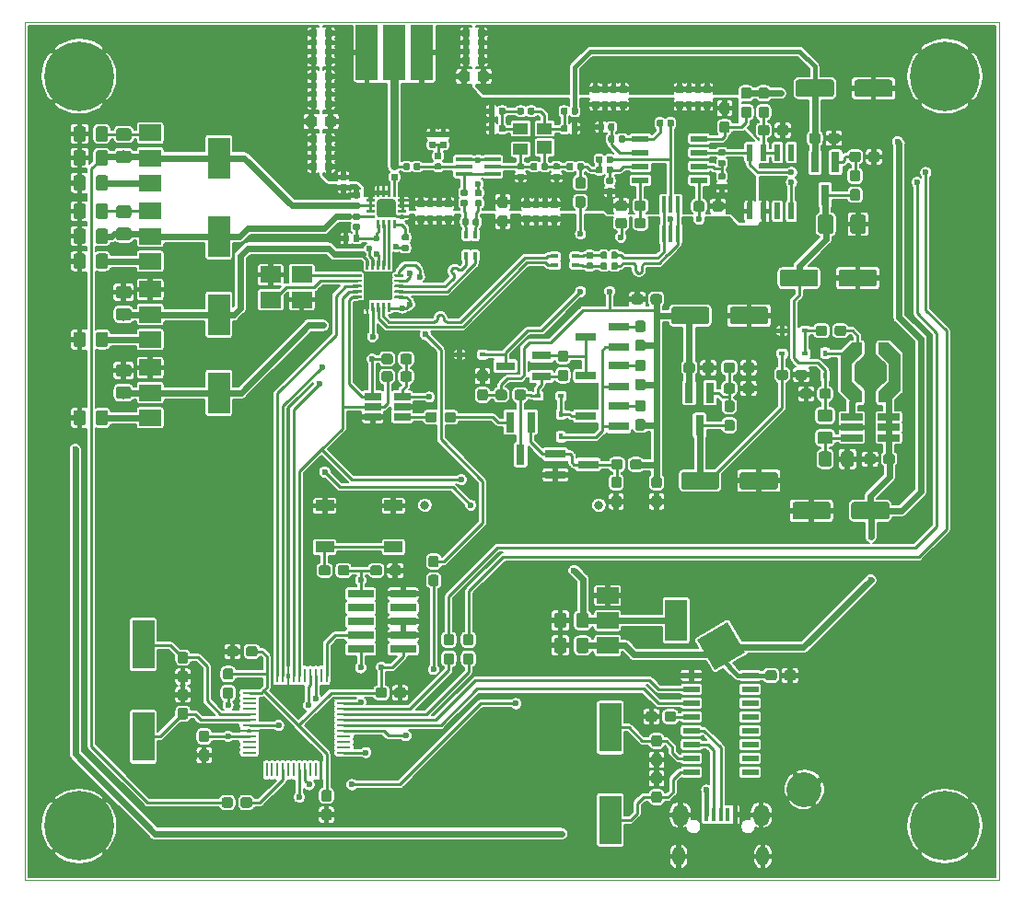
<source format=gbr>
G04 #@! TF.GenerationSoftware,KiCad,Pcbnew,5.1.0-unknown-c1c4a09~82~ubuntu18.04.1*
G04 #@! TF.CreationDate,2019-03-27T22:18:46+01:00*
G04 #@! TF.ProjectId,TDR_5351_core,5444525f-3533-4353-915f-636f72652e6b,rev?*
G04 #@! TF.SameCoordinates,Original*
G04 #@! TF.FileFunction,Copper,L1,Top*
G04 #@! TF.FilePolarity,Positive*
%FSLAX46Y46*%
G04 Gerber Fmt 4.6, Leading zero omitted, Abs format (unit mm)*
G04 Created by KiCad (PCBNEW 5.1.0-unknown-c1c4a09~82~ubuntu18.04.1) date 2019-03-27 22:18:46*
%MOMM*%
%LPD*%
G04 APERTURE LIST*
G04 #@! TA.AperFunction,NonConductor*
%ADD10C,0.050000*%
G04 #@! TD*
G04 #@! TA.AperFunction,Conductor*
%ADD11C,0.100000*%
G04 #@! TD*
G04 #@! TA.AperFunction,SMDPad,CuDef*
%ADD12C,0.950000*%
G04 #@! TD*
G04 #@! TA.AperFunction,ComponentPad*
%ADD13C,3.200000*%
G04 #@! TD*
G04 #@! TA.AperFunction,Conductor*
%ADD14C,3.200000*%
G04 #@! TD*
G04 #@! TA.AperFunction,SMDPad,CuDef*
%ADD15R,0.800000X1.900000*%
G04 #@! TD*
G04 #@! TA.AperFunction,SMDPad,CuDef*
%ADD16C,1.055000*%
G04 #@! TD*
G04 #@! TA.AperFunction,SMDPad,CuDef*
%ADD17C,1.600000*%
G04 #@! TD*
G04 #@! TA.AperFunction,SMDPad,CuDef*
%ADD18C,1.150000*%
G04 #@! TD*
G04 #@! TA.AperFunction,SMDPad,CuDef*
%ADD19C,1.425000*%
G04 #@! TD*
G04 #@! TA.AperFunction,SMDPad,CuDef*
%ADD20R,0.600000X0.450000*%
G04 #@! TD*
G04 #@! TA.AperFunction,SMDPad,CuDef*
%ADD21R,0.450000X0.600000*%
G04 #@! TD*
G04 #@! TA.AperFunction,SMDPad,CuDef*
%ADD22R,2.000000X4.500000*%
G04 #@! TD*
G04 #@! TA.AperFunction,SMDPad,CuDef*
%ADD23R,1.500000X0.600000*%
G04 #@! TD*
G04 #@! TA.AperFunction,ComponentPad*
%ADD24O,1.150000X1.800000*%
G04 #@! TD*
G04 #@! TA.AperFunction,ComponentPad*
%ADD25O,1.450000X2.000000*%
G04 #@! TD*
G04 #@! TA.AperFunction,SMDPad,CuDef*
%ADD26R,0.450000X1.300000*%
G04 #@! TD*
G04 #@! TA.AperFunction,SMDPad,CuDef*
%ADD27R,0.640000X0.700000*%
G04 #@! TD*
G04 #@! TA.AperFunction,SMDPad,CuDef*
%ADD28R,0.500000X0.700000*%
G04 #@! TD*
G04 #@! TA.AperFunction,SMDPad,CuDef*
%ADD29R,0.700000X0.640000*%
G04 #@! TD*
G04 #@! TA.AperFunction,SMDPad,CuDef*
%ADD30R,0.700000X0.500000*%
G04 #@! TD*
G04 #@! TA.AperFunction,SMDPad,CuDef*
%ADD31C,0.590000*%
G04 #@! TD*
G04 #@! TA.AperFunction,SMDPad,CuDef*
%ADD32R,0.750000X0.400000*%
G04 #@! TD*
G04 #@! TA.AperFunction,SMDPad,CuDef*
%ADD33R,0.400000X0.750000*%
G04 #@! TD*
G04 #@! TA.AperFunction,ComponentPad*
%ADD34C,0.800000*%
G04 #@! TD*
G04 #@! TA.AperFunction,ComponentPad*
%ADD35C,6.400000*%
G04 #@! TD*
G04 #@! TA.AperFunction,SMDPad,CuDef*
%ADD36R,0.600000X1.550000*%
G04 #@! TD*
G04 #@! TA.AperFunction,SMDPad,CuDef*
%ADD37R,2.000000X0.650000*%
G04 #@! TD*
G04 #@! TA.AperFunction,SMDPad,CuDef*
%ADD38R,1.550000X0.600000*%
G04 #@! TD*
G04 #@! TA.AperFunction,SMDPad,CuDef*
%ADD39R,1.900000X0.800000*%
G04 #@! TD*
G04 #@! TA.AperFunction,SMDPad,CuDef*
%ADD40R,1.800000X0.800000*%
G04 #@! TD*
G04 #@! TA.AperFunction,SMDPad,CuDef*
%ADD41R,1.400000X1.000000*%
G04 #@! TD*
G04 #@! TA.AperFunction,SMDPad,CuDef*
%ADD42R,1.400000X1.200000*%
G04 #@! TD*
G04 #@! TA.AperFunction,SMDPad,CuDef*
%ADD43C,0.250000*%
G04 #@! TD*
G04 #@! TA.AperFunction,ViaPad*
%ADD44C,0.500000*%
G04 #@! TD*
G04 #@! TA.AperFunction,SMDPad,CuDef*
%ADD45C,2.600000*%
G04 #@! TD*
G04 #@! TA.AperFunction,SMDPad,CuDef*
%ADD46R,1.950000X1.500000*%
G04 #@! TD*
G04 #@! TA.AperFunction,SMDPad,CuDef*
%ADD47R,1.560000X0.650000*%
G04 #@! TD*
G04 #@! TA.AperFunction,ViaPad*
%ADD48C,0.600000*%
G04 #@! TD*
G04 #@! TA.AperFunction,SMDPad,CuDef*
%ADD49C,1.700000*%
G04 #@! TD*
G04 #@! TA.AperFunction,SMDPad,CuDef*
%ADD50R,0.400000X1.500000*%
G04 #@! TD*
G04 #@! TA.AperFunction,SMDPad,CuDef*
%ADD51R,1.500000X0.400000*%
G04 #@! TD*
G04 #@! TA.AperFunction,SMDPad,CuDef*
%ADD52R,2.000000X1.500000*%
G04 #@! TD*
G04 #@! TA.AperFunction,SMDPad,CuDef*
%ADD53R,2.000000X3.800000*%
G04 #@! TD*
G04 #@! TA.AperFunction,SMDPad,CuDef*
%ADD54R,0.250000X1.300000*%
G04 #@! TD*
G04 #@! TA.AperFunction,SMDPad,CuDef*
%ADD55R,1.300000X0.250000*%
G04 #@! TD*
G04 #@! TA.AperFunction,WasherPad*
%ADD56C,0.800000*%
G04 #@! TD*
G04 #@! TA.AperFunction,SMDPad,CuDef*
%ADD57R,1.700000X1.000000*%
G04 #@! TD*
G04 #@! TA.AperFunction,SMDPad,CuDef*
%ADD58R,2.000000X5.080000*%
G04 #@! TD*
G04 #@! TA.AperFunction,SMDPad,CuDef*
%ADD59R,2.400000X0.740000*%
G04 #@! TD*
G04 #@! TA.AperFunction,Conductor*
%ADD60C,0.250000*%
G04 #@! TD*
G04 #@! TA.AperFunction,Conductor*
%ADD61C,0.600000*%
G04 #@! TD*
G04 #@! TA.AperFunction,Conductor*
%ADD62C,0.400000*%
G04 #@! TD*
G04 #@! TA.AperFunction,Conductor*
%ADD63C,0.775000*%
G04 #@! TD*
G04 #@! TA.AperFunction,Conductor*
%ADD64C,0.200000*%
G04 #@! TD*
G04 #@! TA.AperFunction,Conductor*
%ADD65C,0.150000*%
G04 #@! TD*
G04 APERTURE END LIST*
D10*
X168000000Y-108950000D02*
X168000000Y-30000000D01*
X257600000Y-108950000D02*
X168000000Y-108950000D01*
X257600000Y-30000000D02*
X257600000Y-108950000D01*
X168000000Y-30000000D02*
X257600000Y-30000000D01*
D11*
G04 #@! TO.N,Net-(Q203-Pad2)*
G04 #@! TO.C,R235*
G36*
X207435779Y-65876144D02*
G01*
X207458834Y-65879563D01*
X207481443Y-65885227D01*
X207503387Y-65893079D01*
X207524457Y-65903044D01*
X207544448Y-65915026D01*
X207563168Y-65928910D01*
X207580438Y-65944562D01*
X207596090Y-65961832D01*
X207609974Y-65980552D01*
X207621956Y-66000543D01*
X207631921Y-66021613D01*
X207639773Y-66043557D01*
X207645437Y-66066166D01*
X207648856Y-66089221D01*
X207650000Y-66112500D01*
X207650000Y-66587500D01*
X207648856Y-66610779D01*
X207645437Y-66633834D01*
X207639773Y-66656443D01*
X207631921Y-66678387D01*
X207621956Y-66699457D01*
X207609974Y-66719448D01*
X207596090Y-66738168D01*
X207580438Y-66755438D01*
X207563168Y-66771090D01*
X207544448Y-66784974D01*
X207524457Y-66796956D01*
X207503387Y-66806921D01*
X207481443Y-66814773D01*
X207458834Y-66820437D01*
X207435779Y-66823856D01*
X207412500Y-66825000D01*
X206837500Y-66825000D01*
X206814221Y-66823856D01*
X206791166Y-66820437D01*
X206768557Y-66814773D01*
X206746613Y-66806921D01*
X206725543Y-66796956D01*
X206705552Y-66784974D01*
X206686832Y-66771090D01*
X206669562Y-66755438D01*
X206653910Y-66738168D01*
X206640026Y-66719448D01*
X206628044Y-66699457D01*
X206618079Y-66678387D01*
X206610227Y-66656443D01*
X206604563Y-66633834D01*
X206601144Y-66610779D01*
X206600000Y-66587500D01*
X206600000Y-66112500D01*
X206601144Y-66089221D01*
X206604563Y-66066166D01*
X206610227Y-66043557D01*
X206618079Y-66021613D01*
X206628044Y-66000543D01*
X206640026Y-65980552D01*
X206653910Y-65961832D01*
X206669562Y-65944562D01*
X206686832Y-65928910D01*
X206705552Y-65915026D01*
X206725543Y-65903044D01*
X206746613Y-65893079D01*
X206768557Y-65885227D01*
X206791166Y-65879563D01*
X206814221Y-65876144D01*
X206837500Y-65875000D01*
X207412500Y-65875000D01*
X207435779Y-65876144D01*
X207435779Y-65876144D01*
G37*
D12*
G04 #@! TD*
G04 #@! TO.P,R235,2*
G04 #@! TO.N,Net-(Q203-Pad2)*
X207125000Y-66350000D03*
D11*
G04 #@! TO.N,Net-(R235-Pad1)*
G04 #@! TO.C,R235*
G36*
X205685779Y-65876144D02*
G01*
X205708834Y-65879563D01*
X205731443Y-65885227D01*
X205753387Y-65893079D01*
X205774457Y-65903044D01*
X205794448Y-65915026D01*
X205813168Y-65928910D01*
X205830438Y-65944562D01*
X205846090Y-65961832D01*
X205859974Y-65980552D01*
X205871956Y-66000543D01*
X205881921Y-66021613D01*
X205889773Y-66043557D01*
X205895437Y-66066166D01*
X205898856Y-66089221D01*
X205900000Y-66112500D01*
X205900000Y-66587500D01*
X205898856Y-66610779D01*
X205895437Y-66633834D01*
X205889773Y-66656443D01*
X205881921Y-66678387D01*
X205871956Y-66699457D01*
X205859974Y-66719448D01*
X205846090Y-66738168D01*
X205830438Y-66755438D01*
X205813168Y-66771090D01*
X205794448Y-66784974D01*
X205774457Y-66796956D01*
X205753387Y-66806921D01*
X205731443Y-66814773D01*
X205708834Y-66820437D01*
X205685779Y-66823856D01*
X205662500Y-66825000D01*
X205087500Y-66825000D01*
X205064221Y-66823856D01*
X205041166Y-66820437D01*
X205018557Y-66814773D01*
X204996613Y-66806921D01*
X204975543Y-66796956D01*
X204955552Y-66784974D01*
X204936832Y-66771090D01*
X204919562Y-66755438D01*
X204903910Y-66738168D01*
X204890026Y-66719448D01*
X204878044Y-66699457D01*
X204868079Y-66678387D01*
X204860227Y-66656443D01*
X204854563Y-66633834D01*
X204851144Y-66610779D01*
X204850000Y-66587500D01*
X204850000Y-66112500D01*
X204851144Y-66089221D01*
X204854563Y-66066166D01*
X204860227Y-66043557D01*
X204868079Y-66021613D01*
X204878044Y-66000543D01*
X204890026Y-65980552D01*
X204903910Y-65961832D01*
X204919562Y-65944562D01*
X204936832Y-65928910D01*
X204955552Y-65915026D01*
X204975543Y-65903044D01*
X204996613Y-65893079D01*
X205018557Y-65885227D01*
X205041166Y-65879563D01*
X205064221Y-65876144D01*
X205087500Y-65875000D01*
X205662500Y-65875000D01*
X205685779Y-65876144D01*
X205685779Y-65876144D01*
G37*
D12*
G04 #@! TD*
G04 #@! TO.P,R235,1*
G04 #@! TO.N,Net-(R235-Pad1)*
X205375000Y-66350000D03*
D11*
G04 #@! TO.N,+3V3*
G04 #@! TO.C,C103*
G36*
X201085779Y-91226144D02*
G01*
X201108834Y-91229563D01*
X201131443Y-91235227D01*
X201153387Y-91243079D01*
X201174457Y-91253044D01*
X201194448Y-91265026D01*
X201213168Y-91278910D01*
X201230438Y-91294562D01*
X201246090Y-91311832D01*
X201259974Y-91330552D01*
X201271956Y-91350543D01*
X201281921Y-91371613D01*
X201289773Y-91393557D01*
X201295437Y-91416166D01*
X201298856Y-91439221D01*
X201300000Y-91462500D01*
X201300000Y-91937500D01*
X201298856Y-91960779D01*
X201295437Y-91983834D01*
X201289773Y-92006443D01*
X201281921Y-92028387D01*
X201271956Y-92049457D01*
X201259974Y-92069448D01*
X201246090Y-92088168D01*
X201230438Y-92105438D01*
X201213168Y-92121090D01*
X201194448Y-92134974D01*
X201174457Y-92146956D01*
X201153387Y-92156921D01*
X201131443Y-92164773D01*
X201108834Y-92170437D01*
X201085779Y-92173856D01*
X201062500Y-92175000D01*
X200487500Y-92175000D01*
X200464221Y-92173856D01*
X200441166Y-92170437D01*
X200418557Y-92164773D01*
X200396613Y-92156921D01*
X200375543Y-92146956D01*
X200355552Y-92134974D01*
X200336832Y-92121090D01*
X200319562Y-92105438D01*
X200303910Y-92088168D01*
X200290026Y-92069448D01*
X200278044Y-92049457D01*
X200268079Y-92028387D01*
X200260227Y-92006443D01*
X200254563Y-91983834D01*
X200251144Y-91960779D01*
X200250000Y-91937500D01*
X200250000Y-91462500D01*
X200251144Y-91439221D01*
X200254563Y-91416166D01*
X200260227Y-91393557D01*
X200268079Y-91371613D01*
X200278044Y-91350543D01*
X200290026Y-91330552D01*
X200303910Y-91311832D01*
X200319562Y-91294562D01*
X200336832Y-91278910D01*
X200355552Y-91265026D01*
X200375543Y-91253044D01*
X200396613Y-91243079D01*
X200418557Y-91235227D01*
X200441166Y-91229563D01*
X200464221Y-91226144D01*
X200487500Y-91225000D01*
X201062500Y-91225000D01*
X201085779Y-91226144D01*
X201085779Y-91226144D01*
G37*
D12*
G04 #@! TD*
G04 #@! TO.P,C103,2*
G04 #@! TO.N,+3V3*
X200775000Y-91700000D03*
D11*
G04 #@! TO.N,GND*
G04 #@! TO.C,C103*
G36*
X202835779Y-91226144D02*
G01*
X202858834Y-91229563D01*
X202881443Y-91235227D01*
X202903387Y-91243079D01*
X202924457Y-91253044D01*
X202944448Y-91265026D01*
X202963168Y-91278910D01*
X202980438Y-91294562D01*
X202996090Y-91311832D01*
X203009974Y-91330552D01*
X203021956Y-91350543D01*
X203031921Y-91371613D01*
X203039773Y-91393557D01*
X203045437Y-91416166D01*
X203048856Y-91439221D01*
X203050000Y-91462500D01*
X203050000Y-91937500D01*
X203048856Y-91960779D01*
X203045437Y-91983834D01*
X203039773Y-92006443D01*
X203031921Y-92028387D01*
X203021956Y-92049457D01*
X203009974Y-92069448D01*
X202996090Y-92088168D01*
X202980438Y-92105438D01*
X202963168Y-92121090D01*
X202944448Y-92134974D01*
X202924457Y-92146956D01*
X202903387Y-92156921D01*
X202881443Y-92164773D01*
X202858834Y-92170437D01*
X202835779Y-92173856D01*
X202812500Y-92175000D01*
X202237500Y-92175000D01*
X202214221Y-92173856D01*
X202191166Y-92170437D01*
X202168557Y-92164773D01*
X202146613Y-92156921D01*
X202125543Y-92146956D01*
X202105552Y-92134974D01*
X202086832Y-92121090D01*
X202069562Y-92105438D01*
X202053910Y-92088168D01*
X202040026Y-92069448D01*
X202028044Y-92049457D01*
X202018079Y-92028387D01*
X202010227Y-92006443D01*
X202004563Y-91983834D01*
X202001144Y-91960779D01*
X202000000Y-91937500D01*
X202000000Y-91462500D01*
X202001144Y-91439221D01*
X202004563Y-91416166D01*
X202010227Y-91393557D01*
X202018079Y-91371613D01*
X202028044Y-91350543D01*
X202040026Y-91330552D01*
X202053910Y-91311832D01*
X202069562Y-91294562D01*
X202086832Y-91278910D01*
X202105552Y-91265026D01*
X202125543Y-91253044D01*
X202146613Y-91243079D01*
X202168557Y-91235227D01*
X202191166Y-91229563D01*
X202214221Y-91226144D01*
X202237500Y-91225000D01*
X202812500Y-91225000D01*
X202835779Y-91226144D01*
X202835779Y-91226144D01*
G37*
D12*
G04 #@! TD*
G04 #@! TO.P,C103,1*
G04 #@! TO.N,GND*
X202525000Y-91700000D03*
D13*
G04 #@! TO.P,D105,2*
G04 #@! TO.N,GND*
X239670000Y-100598227D03*
D14*
G04 #@! TD*
G04 #@! TO.N,GND*
G04 #@! TO.C,D105*
X239670000Y-100598227D02*
X239670000Y-100598227D01*
D13*
G04 #@! TO.P,D105,1*
G04 #@! TO.N,+5V*
X232050000Y-87400000D03*
D11*
G04 #@! TD*
G04 #@! TO.N,+5V*
G04 #@! TO.C,D105*
G36*
X229864359Y-86814359D02*
G01*
X232635641Y-85214359D01*
X234235641Y-87985641D01*
X231464359Y-89585641D01*
X229864359Y-86814359D01*
X229864359Y-86814359D01*
G37*
G04 #@! TO.N,Net-(C269-Pad1)*
G04 #@! TO.C,R248*
G36*
X233110779Y-61326144D02*
G01*
X233133834Y-61329563D01*
X233156443Y-61335227D01*
X233178387Y-61343079D01*
X233199457Y-61353044D01*
X233219448Y-61365026D01*
X233238168Y-61378910D01*
X233255438Y-61394562D01*
X233271090Y-61411832D01*
X233284974Y-61430552D01*
X233296956Y-61450543D01*
X233306921Y-61471613D01*
X233314773Y-61493557D01*
X233320437Y-61516166D01*
X233323856Y-61539221D01*
X233325000Y-61562500D01*
X233325000Y-62037500D01*
X233323856Y-62060779D01*
X233320437Y-62083834D01*
X233314773Y-62106443D01*
X233306921Y-62128387D01*
X233296956Y-62149457D01*
X233284974Y-62169448D01*
X233271090Y-62188168D01*
X233255438Y-62205438D01*
X233238168Y-62221090D01*
X233219448Y-62234974D01*
X233199457Y-62246956D01*
X233178387Y-62256921D01*
X233156443Y-62264773D01*
X233133834Y-62270437D01*
X233110779Y-62273856D01*
X233087500Y-62275000D01*
X232512500Y-62275000D01*
X232489221Y-62273856D01*
X232466166Y-62270437D01*
X232443557Y-62264773D01*
X232421613Y-62256921D01*
X232400543Y-62246956D01*
X232380552Y-62234974D01*
X232361832Y-62221090D01*
X232344562Y-62205438D01*
X232328910Y-62188168D01*
X232315026Y-62169448D01*
X232303044Y-62149457D01*
X232293079Y-62128387D01*
X232285227Y-62106443D01*
X232279563Y-62083834D01*
X232276144Y-62060779D01*
X232275000Y-62037500D01*
X232275000Y-61562500D01*
X232276144Y-61539221D01*
X232279563Y-61516166D01*
X232285227Y-61493557D01*
X232293079Y-61471613D01*
X232303044Y-61450543D01*
X232315026Y-61430552D01*
X232328910Y-61411832D01*
X232344562Y-61394562D01*
X232361832Y-61378910D01*
X232380552Y-61365026D01*
X232400543Y-61353044D01*
X232421613Y-61343079D01*
X232443557Y-61335227D01*
X232466166Y-61329563D01*
X232489221Y-61326144D01*
X232512500Y-61325000D01*
X233087500Y-61325000D01*
X233110779Y-61326144D01*
X233110779Y-61326144D01*
G37*
D12*
G04 #@! TD*
G04 #@! TO.P,R248,2*
G04 #@! TO.N,Net-(C269-Pad1)*
X232800000Y-61800000D03*
D11*
G04 #@! TO.N,GND*
G04 #@! TO.C,R248*
G36*
X234860779Y-61326144D02*
G01*
X234883834Y-61329563D01*
X234906443Y-61335227D01*
X234928387Y-61343079D01*
X234949457Y-61353044D01*
X234969448Y-61365026D01*
X234988168Y-61378910D01*
X235005438Y-61394562D01*
X235021090Y-61411832D01*
X235034974Y-61430552D01*
X235046956Y-61450543D01*
X235056921Y-61471613D01*
X235064773Y-61493557D01*
X235070437Y-61516166D01*
X235073856Y-61539221D01*
X235075000Y-61562500D01*
X235075000Y-62037500D01*
X235073856Y-62060779D01*
X235070437Y-62083834D01*
X235064773Y-62106443D01*
X235056921Y-62128387D01*
X235046956Y-62149457D01*
X235034974Y-62169448D01*
X235021090Y-62188168D01*
X235005438Y-62205438D01*
X234988168Y-62221090D01*
X234969448Y-62234974D01*
X234949457Y-62246956D01*
X234928387Y-62256921D01*
X234906443Y-62264773D01*
X234883834Y-62270437D01*
X234860779Y-62273856D01*
X234837500Y-62275000D01*
X234262500Y-62275000D01*
X234239221Y-62273856D01*
X234216166Y-62270437D01*
X234193557Y-62264773D01*
X234171613Y-62256921D01*
X234150543Y-62246956D01*
X234130552Y-62234974D01*
X234111832Y-62221090D01*
X234094562Y-62205438D01*
X234078910Y-62188168D01*
X234065026Y-62169448D01*
X234053044Y-62149457D01*
X234043079Y-62128387D01*
X234035227Y-62106443D01*
X234029563Y-62083834D01*
X234026144Y-62060779D01*
X234025000Y-62037500D01*
X234025000Y-61562500D01*
X234026144Y-61539221D01*
X234029563Y-61516166D01*
X234035227Y-61493557D01*
X234043079Y-61471613D01*
X234053044Y-61450543D01*
X234065026Y-61430552D01*
X234078910Y-61411832D01*
X234094562Y-61394562D01*
X234111832Y-61378910D01*
X234130552Y-61365026D01*
X234150543Y-61353044D01*
X234171613Y-61343079D01*
X234193557Y-61335227D01*
X234216166Y-61329563D01*
X234239221Y-61326144D01*
X234262500Y-61325000D01*
X234837500Y-61325000D01*
X234860779Y-61326144D01*
X234860779Y-61326144D01*
G37*
D12*
G04 #@! TD*
G04 #@! TO.P,R248,1*
G04 #@! TO.N,GND*
X234550000Y-61800000D03*
D11*
G04 #@! TO.N,Net-(C267-Pad2)*
G04 #@! TO.C,R247*
G36*
X233060779Y-66576144D02*
G01*
X233083834Y-66579563D01*
X233106443Y-66585227D01*
X233128387Y-66593079D01*
X233149457Y-66603044D01*
X233169448Y-66615026D01*
X233188168Y-66628910D01*
X233205438Y-66644562D01*
X233221090Y-66661832D01*
X233234974Y-66680552D01*
X233246956Y-66700543D01*
X233256921Y-66721613D01*
X233264773Y-66743557D01*
X233270437Y-66766166D01*
X233273856Y-66789221D01*
X233275000Y-66812500D01*
X233275000Y-67387500D01*
X233273856Y-67410779D01*
X233270437Y-67433834D01*
X233264773Y-67456443D01*
X233256921Y-67478387D01*
X233246956Y-67499457D01*
X233234974Y-67519448D01*
X233221090Y-67538168D01*
X233205438Y-67555438D01*
X233188168Y-67571090D01*
X233169448Y-67584974D01*
X233149457Y-67596956D01*
X233128387Y-67606921D01*
X233106443Y-67614773D01*
X233083834Y-67620437D01*
X233060779Y-67623856D01*
X233037500Y-67625000D01*
X232562500Y-67625000D01*
X232539221Y-67623856D01*
X232516166Y-67620437D01*
X232493557Y-67614773D01*
X232471613Y-67606921D01*
X232450543Y-67596956D01*
X232430552Y-67584974D01*
X232411832Y-67571090D01*
X232394562Y-67555438D01*
X232378910Y-67538168D01*
X232365026Y-67519448D01*
X232353044Y-67499457D01*
X232343079Y-67478387D01*
X232335227Y-67456443D01*
X232329563Y-67433834D01*
X232326144Y-67410779D01*
X232325000Y-67387500D01*
X232325000Y-66812500D01*
X232326144Y-66789221D01*
X232329563Y-66766166D01*
X232335227Y-66743557D01*
X232343079Y-66721613D01*
X232353044Y-66700543D01*
X232365026Y-66680552D01*
X232378910Y-66661832D01*
X232394562Y-66644562D01*
X232411832Y-66628910D01*
X232430552Y-66615026D01*
X232450543Y-66603044D01*
X232471613Y-66593079D01*
X232493557Y-66585227D01*
X232516166Y-66579563D01*
X232539221Y-66576144D01*
X232562500Y-66575000D01*
X233037500Y-66575000D01*
X233060779Y-66576144D01*
X233060779Y-66576144D01*
G37*
D12*
G04 #@! TD*
G04 #@! TO.P,R247,2*
G04 #@! TO.N,Net-(C267-Pad2)*
X232800000Y-67100000D03*
D11*
G04 #@! TO.N,Net-(C269-Pad1)*
G04 #@! TO.C,R247*
G36*
X233060779Y-64826144D02*
G01*
X233083834Y-64829563D01*
X233106443Y-64835227D01*
X233128387Y-64843079D01*
X233149457Y-64853044D01*
X233169448Y-64865026D01*
X233188168Y-64878910D01*
X233205438Y-64894562D01*
X233221090Y-64911832D01*
X233234974Y-64930552D01*
X233246956Y-64950543D01*
X233256921Y-64971613D01*
X233264773Y-64993557D01*
X233270437Y-65016166D01*
X233273856Y-65039221D01*
X233275000Y-65062500D01*
X233275000Y-65637500D01*
X233273856Y-65660779D01*
X233270437Y-65683834D01*
X233264773Y-65706443D01*
X233256921Y-65728387D01*
X233246956Y-65749457D01*
X233234974Y-65769448D01*
X233221090Y-65788168D01*
X233205438Y-65805438D01*
X233188168Y-65821090D01*
X233169448Y-65834974D01*
X233149457Y-65846956D01*
X233128387Y-65856921D01*
X233106443Y-65864773D01*
X233083834Y-65870437D01*
X233060779Y-65873856D01*
X233037500Y-65875000D01*
X232562500Y-65875000D01*
X232539221Y-65873856D01*
X232516166Y-65870437D01*
X232493557Y-65864773D01*
X232471613Y-65856921D01*
X232450543Y-65846956D01*
X232430552Y-65834974D01*
X232411832Y-65821090D01*
X232394562Y-65805438D01*
X232378910Y-65788168D01*
X232365026Y-65769448D01*
X232353044Y-65749457D01*
X232343079Y-65728387D01*
X232335227Y-65706443D01*
X232329563Y-65683834D01*
X232326144Y-65660779D01*
X232325000Y-65637500D01*
X232325000Y-65062500D01*
X232326144Y-65039221D01*
X232329563Y-65016166D01*
X232335227Y-64993557D01*
X232343079Y-64971613D01*
X232353044Y-64950543D01*
X232365026Y-64930552D01*
X232378910Y-64911832D01*
X232394562Y-64894562D01*
X232411832Y-64878910D01*
X232430552Y-64865026D01*
X232450543Y-64853044D01*
X232471613Y-64843079D01*
X232493557Y-64835227D01*
X232516166Y-64829563D01*
X232539221Y-64826144D01*
X232562500Y-64825000D01*
X233037500Y-64825000D01*
X233060779Y-64826144D01*
X233060779Y-64826144D01*
G37*
D12*
G04 #@! TD*
G04 #@! TO.P,R247,1*
G04 #@! TO.N,Net-(C269-Pad1)*
X232800000Y-65350000D03*
D11*
G04 #@! TO.N,Net-(C212-Pad1)*
G04 #@! TO.C,R244*
G36*
X244610779Y-45376144D02*
G01*
X244633834Y-45379563D01*
X244656443Y-45385227D01*
X244678387Y-45393079D01*
X244699457Y-45403044D01*
X244719448Y-45415026D01*
X244738168Y-45428910D01*
X244755438Y-45444562D01*
X244771090Y-45461832D01*
X244784974Y-45480552D01*
X244796956Y-45500543D01*
X244806921Y-45521613D01*
X244814773Y-45543557D01*
X244820437Y-45566166D01*
X244823856Y-45589221D01*
X244825000Y-45612500D01*
X244825000Y-46187500D01*
X244823856Y-46210779D01*
X244820437Y-46233834D01*
X244814773Y-46256443D01*
X244806921Y-46278387D01*
X244796956Y-46299457D01*
X244784974Y-46319448D01*
X244771090Y-46338168D01*
X244755438Y-46355438D01*
X244738168Y-46371090D01*
X244719448Y-46384974D01*
X244699457Y-46396956D01*
X244678387Y-46406921D01*
X244656443Y-46414773D01*
X244633834Y-46420437D01*
X244610779Y-46423856D01*
X244587500Y-46425000D01*
X244112500Y-46425000D01*
X244089221Y-46423856D01*
X244066166Y-46420437D01*
X244043557Y-46414773D01*
X244021613Y-46406921D01*
X244000543Y-46396956D01*
X243980552Y-46384974D01*
X243961832Y-46371090D01*
X243944562Y-46355438D01*
X243928910Y-46338168D01*
X243915026Y-46319448D01*
X243903044Y-46299457D01*
X243893079Y-46278387D01*
X243885227Y-46256443D01*
X243879563Y-46233834D01*
X243876144Y-46210779D01*
X243875000Y-46187500D01*
X243875000Y-45612500D01*
X243876144Y-45589221D01*
X243879563Y-45566166D01*
X243885227Y-45543557D01*
X243893079Y-45521613D01*
X243903044Y-45500543D01*
X243915026Y-45480552D01*
X243928910Y-45461832D01*
X243944562Y-45444562D01*
X243961832Y-45428910D01*
X243980552Y-45415026D01*
X244000543Y-45403044D01*
X244021613Y-45393079D01*
X244043557Y-45385227D01*
X244066166Y-45379563D01*
X244089221Y-45376144D01*
X244112500Y-45375000D01*
X244587500Y-45375000D01*
X244610779Y-45376144D01*
X244610779Y-45376144D01*
G37*
D12*
G04 #@! TD*
G04 #@! TO.P,R244,2*
G04 #@! TO.N,Net-(C212-Pad1)*
X244350000Y-45900000D03*
D11*
G04 #@! TO.N,Net-(C264-Pad1)*
G04 #@! TO.C,R244*
G36*
X244610779Y-43626144D02*
G01*
X244633834Y-43629563D01*
X244656443Y-43635227D01*
X244678387Y-43643079D01*
X244699457Y-43653044D01*
X244719448Y-43665026D01*
X244738168Y-43678910D01*
X244755438Y-43694562D01*
X244771090Y-43711832D01*
X244784974Y-43730552D01*
X244796956Y-43750543D01*
X244806921Y-43771613D01*
X244814773Y-43793557D01*
X244820437Y-43816166D01*
X244823856Y-43839221D01*
X244825000Y-43862500D01*
X244825000Y-44437500D01*
X244823856Y-44460779D01*
X244820437Y-44483834D01*
X244814773Y-44506443D01*
X244806921Y-44528387D01*
X244796956Y-44549457D01*
X244784974Y-44569448D01*
X244771090Y-44588168D01*
X244755438Y-44605438D01*
X244738168Y-44621090D01*
X244719448Y-44634974D01*
X244699457Y-44646956D01*
X244678387Y-44656921D01*
X244656443Y-44664773D01*
X244633834Y-44670437D01*
X244610779Y-44673856D01*
X244587500Y-44675000D01*
X244112500Y-44675000D01*
X244089221Y-44673856D01*
X244066166Y-44670437D01*
X244043557Y-44664773D01*
X244021613Y-44656921D01*
X244000543Y-44646956D01*
X243980552Y-44634974D01*
X243961832Y-44621090D01*
X243944562Y-44605438D01*
X243928910Y-44588168D01*
X243915026Y-44569448D01*
X243903044Y-44549457D01*
X243893079Y-44528387D01*
X243885227Y-44506443D01*
X243879563Y-44483834D01*
X243876144Y-44460779D01*
X243875000Y-44437500D01*
X243875000Y-43862500D01*
X243876144Y-43839221D01*
X243879563Y-43816166D01*
X243885227Y-43793557D01*
X243893079Y-43771613D01*
X243903044Y-43750543D01*
X243915026Y-43730552D01*
X243928910Y-43711832D01*
X243944562Y-43694562D01*
X243961832Y-43678910D01*
X243980552Y-43665026D01*
X244000543Y-43653044D01*
X244021613Y-43643079D01*
X244043557Y-43635227D01*
X244066166Y-43629563D01*
X244089221Y-43626144D01*
X244112500Y-43625000D01*
X244587500Y-43625000D01*
X244610779Y-43626144D01*
X244610779Y-43626144D01*
G37*
D12*
G04 #@! TD*
G04 #@! TO.P,R244,1*
G04 #@! TO.N,Net-(C264-Pad1)*
X244350000Y-44150000D03*
D15*
G04 #@! TO.P,Q208,3*
G04 #@! TO.N,Net-(C212-Pad1)*
X241600000Y-45900000D03*
G04 #@! TO.P,Q208,2*
G04 #@! TO.N,+10V*
X240650000Y-42900000D03*
G04 #@! TO.P,Q208,1*
G04 #@! TO.N,Net-(C264-Pad1)*
X242550000Y-42900000D03*
G04 #@! TD*
G04 #@! TO.P,Q209,3*
G04 #@! TO.N,Net-(C267-Pad2)*
X230050000Y-67100000D03*
G04 #@! TO.P,Q209,2*
G04 #@! TO.N,-5V*
X229100000Y-64100000D03*
G04 #@! TO.P,Q209,1*
G04 #@! TO.N,Net-(C269-Pad1)*
X231000000Y-64100000D03*
G04 #@! TD*
D16*
G04 #@! TO.P,L202,2*
G04 #@! TO.N,Net-(C266-Pad2)*
X243522500Y-62250000D03*
D11*
G04 #@! TD*
G04 #@! TO.N,Net-(C266-Pad2)*
G04 #@! TO.C,L202*
G36*
X242995000Y-63950000D02*
G01*
X242995000Y-60550000D01*
X244050000Y-59495000D01*
X244990000Y-59495000D01*
X244990000Y-60550000D01*
X244050000Y-61405500D01*
X244050000Y-63094500D01*
X244990000Y-63950000D01*
X244990000Y-65005000D01*
X244050000Y-65005000D01*
X242995000Y-63950000D01*
X242995000Y-63950000D01*
G37*
D16*
G04 #@! TO.P,L202,1*
G04 #@! TO.N,+5V*
X247977500Y-62250000D03*
D11*
G04 #@! TD*
G04 #@! TO.N,+5V*
G04 #@! TO.C,L202*
G36*
X246510000Y-63950000D02*
G01*
X247450000Y-63094500D01*
X247450000Y-61405500D01*
X246510000Y-60550000D01*
X246510000Y-59495000D01*
X247450000Y-59495000D01*
X248505000Y-60550000D01*
X248505000Y-63950000D01*
X247450000Y-65005000D01*
X246510000Y-65005000D01*
X246510000Y-63950000D01*
X246510000Y-63950000D01*
G37*
G04 #@! TO.N,GND*
G04 #@! TO.C,C211*
G36*
X241874504Y-74151204D02*
G01*
X241898773Y-74154804D01*
X241922571Y-74160765D01*
X241945671Y-74169030D01*
X241967849Y-74179520D01*
X241988893Y-74192133D01*
X242008598Y-74206747D01*
X242026777Y-74223223D01*
X242043253Y-74241402D01*
X242057867Y-74261107D01*
X242070480Y-74282151D01*
X242080970Y-74304329D01*
X242089235Y-74327429D01*
X242095196Y-74351227D01*
X242098796Y-74375496D01*
X242100000Y-74400000D01*
X242100000Y-75500000D01*
X242098796Y-75524504D01*
X242095196Y-75548773D01*
X242089235Y-75572571D01*
X242080970Y-75595671D01*
X242070480Y-75617849D01*
X242057867Y-75638893D01*
X242043253Y-75658598D01*
X242026777Y-75676777D01*
X242008598Y-75693253D01*
X241988893Y-75707867D01*
X241967849Y-75720480D01*
X241945671Y-75730970D01*
X241922571Y-75739235D01*
X241898773Y-75745196D01*
X241874504Y-75748796D01*
X241850000Y-75750000D01*
X238850000Y-75750000D01*
X238825496Y-75748796D01*
X238801227Y-75745196D01*
X238777429Y-75739235D01*
X238754329Y-75730970D01*
X238732151Y-75720480D01*
X238711107Y-75707867D01*
X238691402Y-75693253D01*
X238673223Y-75676777D01*
X238656747Y-75658598D01*
X238642133Y-75638893D01*
X238629520Y-75617849D01*
X238619030Y-75595671D01*
X238610765Y-75572571D01*
X238604804Y-75548773D01*
X238601204Y-75524504D01*
X238600000Y-75500000D01*
X238600000Y-74400000D01*
X238601204Y-74375496D01*
X238604804Y-74351227D01*
X238610765Y-74327429D01*
X238619030Y-74304329D01*
X238629520Y-74282151D01*
X238642133Y-74261107D01*
X238656747Y-74241402D01*
X238673223Y-74223223D01*
X238691402Y-74206747D01*
X238711107Y-74192133D01*
X238732151Y-74179520D01*
X238754329Y-74169030D01*
X238777429Y-74160765D01*
X238801227Y-74154804D01*
X238825496Y-74151204D01*
X238850000Y-74150000D01*
X241850000Y-74150000D01*
X241874504Y-74151204D01*
X241874504Y-74151204D01*
G37*
D17*
G04 #@! TD*
G04 #@! TO.P,C211,2*
G04 #@! TO.N,GND*
X240350000Y-74950000D03*
D11*
G04 #@! TO.N,+5V*
G04 #@! TO.C,C211*
G36*
X247274504Y-74151204D02*
G01*
X247298773Y-74154804D01*
X247322571Y-74160765D01*
X247345671Y-74169030D01*
X247367849Y-74179520D01*
X247388893Y-74192133D01*
X247408598Y-74206747D01*
X247426777Y-74223223D01*
X247443253Y-74241402D01*
X247457867Y-74261107D01*
X247470480Y-74282151D01*
X247480970Y-74304329D01*
X247489235Y-74327429D01*
X247495196Y-74351227D01*
X247498796Y-74375496D01*
X247500000Y-74400000D01*
X247500000Y-75500000D01*
X247498796Y-75524504D01*
X247495196Y-75548773D01*
X247489235Y-75572571D01*
X247480970Y-75595671D01*
X247470480Y-75617849D01*
X247457867Y-75638893D01*
X247443253Y-75658598D01*
X247426777Y-75676777D01*
X247408598Y-75693253D01*
X247388893Y-75707867D01*
X247367849Y-75720480D01*
X247345671Y-75730970D01*
X247322571Y-75739235D01*
X247298773Y-75745196D01*
X247274504Y-75748796D01*
X247250000Y-75750000D01*
X244250000Y-75750000D01*
X244225496Y-75748796D01*
X244201227Y-75745196D01*
X244177429Y-75739235D01*
X244154329Y-75730970D01*
X244132151Y-75720480D01*
X244111107Y-75707867D01*
X244091402Y-75693253D01*
X244073223Y-75676777D01*
X244056747Y-75658598D01*
X244042133Y-75638893D01*
X244029520Y-75617849D01*
X244019030Y-75595671D01*
X244010765Y-75572571D01*
X244004804Y-75548773D01*
X244001204Y-75524504D01*
X244000000Y-75500000D01*
X244000000Y-74400000D01*
X244001204Y-74375496D01*
X244004804Y-74351227D01*
X244010765Y-74327429D01*
X244019030Y-74304329D01*
X244029520Y-74282151D01*
X244042133Y-74261107D01*
X244056747Y-74241402D01*
X244073223Y-74223223D01*
X244091402Y-74206747D01*
X244111107Y-74192133D01*
X244132151Y-74179520D01*
X244154329Y-74169030D01*
X244177429Y-74160765D01*
X244201227Y-74154804D01*
X244225496Y-74151204D01*
X244250000Y-74150000D01*
X247250000Y-74150000D01*
X247274504Y-74151204D01*
X247274504Y-74151204D01*
G37*
D17*
G04 #@! TD*
G04 #@! TO.P,C211,1*
G04 #@! TO.N,+5V*
X245750000Y-74950000D03*
D11*
G04 #@! TO.N,-5V*
G04 #@! TO.C,C272*
G36*
X230724504Y-56201204D02*
G01*
X230748773Y-56204804D01*
X230772571Y-56210765D01*
X230795671Y-56219030D01*
X230817849Y-56229520D01*
X230838893Y-56242133D01*
X230858598Y-56256747D01*
X230876777Y-56273223D01*
X230893253Y-56291402D01*
X230907867Y-56311107D01*
X230920480Y-56332151D01*
X230930970Y-56354329D01*
X230939235Y-56377429D01*
X230945196Y-56401227D01*
X230948796Y-56425496D01*
X230950000Y-56450000D01*
X230950000Y-57550000D01*
X230948796Y-57574504D01*
X230945196Y-57598773D01*
X230939235Y-57622571D01*
X230930970Y-57645671D01*
X230920480Y-57667849D01*
X230907867Y-57688893D01*
X230893253Y-57708598D01*
X230876777Y-57726777D01*
X230858598Y-57743253D01*
X230838893Y-57757867D01*
X230817849Y-57770480D01*
X230795671Y-57780970D01*
X230772571Y-57789235D01*
X230748773Y-57795196D01*
X230724504Y-57798796D01*
X230700000Y-57800000D01*
X227700000Y-57800000D01*
X227675496Y-57798796D01*
X227651227Y-57795196D01*
X227627429Y-57789235D01*
X227604329Y-57780970D01*
X227582151Y-57770480D01*
X227561107Y-57757867D01*
X227541402Y-57743253D01*
X227523223Y-57726777D01*
X227506747Y-57708598D01*
X227492133Y-57688893D01*
X227479520Y-57667849D01*
X227469030Y-57645671D01*
X227460765Y-57622571D01*
X227454804Y-57598773D01*
X227451204Y-57574504D01*
X227450000Y-57550000D01*
X227450000Y-56450000D01*
X227451204Y-56425496D01*
X227454804Y-56401227D01*
X227460765Y-56377429D01*
X227469030Y-56354329D01*
X227479520Y-56332151D01*
X227492133Y-56311107D01*
X227506747Y-56291402D01*
X227523223Y-56273223D01*
X227541402Y-56256747D01*
X227561107Y-56242133D01*
X227582151Y-56229520D01*
X227604329Y-56219030D01*
X227627429Y-56210765D01*
X227651227Y-56204804D01*
X227675496Y-56201204D01*
X227700000Y-56200000D01*
X230700000Y-56200000D01*
X230724504Y-56201204D01*
X230724504Y-56201204D01*
G37*
D17*
G04 #@! TD*
G04 #@! TO.P,C272,2*
G04 #@! TO.N,-5V*
X229200000Y-57000000D03*
D11*
G04 #@! TO.N,GND*
G04 #@! TO.C,C272*
G36*
X236124504Y-56201204D02*
G01*
X236148773Y-56204804D01*
X236172571Y-56210765D01*
X236195671Y-56219030D01*
X236217849Y-56229520D01*
X236238893Y-56242133D01*
X236258598Y-56256747D01*
X236276777Y-56273223D01*
X236293253Y-56291402D01*
X236307867Y-56311107D01*
X236320480Y-56332151D01*
X236330970Y-56354329D01*
X236339235Y-56377429D01*
X236345196Y-56401227D01*
X236348796Y-56425496D01*
X236350000Y-56450000D01*
X236350000Y-57550000D01*
X236348796Y-57574504D01*
X236345196Y-57598773D01*
X236339235Y-57622571D01*
X236330970Y-57645671D01*
X236320480Y-57667849D01*
X236307867Y-57688893D01*
X236293253Y-57708598D01*
X236276777Y-57726777D01*
X236258598Y-57743253D01*
X236238893Y-57757867D01*
X236217849Y-57770480D01*
X236195671Y-57780970D01*
X236172571Y-57789235D01*
X236148773Y-57795196D01*
X236124504Y-57798796D01*
X236100000Y-57800000D01*
X233100000Y-57800000D01*
X233075496Y-57798796D01*
X233051227Y-57795196D01*
X233027429Y-57789235D01*
X233004329Y-57780970D01*
X232982151Y-57770480D01*
X232961107Y-57757867D01*
X232941402Y-57743253D01*
X232923223Y-57726777D01*
X232906747Y-57708598D01*
X232892133Y-57688893D01*
X232879520Y-57667849D01*
X232869030Y-57645671D01*
X232860765Y-57622571D01*
X232854804Y-57598773D01*
X232851204Y-57574504D01*
X232850000Y-57550000D01*
X232850000Y-56450000D01*
X232851204Y-56425496D01*
X232854804Y-56401227D01*
X232860765Y-56377429D01*
X232869030Y-56354329D01*
X232879520Y-56332151D01*
X232892133Y-56311107D01*
X232906747Y-56291402D01*
X232923223Y-56273223D01*
X232941402Y-56256747D01*
X232961107Y-56242133D01*
X232982151Y-56229520D01*
X233004329Y-56219030D01*
X233027429Y-56210765D01*
X233051227Y-56204804D01*
X233075496Y-56201204D01*
X233100000Y-56200000D01*
X236100000Y-56200000D01*
X236124504Y-56201204D01*
X236124504Y-56201204D01*
G37*
D17*
G04 #@! TD*
G04 #@! TO.P,C272,1*
G04 #@! TO.N,GND*
X234600000Y-57000000D03*
D11*
G04 #@! TO.N,GND*
G04 #@! TO.C,C271*
G36*
X247574504Y-35301204D02*
G01*
X247598773Y-35304804D01*
X247622571Y-35310765D01*
X247645671Y-35319030D01*
X247667849Y-35329520D01*
X247688893Y-35342133D01*
X247708598Y-35356747D01*
X247726777Y-35373223D01*
X247743253Y-35391402D01*
X247757867Y-35411107D01*
X247770480Y-35432151D01*
X247780970Y-35454329D01*
X247789235Y-35477429D01*
X247795196Y-35501227D01*
X247798796Y-35525496D01*
X247800000Y-35550000D01*
X247800000Y-36650000D01*
X247798796Y-36674504D01*
X247795196Y-36698773D01*
X247789235Y-36722571D01*
X247780970Y-36745671D01*
X247770480Y-36767849D01*
X247757867Y-36788893D01*
X247743253Y-36808598D01*
X247726777Y-36826777D01*
X247708598Y-36843253D01*
X247688893Y-36857867D01*
X247667849Y-36870480D01*
X247645671Y-36880970D01*
X247622571Y-36889235D01*
X247598773Y-36895196D01*
X247574504Y-36898796D01*
X247550000Y-36900000D01*
X244550000Y-36900000D01*
X244525496Y-36898796D01*
X244501227Y-36895196D01*
X244477429Y-36889235D01*
X244454329Y-36880970D01*
X244432151Y-36870480D01*
X244411107Y-36857867D01*
X244391402Y-36843253D01*
X244373223Y-36826777D01*
X244356747Y-36808598D01*
X244342133Y-36788893D01*
X244329520Y-36767849D01*
X244319030Y-36745671D01*
X244310765Y-36722571D01*
X244304804Y-36698773D01*
X244301204Y-36674504D01*
X244300000Y-36650000D01*
X244300000Y-35550000D01*
X244301204Y-35525496D01*
X244304804Y-35501227D01*
X244310765Y-35477429D01*
X244319030Y-35454329D01*
X244329520Y-35432151D01*
X244342133Y-35411107D01*
X244356747Y-35391402D01*
X244373223Y-35373223D01*
X244391402Y-35356747D01*
X244411107Y-35342133D01*
X244432151Y-35329520D01*
X244454329Y-35319030D01*
X244477429Y-35310765D01*
X244501227Y-35304804D01*
X244525496Y-35301204D01*
X244550000Y-35300000D01*
X247550000Y-35300000D01*
X247574504Y-35301204D01*
X247574504Y-35301204D01*
G37*
D17*
G04 #@! TD*
G04 #@! TO.P,C271,2*
G04 #@! TO.N,GND*
X246050000Y-36100000D03*
D11*
G04 #@! TO.N,+10V*
G04 #@! TO.C,C271*
G36*
X242174504Y-35301204D02*
G01*
X242198773Y-35304804D01*
X242222571Y-35310765D01*
X242245671Y-35319030D01*
X242267849Y-35329520D01*
X242288893Y-35342133D01*
X242308598Y-35356747D01*
X242326777Y-35373223D01*
X242343253Y-35391402D01*
X242357867Y-35411107D01*
X242370480Y-35432151D01*
X242380970Y-35454329D01*
X242389235Y-35477429D01*
X242395196Y-35501227D01*
X242398796Y-35525496D01*
X242400000Y-35550000D01*
X242400000Y-36650000D01*
X242398796Y-36674504D01*
X242395196Y-36698773D01*
X242389235Y-36722571D01*
X242380970Y-36745671D01*
X242370480Y-36767849D01*
X242357867Y-36788893D01*
X242343253Y-36808598D01*
X242326777Y-36826777D01*
X242308598Y-36843253D01*
X242288893Y-36857867D01*
X242267849Y-36870480D01*
X242245671Y-36880970D01*
X242222571Y-36889235D01*
X242198773Y-36895196D01*
X242174504Y-36898796D01*
X242150000Y-36900000D01*
X239150000Y-36900000D01*
X239125496Y-36898796D01*
X239101227Y-36895196D01*
X239077429Y-36889235D01*
X239054329Y-36880970D01*
X239032151Y-36870480D01*
X239011107Y-36857867D01*
X238991402Y-36843253D01*
X238973223Y-36826777D01*
X238956747Y-36808598D01*
X238942133Y-36788893D01*
X238929520Y-36767849D01*
X238919030Y-36745671D01*
X238910765Y-36722571D01*
X238904804Y-36698773D01*
X238901204Y-36674504D01*
X238900000Y-36650000D01*
X238900000Y-35550000D01*
X238901204Y-35525496D01*
X238904804Y-35501227D01*
X238910765Y-35477429D01*
X238919030Y-35454329D01*
X238929520Y-35432151D01*
X238942133Y-35411107D01*
X238956747Y-35391402D01*
X238973223Y-35373223D01*
X238991402Y-35356747D01*
X239011107Y-35342133D01*
X239032151Y-35329520D01*
X239054329Y-35319030D01*
X239077429Y-35310765D01*
X239101227Y-35304804D01*
X239125496Y-35301204D01*
X239150000Y-35300000D01*
X242150000Y-35300000D01*
X242174504Y-35301204D01*
X242174504Y-35301204D01*
G37*
D17*
G04 #@! TD*
G04 #@! TO.P,C271,1*
G04 #@! TO.N,+10V*
X240650000Y-36100000D03*
D11*
G04 #@! TO.N,Net-(C267-Pad2)*
G04 #@! TO.C,C268*
G36*
X231624504Y-71401204D02*
G01*
X231648773Y-71404804D01*
X231672571Y-71410765D01*
X231695671Y-71419030D01*
X231717849Y-71429520D01*
X231738893Y-71442133D01*
X231758598Y-71456747D01*
X231776777Y-71473223D01*
X231793253Y-71491402D01*
X231807867Y-71511107D01*
X231820480Y-71532151D01*
X231830970Y-71554329D01*
X231839235Y-71577429D01*
X231845196Y-71601227D01*
X231848796Y-71625496D01*
X231850000Y-71650000D01*
X231850000Y-72750000D01*
X231848796Y-72774504D01*
X231845196Y-72798773D01*
X231839235Y-72822571D01*
X231830970Y-72845671D01*
X231820480Y-72867849D01*
X231807867Y-72888893D01*
X231793253Y-72908598D01*
X231776777Y-72926777D01*
X231758598Y-72943253D01*
X231738893Y-72957867D01*
X231717849Y-72970480D01*
X231695671Y-72980970D01*
X231672571Y-72989235D01*
X231648773Y-72995196D01*
X231624504Y-72998796D01*
X231600000Y-73000000D01*
X228600000Y-73000000D01*
X228575496Y-72998796D01*
X228551227Y-72995196D01*
X228527429Y-72989235D01*
X228504329Y-72980970D01*
X228482151Y-72970480D01*
X228461107Y-72957867D01*
X228441402Y-72943253D01*
X228423223Y-72926777D01*
X228406747Y-72908598D01*
X228392133Y-72888893D01*
X228379520Y-72867849D01*
X228369030Y-72845671D01*
X228360765Y-72822571D01*
X228354804Y-72798773D01*
X228351204Y-72774504D01*
X228350000Y-72750000D01*
X228350000Y-71650000D01*
X228351204Y-71625496D01*
X228354804Y-71601227D01*
X228360765Y-71577429D01*
X228369030Y-71554329D01*
X228379520Y-71532151D01*
X228392133Y-71511107D01*
X228406747Y-71491402D01*
X228423223Y-71473223D01*
X228441402Y-71456747D01*
X228461107Y-71442133D01*
X228482151Y-71429520D01*
X228504329Y-71419030D01*
X228527429Y-71410765D01*
X228551227Y-71404804D01*
X228575496Y-71401204D01*
X228600000Y-71400000D01*
X231600000Y-71400000D01*
X231624504Y-71401204D01*
X231624504Y-71401204D01*
G37*
D17*
G04 #@! TD*
G04 #@! TO.P,C268,2*
G04 #@! TO.N,Net-(C267-Pad2)*
X230100000Y-72200000D03*
D11*
G04 #@! TO.N,GND*
G04 #@! TO.C,C268*
G36*
X237024504Y-71401204D02*
G01*
X237048773Y-71404804D01*
X237072571Y-71410765D01*
X237095671Y-71419030D01*
X237117849Y-71429520D01*
X237138893Y-71442133D01*
X237158598Y-71456747D01*
X237176777Y-71473223D01*
X237193253Y-71491402D01*
X237207867Y-71511107D01*
X237220480Y-71532151D01*
X237230970Y-71554329D01*
X237239235Y-71577429D01*
X237245196Y-71601227D01*
X237248796Y-71625496D01*
X237250000Y-71650000D01*
X237250000Y-72750000D01*
X237248796Y-72774504D01*
X237245196Y-72798773D01*
X237239235Y-72822571D01*
X237230970Y-72845671D01*
X237220480Y-72867849D01*
X237207867Y-72888893D01*
X237193253Y-72908598D01*
X237176777Y-72926777D01*
X237158598Y-72943253D01*
X237138893Y-72957867D01*
X237117849Y-72970480D01*
X237095671Y-72980970D01*
X237072571Y-72989235D01*
X237048773Y-72995196D01*
X237024504Y-72998796D01*
X237000000Y-73000000D01*
X234000000Y-73000000D01*
X233975496Y-72998796D01*
X233951227Y-72995196D01*
X233927429Y-72989235D01*
X233904329Y-72980970D01*
X233882151Y-72970480D01*
X233861107Y-72957867D01*
X233841402Y-72943253D01*
X233823223Y-72926777D01*
X233806747Y-72908598D01*
X233792133Y-72888893D01*
X233779520Y-72867849D01*
X233769030Y-72845671D01*
X233760765Y-72822571D01*
X233754804Y-72798773D01*
X233751204Y-72774504D01*
X233750000Y-72750000D01*
X233750000Y-71650000D01*
X233751204Y-71625496D01*
X233754804Y-71601227D01*
X233760765Y-71577429D01*
X233769030Y-71554329D01*
X233779520Y-71532151D01*
X233792133Y-71511107D01*
X233806747Y-71491402D01*
X233823223Y-71473223D01*
X233841402Y-71456747D01*
X233861107Y-71442133D01*
X233882151Y-71429520D01*
X233904329Y-71419030D01*
X233927429Y-71410765D01*
X233951227Y-71404804D01*
X233975496Y-71401204D01*
X234000000Y-71400000D01*
X237000000Y-71400000D01*
X237024504Y-71401204D01*
X237024504Y-71401204D01*
G37*
D17*
G04 #@! TD*
G04 #@! TO.P,C268,1*
G04 #@! TO.N,GND*
X235500000Y-72200000D03*
D11*
G04 #@! TO.N,GND*
G04 #@! TO.C,C212*
G36*
X246124504Y-52751204D02*
G01*
X246148773Y-52754804D01*
X246172571Y-52760765D01*
X246195671Y-52769030D01*
X246217849Y-52779520D01*
X246238893Y-52792133D01*
X246258598Y-52806747D01*
X246276777Y-52823223D01*
X246293253Y-52841402D01*
X246307867Y-52861107D01*
X246320480Y-52882151D01*
X246330970Y-52904329D01*
X246339235Y-52927429D01*
X246345196Y-52951227D01*
X246348796Y-52975496D01*
X246350000Y-53000000D01*
X246350000Y-54100000D01*
X246348796Y-54124504D01*
X246345196Y-54148773D01*
X246339235Y-54172571D01*
X246330970Y-54195671D01*
X246320480Y-54217849D01*
X246307867Y-54238893D01*
X246293253Y-54258598D01*
X246276777Y-54276777D01*
X246258598Y-54293253D01*
X246238893Y-54307867D01*
X246217849Y-54320480D01*
X246195671Y-54330970D01*
X246172571Y-54339235D01*
X246148773Y-54345196D01*
X246124504Y-54348796D01*
X246100000Y-54350000D01*
X243100000Y-54350000D01*
X243075496Y-54348796D01*
X243051227Y-54345196D01*
X243027429Y-54339235D01*
X243004329Y-54330970D01*
X242982151Y-54320480D01*
X242961107Y-54307867D01*
X242941402Y-54293253D01*
X242923223Y-54276777D01*
X242906747Y-54258598D01*
X242892133Y-54238893D01*
X242879520Y-54217849D01*
X242869030Y-54195671D01*
X242860765Y-54172571D01*
X242854804Y-54148773D01*
X242851204Y-54124504D01*
X242850000Y-54100000D01*
X242850000Y-53000000D01*
X242851204Y-52975496D01*
X242854804Y-52951227D01*
X242860765Y-52927429D01*
X242869030Y-52904329D01*
X242879520Y-52882151D01*
X242892133Y-52861107D01*
X242906747Y-52841402D01*
X242923223Y-52823223D01*
X242941402Y-52806747D01*
X242961107Y-52792133D01*
X242982151Y-52779520D01*
X243004329Y-52769030D01*
X243027429Y-52760765D01*
X243051227Y-52754804D01*
X243075496Y-52751204D01*
X243100000Y-52750000D01*
X246100000Y-52750000D01*
X246124504Y-52751204D01*
X246124504Y-52751204D01*
G37*
D17*
G04 #@! TD*
G04 #@! TO.P,C212,2*
G04 #@! TO.N,GND*
X244600000Y-53550000D03*
D11*
G04 #@! TO.N,Net-(C212-Pad1)*
G04 #@! TO.C,C212*
G36*
X240724504Y-52751204D02*
G01*
X240748773Y-52754804D01*
X240772571Y-52760765D01*
X240795671Y-52769030D01*
X240817849Y-52779520D01*
X240838893Y-52792133D01*
X240858598Y-52806747D01*
X240876777Y-52823223D01*
X240893253Y-52841402D01*
X240907867Y-52861107D01*
X240920480Y-52882151D01*
X240930970Y-52904329D01*
X240939235Y-52927429D01*
X240945196Y-52951227D01*
X240948796Y-52975496D01*
X240950000Y-53000000D01*
X240950000Y-54100000D01*
X240948796Y-54124504D01*
X240945196Y-54148773D01*
X240939235Y-54172571D01*
X240930970Y-54195671D01*
X240920480Y-54217849D01*
X240907867Y-54238893D01*
X240893253Y-54258598D01*
X240876777Y-54276777D01*
X240858598Y-54293253D01*
X240838893Y-54307867D01*
X240817849Y-54320480D01*
X240795671Y-54330970D01*
X240772571Y-54339235D01*
X240748773Y-54345196D01*
X240724504Y-54348796D01*
X240700000Y-54350000D01*
X237700000Y-54350000D01*
X237675496Y-54348796D01*
X237651227Y-54345196D01*
X237627429Y-54339235D01*
X237604329Y-54330970D01*
X237582151Y-54320480D01*
X237561107Y-54307867D01*
X237541402Y-54293253D01*
X237523223Y-54276777D01*
X237506747Y-54258598D01*
X237492133Y-54238893D01*
X237479520Y-54217849D01*
X237469030Y-54195671D01*
X237460765Y-54172571D01*
X237454804Y-54148773D01*
X237451204Y-54124504D01*
X237450000Y-54100000D01*
X237450000Y-53000000D01*
X237451204Y-52975496D01*
X237454804Y-52951227D01*
X237460765Y-52927429D01*
X237469030Y-52904329D01*
X237479520Y-52882151D01*
X237492133Y-52861107D01*
X237506747Y-52841402D01*
X237523223Y-52823223D01*
X237541402Y-52806747D01*
X237561107Y-52792133D01*
X237582151Y-52779520D01*
X237604329Y-52769030D01*
X237627429Y-52760765D01*
X237651227Y-52754804D01*
X237675496Y-52751204D01*
X237700000Y-52750000D01*
X240700000Y-52750000D01*
X240724504Y-52751204D01*
X240724504Y-52751204D01*
G37*
D17*
G04 #@! TD*
G04 #@! TO.P,C212,1*
G04 #@! TO.N,Net-(C212-Pad1)*
X239200000Y-53550000D03*
D11*
G04 #@! TO.N,GND*
G04 #@! TO.C,R246*
G36*
X243999505Y-69501204D02*
G01*
X244023773Y-69504804D01*
X244047572Y-69510765D01*
X244070671Y-69519030D01*
X244092850Y-69529520D01*
X244113893Y-69542132D01*
X244133599Y-69556747D01*
X244151777Y-69573223D01*
X244168253Y-69591401D01*
X244182868Y-69611107D01*
X244195480Y-69632150D01*
X244205970Y-69654329D01*
X244214235Y-69677428D01*
X244220196Y-69701227D01*
X244223796Y-69725495D01*
X244225000Y-69749999D01*
X244225000Y-70650001D01*
X244223796Y-70674505D01*
X244220196Y-70698773D01*
X244214235Y-70722572D01*
X244205970Y-70745671D01*
X244195480Y-70767850D01*
X244182868Y-70788893D01*
X244168253Y-70808599D01*
X244151777Y-70826777D01*
X244133599Y-70843253D01*
X244113893Y-70857868D01*
X244092850Y-70870480D01*
X244070671Y-70880970D01*
X244047572Y-70889235D01*
X244023773Y-70895196D01*
X243999505Y-70898796D01*
X243975001Y-70900000D01*
X243324999Y-70900000D01*
X243300495Y-70898796D01*
X243276227Y-70895196D01*
X243252428Y-70889235D01*
X243229329Y-70880970D01*
X243207150Y-70870480D01*
X243186107Y-70857868D01*
X243166401Y-70843253D01*
X243148223Y-70826777D01*
X243131747Y-70808599D01*
X243117132Y-70788893D01*
X243104520Y-70767850D01*
X243094030Y-70745671D01*
X243085765Y-70722572D01*
X243079804Y-70698773D01*
X243076204Y-70674505D01*
X243075000Y-70650001D01*
X243075000Y-69749999D01*
X243076204Y-69725495D01*
X243079804Y-69701227D01*
X243085765Y-69677428D01*
X243094030Y-69654329D01*
X243104520Y-69632150D01*
X243117132Y-69611107D01*
X243131747Y-69591401D01*
X243148223Y-69573223D01*
X243166401Y-69556747D01*
X243186107Y-69542132D01*
X243207150Y-69529520D01*
X243229329Y-69519030D01*
X243252428Y-69510765D01*
X243276227Y-69504804D01*
X243300495Y-69501204D01*
X243324999Y-69500000D01*
X243975001Y-69500000D01*
X243999505Y-69501204D01*
X243999505Y-69501204D01*
G37*
D18*
G04 #@! TD*
G04 #@! TO.P,R246,2*
G04 #@! TO.N,GND*
X243650000Y-70200000D03*
D11*
G04 #@! TO.N,Net-(R243-Pad2)*
G04 #@! TO.C,R246*
G36*
X241949505Y-69501204D02*
G01*
X241973773Y-69504804D01*
X241997572Y-69510765D01*
X242020671Y-69519030D01*
X242042850Y-69529520D01*
X242063893Y-69542132D01*
X242083599Y-69556747D01*
X242101777Y-69573223D01*
X242118253Y-69591401D01*
X242132868Y-69611107D01*
X242145480Y-69632150D01*
X242155970Y-69654329D01*
X242164235Y-69677428D01*
X242170196Y-69701227D01*
X242173796Y-69725495D01*
X242175000Y-69749999D01*
X242175000Y-70650001D01*
X242173796Y-70674505D01*
X242170196Y-70698773D01*
X242164235Y-70722572D01*
X242155970Y-70745671D01*
X242145480Y-70767850D01*
X242132868Y-70788893D01*
X242118253Y-70808599D01*
X242101777Y-70826777D01*
X242083599Y-70843253D01*
X242063893Y-70857868D01*
X242042850Y-70870480D01*
X242020671Y-70880970D01*
X241997572Y-70889235D01*
X241973773Y-70895196D01*
X241949505Y-70898796D01*
X241925001Y-70900000D01*
X241274999Y-70900000D01*
X241250495Y-70898796D01*
X241226227Y-70895196D01*
X241202428Y-70889235D01*
X241179329Y-70880970D01*
X241157150Y-70870480D01*
X241136107Y-70857868D01*
X241116401Y-70843253D01*
X241098223Y-70826777D01*
X241081747Y-70808599D01*
X241067132Y-70788893D01*
X241054520Y-70767850D01*
X241044030Y-70745671D01*
X241035765Y-70722572D01*
X241029804Y-70698773D01*
X241026204Y-70674505D01*
X241025000Y-70650001D01*
X241025000Y-69749999D01*
X241026204Y-69725495D01*
X241029804Y-69701227D01*
X241035765Y-69677428D01*
X241044030Y-69654329D01*
X241054520Y-69632150D01*
X241067132Y-69611107D01*
X241081747Y-69591401D01*
X241098223Y-69573223D01*
X241116401Y-69556747D01*
X241136107Y-69542132D01*
X241157150Y-69529520D01*
X241179329Y-69519030D01*
X241202428Y-69510765D01*
X241226227Y-69504804D01*
X241250495Y-69501204D01*
X241274999Y-69500000D01*
X241925001Y-69500000D01*
X241949505Y-69501204D01*
X241949505Y-69501204D01*
G37*
D18*
G04 #@! TD*
G04 #@! TO.P,R246,1*
G04 #@! TO.N,Net-(R243-Pad2)*
X241600000Y-70200000D03*
D11*
G04 #@! TO.N,Net-(C212-Pad1)*
G04 #@! TO.C,R245*
G36*
X242137004Y-47726204D02*
G01*
X242161273Y-47729804D01*
X242185071Y-47735765D01*
X242208171Y-47744030D01*
X242230349Y-47754520D01*
X242251393Y-47767133D01*
X242271098Y-47781747D01*
X242289277Y-47798223D01*
X242305753Y-47816402D01*
X242320367Y-47836107D01*
X242332980Y-47857151D01*
X242343470Y-47879329D01*
X242351735Y-47902429D01*
X242357696Y-47926227D01*
X242361296Y-47950496D01*
X242362500Y-47975000D01*
X242362500Y-49225000D01*
X242361296Y-49249504D01*
X242357696Y-49273773D01*
X242351735Y-49297571D01*
X242343470Y-49320671D01*
X242332980Y-49342849D01*
X242320367Y-49363893D01*
X242305753Y-49383598D01*
X242289277Y-49401777D01*
X242271098Y-49418253D01*
X242251393Y-49432867D01*
X242230349Y-49445480D01*
X242208171Y-49455970D01*
X242185071Y-49464235D01*
X242161273Y-49470196D01*
X242137004Y-49473796D01*
X242112500Y-49475000D01*
X241187500Y-49475000D01*
X241162996Y-49473796D01*
X241138727Y-49470196D01*
X241114929Y-49464235D01*
X241091829Y-49455970D01*
X241069651Y-49445480D01*
X241048607Y-49432867D01*
X241028902Y-49418253D01*
X241010723Y-49401777D01*
X240994247Y-49383598D01*
X240979633Y-49363893D01*
X240967020Y-49342849D01*
X240956530Y-49320671D01*
X240948265Y-49297571D01*
X240942304Y-49273773D01*
X240938704Y-49249504D01*
X240937500Y-49225000D01*
X240937500Y-47975000D01*
X240938704Y-47950496D01*
X240942304Y-47926227D01*
X240948265Y-47902429D01*
X240956530Y-47879329D01*
X240967020Y-47857151D01*
X240979633Y-47836107D01*
X240994247Y-47816402D01*
X241010723Y-47798223D01*
X241028902Y-47781747D01*
X241048607Y-47767133D01*
X241069651Y-47754520D01*
X241091829Y-47744030D01*
X241114929Y-47735765D01*
X241138727Y-47729804D01*
X241162996Y-47726204D01*
X241187500Y-47725000D01*
X242112500Y-47725000D01*
X242137004Y-47726204D01*
X242137004Y-47726204D01*
G37*
D19*
G04 #@! TD*
G04 #@! TO.P,R245,2*
G04 #@! TO.N,Net-(C212-Pad1)*
X241650000Y-48600000D03*
D11*
G04 #@! TO.N,GND*
G04 #@! TO.C,R245*
G36*
X245112004Y-47726204D02*
G01*
X245136273Y-47729804D01*
X245160071Y-47735765D01*
X245183171Y-47744030D01*
X245205349Y-47754520D01*
X245226393Y-47767133D01*
X245246098Y-47781747D01*
X245264277Y-47798223D01*
X245280753Y-47816402D01*
X245295367Y-47836107D01*
X245307980Y-47857151D01*
X245318470Y-47879329D01*
X245326735Y-47902429D01*
X245332696Y-47926227D01*
X245336296Y-47950496D01*
X245337500Y-47975000D01*
X245337500Y-49225000D01*
X245336296Y-49249504D01*
X245332696Y-49273773D01*
X245326735Y-49297571D01*
X245318470Y-49320671D01*
X245307980Y-49342849D01*
X245295367Y-49363893D01*
X245280753Y-49383598D01*
X245264277Y-49401777D01*
X245246098Y-49418253D01*
X245226393Y-49432867D01*
X245205349Y-49445480D01*
X245183171Y-49455970D01*
X245160071Y-49464235D01*
X245136273Y-49470196D01*
X245112004Y-49473796D01*
X245087500Y-49475000D01*
X244162500Y-49475000D01*
X244137996Y-49473796D01*
X244113727Y-49470196D01*
X244089929Y-49464235D01*
X244066829Y-49455970D01*
X244044651Y-49445480D01*
X244023607Y-49432867D01*
X244003902Y-49418253D01*
X243985723Y-49401777D01*
X243969247Y-49383598D01*
X243954633Y-49363893D01*
X243942020Y-49342849D01*
X243931530Y-49320671D01*
X243923265Y-49297571D01*
X243917304Y-49273773D01*
X243913704Y-49249504D01*
X243912500Y-49225000D01*
X243912500Y-47975000D01*
X243913704Y-47950496D01*
X243917304Y-47926227D01*
X243923265Y-47902429D01*
X243931530Y-47879329D01*
X243942020Y-47857151D01*
X243954633Y-47836107D01*
X243969247Y-47816402D01*
X243985723Y-47798223D01*
X244003902Y-47781747D01*
X244023607Y-47767133D01*
X244044651Y-47754520D01*
X244066829Y-47744030D01*
X244089929Y-47735765D01*
X244113727Y-47729804D01*
X244137996Y-47726204D01*
X244162500Y-47725000D01*
X245087500Y-47725000D01*
X245112004Y-47726204D01*
X245112004Y-47726204D01*
G37*
D19*
G04 #@! TD*
G04 #@! TO.P,R245,1*
G04 #@! TO.N,GND*
X244625000Y-48600000D03*
D11*
G04 #@! TO.N,Net-(R243-Pad2)*
G04 #@! TO.C,R243*
G36*
X242074505Y-67676204D02*
G01*
X242098773Y-67679804D01*
X242122572Y-67685765D01*
X242145671Y-67694030D01*
X242167850Y-67704520D01*
X242188893Y-67717132D01*
X242208599Y-67731747D01*
X242226777Y-67748223D01*
X242243253Y-67766401D01*
X242257868Y-67786107D01*
X242270480Y-67807150D01*
X242280970Y-67829329D01*
X242289235Y-67852428D01*
X242295196Y-67876227D01*
X242298796Y-67900495D01*
X242300000Y-67924999D01*
X242300000Y-68575001D01*
X242298796Y-68599505D01*
X242295196Y-68623773D01*
X242289235Y-68647572D01*
X242280970Y-68670671D01*
X242270480Y-68692850D01*
X242257868Y-68713893D01*
X242243253Y-68733599D01*
X242226777Y-68751777D01*
X242208599Y-68768253D01*
X242188893Y-68782868D01*
X242167850Y-68795480D01*
X242145671Y-68805970D01*
X242122572Y-68814235D01*
X242098773Y-68820196D01*
X242074505Y-68823796D01*
X242050001Y-68825000D01*
X241149999Y-68825000D01*
X241125495Y-68823796D01*
X241101227Y-68820196D01*
X241077428Y-68814235D01*
X241054329Y-68805970D01*
X241032150Y-68795480D01*
X241011107Y-68782868D01*
X240991401Y-68768253D01*
X240973223Y-68751777D01*
X240956747Y-68733599D01*
X240942132Y-68713893D01*
X240929520Y-68692850D01*
X240919030Y-68670671D01*
X240910765Y-68647572D01*
X240904804Y-68623773D01*
X240901204Y-68599505D01*
X240900000Y-68575001D01*
X240900000Y-67924999D01*
X240901204Y-67900495D01*
X240904804Y-67876227D01*
X240910765Y-67852428D01*
X240919030Y-67829329D01*
X240929520Y-67807150D01*
X240942132Y-67786107D01*
X240956747Y-67766401D01*
X240973223Y-67748223D01*
X240991401Y-67731747D01*
X241011107Y-67717132D01*
X241032150Y-67704520D01*
X241054329Y-67694030D01*
X241077428Y-67685765D01*
X241101227Y-67679804D01*
X241125495Y-67676204D01*
X241149999Y-67675000D01*
X242050001Y-67675000D01*
X242074505Y-67676204D01*
X242074505Y-67676204D01*
G37*
D18*
G04 #@! TD*
G04 #@! TO.P,R243,2*
G04 #@! TO.N,Net-(R243-Pad2)*
X241600000Y-68250000D03*
D11*
G04 #@! TO.N,Net-(C212-Pad1)*
G04 #@! TO.C,R243*
G36*
X242074505Y-65626204D02*
G01*
X242098773Y-65629804D01*
X242122572Y-65635765D01*
X242145671Y-65644030D01*
X242167850Y-65654520D01*
X242188893Y-65667132D01*
X242208599Y-65681747D01*
X242226777Y-65698223D01*
X242243253Y-65716401D01*
X242257868Y-65736107D01*
X242270480Y-65757150D01*
X242280970Y-65779329D01*
X242289235Y-65802428D01*
X242295196Y-65826227D01*
X242298796Y-65850495D01*
X242300000Y-65874999D01*
X242300000Y-66525001D01*
X242298796Y-66549505D01*
X242295196Y-66573773D01*
X242289235Y-66597572D01*
X242280970Y-66620671D01*
X242270480Y-66642850D01*
X242257868Y-66663893D01*
X242243253Y-66683599D01*
X242226777Y-66701777D01*
X242208599Y-66718253D01*
X242188893Y-66732868D01*
X242167850Y-66745480D01*
X242145671Y-66755970D01*
X242122572Y-66764235D01*
X242098773Y-66770196D01*
X242074505Y-66773796D01*
X242050001Y-66775000D01*
X241149999Y-66775000D01*
X241125495Y-66773796D01*
X241101227Y-66770196D01*
X241077428Y-66764235D01*
X241054329Y-66755970D01*
X241032150Y-66745480D01*
X241011107Y-66732868D01*
X240991401Y-66718253D01*
X240973223Y-66701777D01*
X240956747Y-66683599D01*
X240942132Y-66663893D01*
X240929520Y-66642850D01*
X240919030Y-66620671D01*
X240910765Y-66597572D01*
X240904804Y-66573773D01*
X240901204Y-66549505D01*
X240900000Y-66525001D01*
X240900000Y-65874999D01*
X240901204Y-65850495D01*
X240904804Y-65826227D01*
X240910765Y-65802428D01*
X240919030Y-65779329D01*
X240929520Y-65757150D01*
X240942132Y-65736107D01*
X240956747Y-65716401D01*
X240973223Y-65698223D01*
X240991401Y-65681747D01*
X241011107Y-65667132D01*
X241032150Y-65654520D01*
X241054329Y-65644030D01*
X241077428Y-65635765D01*
X241101227Y-65629804D01*
X241125495Y-65626204D01*
X241149999Y-65625000D01*
X242050001Y-65625000D01*
X242074505Y-65626204D01*
X242074505Y-65626204D01*
G37*
D18*
G04 #@! TD*
G04 #@! TO.P,R243,1*
G04 #@! TO.N,Net-(C212-Pad1)*
X241600000Y-66200000D03*
D20*
G04 #@! TO.P,D206,2*
G04 #@! TO.N,Net-(C267-Pad2)*
X237650000Y-60500000D03*
G04 #@! TO.P,D206,1*
G04 #@! TO.N,Net-(C266-Pad1)*
X239750000Y-60500000D03*
G04 #@! TD*
G04 #@! TO.P,D205,2*
G04 #@! TO.N,Net-(C266-Pad1)*
X239750000Y-58400000D03*
G04 #@! TO.P,D205,1*
G04 #@! TO.N,GND*
X237650000Y-58400000D03*
G04 #@! TD*
D21*
G04 #@! TO.P,D204,2*
G04 #@! TO.N,Net-(C266-Pad2)*
X241600000Y-60450000D03*
G04 #@! TO.P,D204,1*
G04 #@! TO.N,Net-(C212-Pad1)*
X241600000Y-62550000D03*
G04 #@! TD*
D11*
G04 #@! TO.N,GND*
G04 #@! TO.C,C270*
G36*
X231160779Y-61326144D02*
G01*
X231183834Y-61329563D01*
X231206443Y-61335227D01*
X231228387Y-61343079D01*
X231249457Y-61353044D01*
X231269448Y-61365026D01*
X231288168Y-61378910D01*
X231305438Y-61394562D01*
X231321090Y-61411832D01*
X231334974Y-61430552D01*
X231346956Y-61450543D01*
X231356921Y-61471613D01*
X231364773Y-61493557D01*
X231370437Y-61516166D01*
X231373856Y-61539221D01*
X231375000Y-61562500D01*
X231375000Y-62037500D01*
X231373856Y-62060779D01*
X231370437Y-62083834D01*
X231364773Y-62106443D01*
X231356921Y-62128387D01*
X231346956Y-62149457D01*
X231334974Y-62169448D01*
X231321090Y-62188168D01*
X231305438Y-62205438D01*
X231288168Y-62221090D01*
X231269448Y-62234974D01*
X231249457Y-62246956D01*
X231228387Y-62256921D01*
X231206443Y-62264773D01*
X231183834Y-62270437D01*
X231160779Y-62273856D01*
X231137500Y-62275000D01*
X230562500Y-62275000D01*
X230539221Y-62273856D01*
X230516166Y-62270437D01*
X230493557Y-62264773D01*
X230471613Y-62256921D01*
X230450543Y-62246956D01*
X230430552Y-62234974D01*
X230411832Y-62221090D01*
X230394562Y-62205438D01*
X230378910Y-62188168D01*
X230365026Y-62169448D01*
X230353044Y-62149457D01*
X230343079Y-62128387D01*
X230335227Y-62106443D01*
X230329563Y-62083834D01*
X230326144Y-62060779D01*
X230325000Y-62037500D01*
X230325000Y-61562500D01*
X230326144Y-61539221D01*
X230329563Y-61516166D01*
X230335227Y-61493557D01*
X230343079Y-61471613D01*
X230353044Y-61450543D01*
X230365026Y-61430552D01*
X230378910Y-61411832D01*
X230394562Y-61394562D01*
X230411832Y-61378910D01*
X230430552Y-61365026D01*
X230450543Y-61353044D01*
X230471613Y-61343079D01*
X230493557Y-61335227D01*
X230516166Y-61329563D01*
X230539221Y-61326144D01*
X230562500Y-61325000D01*
X231137500Y-61325000D01*
X231160779Y-61326144D01*
X231160779Y-61326144D01*
G37*
D12*
G04 #@! TD*
G04 #@! TO.P,C270,2*
G04 #@! TO.N,GND*
X230850000Y-61800000D03*
D11*
G04 #@! TO.N,-5V*
G04 #@! TO.C,C270*
G36*
X229410779Y-61326144D02*
G01*
X229433834Y-61329563D01*
X229456443Y-61335227D01*
X229478387Y-61343079D01*
X229499457Y-61353044D01*
X229519448Y-61365026D01*
X229538168Y-61378910D01*
X229555438Y-61394562D01*
X229571090Y-61411832D01*
X229584974Y-61430552D01*
X229596956Y-61450543D01*
X229606921Y-61471613D01*
X229614773Y-61493557D01*
X229620437Y-61516166D01*
X229623856Y-61539221D01*
X229625000Y-61562500D01*
X229625000Y-62037500D01*
X229623856Y-62060779D01*
X229620437Y-62083834D01*
X229614773Y-62106443D01*
X229606921Y-62128387D01*
X229596956Y-62149457D01*
X229584974Y-62169448D01*
X229571090Y-62188168D01*
X229555438Y-62205438D01*
X229538168Y-62221090D01*
X229519448Y-62234974D01*
X229499457Y-62246956D01*
X229478387Y-62256921D01*
X229456443Y-62264773D01*
X229433834Y-62270437D01*
X229410779Y-62273856D01*
X229387500Y-62275000D01*
X228812500Y-62275000D01*
X228789221Y-62273856D01*
X228766166Y-62270437D01*
X228743557Y-62264773D01*
X228721613Y-62256921D01*
X228700543Y-62246956D01*
X228680552Y-62234974D01*
X228661832Y-62221090D01*
X228644562Y-62205438D01*
X228628910Y-62188168D01*
X228615026Y-62169448D01*
X228603044Y-62149457D01*
X228593079Y-62128387D01*
X228585227Y-62106443D01*
X228579563Y-62083834D01*
X228576144Y-62060779D01*
X228575000Y-62037500D01*
X228575000Y-61562500D01*
X228576144Y-61539221D01*
X228579563Y-61516166D01*
X228585227Y-61493557D01*
X228593079Y-61471613D01*
X228603044Y-61450543D01*
X228615026Y-61430552D01*
X228628910Y-61411832D01*
X228644562Y-61394562D01*
X228661832Y-61378910D01*
X228680552Y-61365026D01*
X228700543Y-61353044D01*
X228721613Y-61343079D01*
X228743557Y-61335227D01*
X228766166Y-61329563D01*
X228789221Y-61326144D01*
X228812500Y-61325000D01*
X229387500Y-61325000D01*
X229410779Y-61326144D01*
X229410779Y-61326144D01*
G37*
D12*
G04 #@! TD*
G04 #@! TO.P,C270,1*
G04 #@! TO.N,-5V*
X229100000Y-61800000D03*
D11*
G04 #@! TO.N,GND*
G04 #@! TO.C,C269*
G36*
X234860779Y-63226144D02*
G01*
X234883834Y-63229563D01*
X234906443Y-63235227D01*
X234928387Y-63243079D01*
X234949457Y-63253044D01*
X234969448Y-63265026D01*
X234988168Y-63278910D01*
X235005438Y-63294562D01*
X235021090Y-63311832D01*
X235034974Y-63330552D01*
X235046956Y-63350543D01*
X235056921Y-63371613D01*
X235064773Y-63393557D01*
X235070437Y-63416166D01*
X235073856Y-63439221D01*
X235075000Y-63462500D01*
X235075000Y-63937500D01*
X235073856Y-63960779D01*
X235070437Y-63983834D01*
X235064773Y-64006443D01*
X235056921Y-64028387D01*
X235046956Y-64049457D01*
X235034974Y-64069448D01*
X235021090Y-64088168D01*
X235005438Y-64105438D01*
X234988168Y-64121090D01*
X234969448Y-64134974D01*
X234949457Y-64146956D01*
X234928387Y-64156921D01*
X234906443Y-64164773D01*
X234883834Y-64170437D01*
X234860779Y-64173856D01*
X234837500Y-64175000D01*
X234262500Y-64175000D01*
X234239221Y-64173856D01*
X234216166Y-64170437D01*
X234193557Y-64164773D01*
X234171613Y-64156921D01*
X234150543Y-64146956D01*
X234130552Y-64134974D01*
X234111832Y-64121090D01*
X234094562Y-64105438D01*
X234078910Y-64088168D01*
X234065026Y-64069448D01*
X234053044Y-64049457D01*
X234043079Y-64028387D01*
X234035227Y-64006443D01*
X234029563Y-63983834D01*
X234026144Y-63960779D01*
X234025000Y-63937500D01*
X234025000Y-63462500D01*
X234026144Y-63439221D01*
X234029563Y-63416166D01*
X234035227Y-63393557D01*
X234043079Y-63371613D01*
X234053044Y-63350543D01*
X234065026Y-63330552D01*
X234078910Y-63311832D01*
X234094562Y-63294562D01*
X234111832Y-63278910D01*
X234130552Y-63265026D01*
X234150543Y-63253044D01*
X234171613Y-63243079D01*
X234193557Y-63235227D01*
X234216166Y-63229563D01*
X234239221Y-63226144D01*
X234262500Y-63225000D01*
X234837500Y-63225000D01*
X234860779Y-63226144D01*
X234860779Y-63226144D01*
G37*
D12*
G04 #@! TD*
G04 #@! TO.P,C269,2*
G04 #@! TO.N,GND*
X234550000Y-63700000D03*
D11*
G04 #@! TO.N,Net-(C269-Pad1)*
G04 #@! TO.C,C269*
G36*
X233110779Y-63226144D02*
G01*
X233133834Y-63229563D01*
X233156443Y-63235227D01*
X233178387Y-63243079D01*
X233199457Y-63253044D01*
X233219448Y-63265026D01*
X233238168Y-63278910D01*
X233255438Y-63294562D01*
X233271090Y-63311832D01*
X233284974Y-63330552D01*
X233296956Y-63350543D01*
X233306921Y-63371613D01*
X233314773Y-63393557D01*
X233320437Y-63416166D01*
X233323856Y-63439221D01*
X233325000Y-63462500D01*
X233325000Y-63937500D01*
X233323856Y-63960779D01*
X233320437Y-63983834D01*
X233314773Y-64006443D01*
X233306921Y-64028387D01*
X233296956Y-64049457D01*
X233284974Y-64069448D01*
X233271090Y-64088168D01*
X233255438Y-64105438D01*
X233238168Y-64121090D01*
X233219448Y-64134974D01*
X233199457Y-64146956D01*
X233178387Y-64156921D01*
X233156443Y-64164773D01*
X233133834Y-64170437D01*
X233110779Y-64173856D01*
X233087500Y-64175000D01*
X232512500Y-64175000D01*
X232489221Y-64173856D01*
X232466166Y-64170437D01*
X232443557Y-64164773D01*
X232421613Y-64156921D01*
X232400543Y-64146956D01*
X232380552Y-64134974D01*
X232361832Y-64121090D01*
X232344562Y-64105438D01*
X232328910Y-64088168D01*
X232315026Y-64069448D01*
X232303044Y-64049457D01*
X232293079Y-64028387D01*
X232285227Y-64006443D01*
X232279563Y-63983834D01*
X232276144Y-63960779D01*
X232275000Y-63937500D01*
X232275000Y-63462500D01*
X232276144Y-63439221D01*
X232279563Y-63416166D01*
X232285227Y-63393557D01*
X232293079Y-63371613D01*
X232303044Y-63350543D01*
X232315026Y-63330552D01*
X232328910Y-63311832D01*
X232344562Y-63294562D01*
X232361832Y-63278910D01*
X232380552Y-63265026D01*
X232400543Y-63253044D01*
X232421613Y-63243079D01*
X232443557Y-63235227D01*
X232466166Y-63229563D01*
X232489221Y-63226144D01*
X232512500Y-63225000D01*
X233087500Y-63225000D01*
X233110779Y-63226144D01*
X233110779Y-63226144D01*
G37*
D12*
G04 #@! TD*
G04 #@! TO.P,C269,1*
G04 #@! TO.N,Net-(C269-Pad1)*
X232800000Y-63700000D03*
D11*
G04 #@! TO.N,Net-(C267-Pad2)*
G04 #@! TO.C,C267*
G36*
X237960779Y-61976144D02*
G01*
X237983834Y-61979563D01*
X238006443Y-61985227D01*
X238028387Y-61993079D01*
X238049457Y-62003044D01*
X238069448Y-62015026D01*
X238088168Y-62028910D01*
X238105438Y-62044562D01*
X238121090Y-62061832D01*
X238134974Y-62080552D01*
X238146956Y-62100543D01*
X238156921Y-62121613D01*
X238164773Y-62143557D01*
X238170437Y-62166166D01*
X238173856Y-62189221D01*
X238175000Y-62212500D01*
X238175000Y-62687500D01*
X238173856Y-62710779D01*
X238170437Y-62733834D01*
X238164773Y-62756443D01*
X238156921Y-62778387D01*
X238146956Y-62799457D01*
X238134974Y-62819448D01*
X238121090Y-62838168D01*
X238105438Y-62855438D01*
X238088168Y-62871090D01*
X238069448Y-62884974D01*
X238049457Y-62896956D01*
X238028387Y-62906921D01*
X238006443Y-62914773D01*
X237983834Y-62920437D01*
X237960779Y-62923856D01*
X237937500Y-62925000D01*
X237362500Y-62925000D01*
X237339221Y-62923856D01*
X237316166Y-62920437D01*
X237293557Y-62914773D01*
X237271613Y-62906921D01*
X237250543Y-62896956D01*
X237230552Y-62884974D01*
X237211832Y-62871090D01*
X237194562Y-62855438D01*
X237178910Y-62838168D01*
X237165026Y-62819448D01*
X237153044Y-62799457D01*
X237143079Y-62778387D01*
X237135227Y-62756443D01*
X237129563Y-62733834D01*
X237126144Y-62710779D01*
X237125000Y-62687500D01*
X237125000Y-62212500D01*
X237126144Y-62189221D01*
X237129563Y-62166166D01*
X237135227Y-62143557D01*
X237143079Y-62121613D01*
X237153044Y-62100543D01*
X237165026Y-62080552D01*
X237178910Y-62061832D01*
X237194562Y-62044562D01*
X237211832Y-62028910D01*
X237230552Y-62015026D01*
X237250543Y-62003044D01*
X237271613Y-61993079D01*
X237293557Y-61985227D01*
X237316166Y-61979563D01*
X237339221Y-61976144D01*
X237362500Y-61975000D01*
X237937500Y-61975000D01*
X237960779Y-61976144D01*
X237960779Y-61976144D01*
G37*
D12*
G04 #@! TD*
G04 #@! TO.P,C267,2*
G04 #@! TO.N,Net-(C267-Pad2)*
X237650000Y-62450000D03*
D11*
G04 #@! TO.N,GND*
G04 #@! TO.C,C267*
G36*
X239710779Y-61976144D02*
G01*
X239733834Y-61979563D01*
X239756443Y-61985227D01*
X239778387Y-61993079D01*
X239799457Y-62003044D01*
X239819448Y-62015026D01*
X239838168Y-62028910D01*
X239855438Y-62044562D01*
X239871090Y-62061832D01*
X239884974Y-62080552D01*
X239896956Y-62100543D01*
X239906921Y-62121613D01*
X239914773Y-62143557D01*
X239920437Y-62166166D01*
X239923856Y-62189221D01*
X239925000Y-62212500D01*
X239925000Y-62687500D01*
X239923856Y-62710779D01*
X239920437Y-62733834D01*
X239914773Y-62756443D01*
X239906921Y-62778387D01*
X239896956Y-62799457D01*
X239884974Y-62819448D01*
X239871090Y-62838168D01*
X239855438Y-62855438D01*
X239838168Y-62871090D01*
X239819448Y-62884974D01*
X239799457Y-62896956D01*
X239778387Y-62906921D01*
X239756443Y-62914773D01*
X239733834Y-62920437D01*
X239710779Y-62923856D01*
X239687500Y-62925000D01*
X239112500Y-62925000D01*
X239089221Y-62923856D01*
X239066166Y-62920437D01*
X239043557Y-62914773D01*
X239021613Y-62906921D01*
X239000543Y-62896956D01*
X238980552Y-62884974D01*
X238961832Y-62871090D01*
X238944562Y-62855438D01*
X238928910Y-62838168D01*
X238915026Y-62819448D01*
X238903044Y-62799457D01*
X238893079Y-62778387D01*
X238885227Y-62756443D01*
X238879563Y-62733834D01*
X238876144Y-62710779D01*
X238875000Y-62687500D01*
X238875000Y-62212500D01*
X238876144Y-62189221D01*
X238879563Y-62166166D01*
X238885227Y-62143557D01*
X238893079Y-62121613D01*
X238903044Y-62100543D01*
X238915026Y-62080552D01*
X238928910Y-62061832D01*
X238944562Y-62044562D01*
X238961832Y-62028910D01*
X238980552Y-62015026D01*
X239000543Y-62003044D01*
X239021613Y-61993079D01*
X239043557Y-61985227D01*
X239066166Y-61979563D01*
X239089221Y-61976144D01*
X239112500Y-61975000D01*
X239687500Y-61975000D01*
X239710779Y-61976144D01*
X239710779Y-61976144D01*
G37*
D12*
G04 #@! TD*
G04 #@! TO.P,C267,1*
G04 #@! TO.N,GND*
X239400000Y-62450000D03*
D11*
G04 #@! TO.N,Net-(C266-Pad2)*
G04 #@! TO.C,C266*
G36*
X243310779Y-57926144D02*
G01*
X243333834Y-57929563D01*
X243356443Y-57935227D01*
X243378387Y-57943079D01*
X243399457Y-57953044D01*
X243419448Y-57965026D01*
X243438168Y-57978910D01*
X243455438Y-57994562D01*
X243471090Y-58011832D01*
X243484974Y-58030552D01*
X243496956Y-58050543D01*
X243506921Y-58071613D01*
X243514773Y-58093557D01*
X243520437Y-58116166D01*
X243523856Y-58139221D01*
X243525000Y-58162500D01*
X243525000Y-58637500D01*
X243523856Y-58660779D01*
X243520437Y-58683834D01*
X243514773Y-58706443D01*
X243506921Y-58728387D01*
X243496956Y-58749457D01*
X243484974Y-58769448D01*
X243471090Y-58788168D01*
X243455438Y-58805438D01*
X243438168Y-58821090D01*
X243419448Y-58834974D01*
X243399457Y-58846956D01*
X243378387Y-58856921D01*
X243356443Y-58864773D01*
X243333834Y-58870437D01*
X243310779Y-58873856D01*
X243287500Y-58875000D01*
X242712500Y-58875000D01*
X242689221Y-58873856D01*
X242666166Y-58870437D01*
X242643557Y-58864773D01*
X242621613Y-58856921D01*
X242600543Y-58846956D01*
X242580552Y-58834974D01*
X242561832Y-58821090D01*
X242544562Y-58805438D01*
X242528910Y-58788168D01*
X242515026Y-58769448D01*
X242503044Y-58749457D01*
X242493079Y-58728387D01*
X242485227Y-58706443D01*
X242479563Y-58683834D01*
X242476144Y-58660779D01*
X242475000Y-58637500D01*
X242475000Y-58162500D01*
X242476144Y-58139221D01*
X242479563Y-58116166D01*
X242485227Y-58093557D01*
X242493079Y-58071613D01*
X242503044Y-58050543D01*
X242515026Y-58030552D01*
X242528910Y-58011832D01*
X242544562Y-57994562D01*
X242561832Y-57978910D01*
X242580552Y-57965026D01*
X242600543Y-57953044D01*
X242621613Y-57943079D01*
X242643557Y-57935227D01*
X242666166Y-57929563D01*
X242689221Y-57926144D01*
X242712500Y-57925000D01*
X243287500Y-57925000D01*
X243310779Y-57926144D01*
X243310779Y-57926144D01*
G37*
D12*
G04 #@! TD*
G04 #@! TO.P,C266,2*
G04 #@! TO.N,Net-(C266-Pad2)*
X243000000Y-58400000D03*
D11*
G04 #@! TO.N,Net-(C266-Pad1)*
G04 #@! TO.C,C266*
G36*
X241560779Y-57926144D02*
G01*
X241583834Y-57929563D01*
X241606443Y-57935227D01*
X241628387Y-57943079D01*
X241649457Y-57953044D01*
X241669448Y-57965026D01*
X241688168Y-57978910D01*
X241705438Y-57994562D01*
X241721090Y-58011832D01*
X241734974Y-58030552D01*
X241746956Y-58050543D01*
X241756921Y-58071613D01*
X241764773Y-58093557D01*
X241770437Y-58116166D01*
X241773856Y-58139221D01*
X241775000Y-58162500D01*
X241775000Y-58637500D01*
X241773856Y-58660779D01*
X241770437Y-58683834D01*
X241764773Y-58706443D01*
X241756921Y-58728387D01*
X241746956Y-58749457D01*
X241734974Y-58769448D01*
X241721090Y-58788168D01*
X241705438Y-58805438D01*
X241688168Y-58821090D01*
X241669448Y-58834974D01*
X241649457Y-58846956D01*
X241628387Y-58856921D01*
X241606443Y-58864773D01*
X241583834Y-58870437D01*
X241560779Y-58873856D01*
X241537500Y-58875000D01*
X240962500Y-58875000D01*
X240939221Y-58873856D01*
X240916166Y-58870437D01*
X240893557Y-58864773D01*
X240871613Y-58856921D01*
X240850543Y-58846956D01*
X240830552Y-58834974D01*
X240811832Y-58821090D01*
X240794562Y-58805438D01*
X240778910Y-58788168D01*
X240765026Y-58769448D01*
X240753044Y-58749457D01*
X240743079Y-58728387D01*
X240735227Y-58706443D01*
X240729563Y-58683834D01*
X240726144Y-58660779D01*
X240725000Y-58637500D01*
X240725000Y-58162500D01*
X240726144Y-58139221D01*
X240729563Y-58116166D01*
X240735227Y-58093557D01*
X240743079Y-58071613D01*
X240753044Y-58050543D01*
X240765026Y-58030552D01*
X240778910Y-58011832D01*
X240794562Y-57994562D01*
X240811832Y-57978910D01*
X240830552Y-57965026D01*
X240850543Y-57953044D01*
X240871613Y-57943079D01*
X240893557Y-57935227D01*
X240916166Y-57929563D01*
X240939221Y-57926144D01*
X240962500Y-57925000D01*
X241537500Y-57925000D01*
X241560779Y-57926144D01*
X241560779Y-57926144D01*
G37*
D12*
G04 #@! TD*
G04 #@! TO.P,C266,1*
G04 #@! TO.N,Net-(C266-Pad1)*
X241250000Y-58400000D03*
D11*
G04 #@! TO.N,GND*
G04 #@! TO.C,C265*
G36*
X242710779Y-40226144D02*
G01*
X242733834Y-40229563D01*
X242756443Y-40235227D01*
X242778387Y-40243079D01*
X242799457Y-40253044D01*
X242819448Y-40265026D01*
X242838168Y-40278910D01*
X242855438Y-40294562D01*
X242871090Y-40311832D01*
X242884974Y-40330552D01*
X242896956Y-40350543D01*
X242906921Y-40371613D01*
X242914773Y-40393557D01*
X242920437Y-40416166D01*
X242923856Y-40439221D01*
X242925000Y-40462500D01*
X242925000Y-40937500D01*
X242923856Y-40960779D01*
X242920437Y-40983834D01*
X242914773Y-41006443D01*
X242906921Y-41028387D01*
X242896956Y-41049457D01*
X242884974Y-41069448D01*
X242871090Y-41088168D01*
X242855438Y-41105438D01*
X242838168Y-41121090D01*
X242819448Y-41134974D01*
X242799457Y-41146956D01*
X242778387Y-41156921D01*
X242756443Y-41164773D01*
X242733834Y-41170437D01*
X242710779Y-41173856D01*
X242687500Y-41175000D01*
X242112500Y-41175000D01*
X242089221Y-41173856D01*
X242066166Y-41170437D01*
X242043557Y-41164773D01*
X242021613Y-41156921D01*
X242000543Y-41146956D01*
X241980552Y-41134974D01*
X241961832Y-41121090D01*
X241944562Y-41105438D01*
X241928910Y-41088168D01*
X241915026Y-41069448D01*
X241903044Y-41049457D01*
X241893079Y-41028387D01*
X241885227Y-41006443D01*
X241879563Y-40983834D01*
X241876144Y-40960779D01*
X241875000Y-40937500D01*
X241875000Y-40462500D01*
X241876144Y-40439221D01*
X241879563Y-40416166D01*
X241885227Y-40393557D01*
X241893079Y-40371613D01*
X241903044Y-40350543D01*
X241915026Y-40330552D01*
X241928910Y-40311832D01*
X241944562Y-40294562D01*
X241961832Y-40278910D01*
X241980552Y-40265026D01*
X242000543Y-40253044D01*
X242021613Y-40243079D01*
X242043557Y-40235227D01*
X242066166Y-40229563D01*
X242089221Y-40226144D01*
X242112500Y-40225000D01*
X242687500Y-40225000D01*
X242710779Y-40226144D01*
X242710779Y-40226144D01*
G37*
D12*
G04 #@! TD*
G04 #@! TO.P,C265,2*
G04 #@! TO.N,GND*
X242400000Y-40700000D03*
D11*
G04 #@! TO.N,+10V*
G04 #@! TO.C,C265*
G36*
X240960779Y-40226144D02*
G01*
X240983834Y-40229563D01*
X241006443Y-40235227D01*
X241028387Y-40243079D01*
X241049457Y-40253044D01*
X241069448Y-40265026D01*
X241088168Y-40278910D01*
X241105438Y-40294562D01*
X241121090Y-40311832D01*
X241134974Y-40330552D01*
X241146956Y-40350543D01*
X241156921Y-40371613D01*
X241164773Y-40393557D01*
X241170437Y-40416166D01*
X241173856Y-40439221D01*
X241175000Y-40462500D01*
X241175000Y-40937500D01*
X241173856Y-40960779D01*
X241170437Y-40983834D01*
X241164773Y-41006443D01*
X241156921Y-41028387D01*
X241146956Y-41049457D01*
X241134974Y-41069448D01*
X241121090Y-41088168D01*
X241105438Y-41105438D01*
X241088168Y-41121090D01*
X241069448Y-41134974D01*
X241049457Y-41146956D01*
X241028387Y-41156921D01*
X241006443Y-41164773D01*
X240983834Y-41170437D01*
X240960779Y-41173856D01*
X240937500Y-41175000D01*
X240362500Y-41175000D01*
X240339221Y-41173856D01*
X240316166Y-41170437D01*
X240293557Y-41164773D01*
X240271613Y-41156921D01*
X240250543Y-41146956D01*
X240230552Y-41134974D01*
X240211832Y-41121090D01*
X240194562Y-41105438D01*
X240178910Y-41088168D01*
X240165026Y-41069448D01*
X240153044Y-41049457D01*
X240143079Y-41028387D01*
X240135227Y-41006443D01*
X240129563Y-40983834D01*
X240126144Y-40960779D01*
X240125000Y-40937500D01*
X240125000Y-40462500D01*
X240126144Y-40439221D01*
X240129563Y-40416166D01*
X240135227Y-40393557D01*
X240143079Y-40371613D01*
X240153044Y-40350543D01*
X240165026Y-40330552D01*
X240178910Y-40311832D01*
X240194562Y-40294562D01*
X240211832Y-40278910D01*
X240230552Y-40265026D01*
X240250543Y-40253044D01*
X240271613Y-40243079D01*
X240293557Y-40235227D01*
X240316166Y-40229563D01*
X240339221Y-40226144D01*
X240362500Y-40225000D01*
X240937500Y-40225000D01*
X240960779Y-40226144D01*
X240960779Y-40226144D01*
G37*
D12*
G04 #@! TD*
G04 #@! TO.P,C265,1*
G04 #@! TO.N,+10V*
X240650000Y-40700000D03*
D11*
G04 #@! TO.N,GND*
G04 #@! TO.C,C264*
G36*
X246410779Y-41926144D02*
G01*
X246433834Y-41929563D01*
X246456443Y-41935227D01*
X246478387Y-41943079D01*
X246499457Y-41953044D01*
X246519448Y-41965026D01*
X246538168Y-41978910D01*
X246555438Y-41994562D01*
X246571090Y-42011832D01*
X246584974Y-42030552D01*
X246596956Y-42050543D01*
X246606921Y-42071613D01*
X246614773Y-42093557D01*
X246620437Y-42116166D01*
X246623856Y-42139221D01*
X246625000Y-42162500D01*
X246625000Y-42637500D01*
X246623856Y-42660779D01*
X246620437Y-42683834D01*
X246614773Y-42706443D01*
X246606921Y-42728387D01*
X246596956Y-42749457D01*
X246584974Y-42769448D01*
X246571090Y-42788168D01*
X246555438Y-42805438D01*
X246538168Y-42821090D01*
X246519448Y-42834974D01*
X246499457Y-42846956D01*
X246478387Y-42856921D01*
X246456443Y-42864773D01*
X246433834Y-42870437D01*
X246410779Y-42873856D01*
X246387500Y-42875000D01*
X245812500Y-42875000D01*
X245789221Y-42873856D01*
X245766166Y-42870437D01*
X245743557Y-42864773D01*
X245721613Y-42856921D01*
X245700543Y-42846956D01*
X245680552Y-42834974D01*
X245661832Y-42821090D01*
X245644562Y-42805438D01*
X245628910Y-42788168D01*
X245615026Y-42769448D01*
X245603044Y-42749457D01*
X245593079Y-42728387D01*
X245585227Y-42706443D01*
X245579563Y-42683834D01*
X245576144Y-42660779D01*
X245575000Y-42637500D01*
X245575000Y-42162500D01*
X245576144Y-42139221D01*
X245579563Y-42116166D01*
X245585227Y-42093557D01*
X245593079Y-42071613D01*
X245603044Y-42050543D01*
X245615026Y-42030552D01*
X245628910Y-42011832D01*
X245644562Y-41994562D01*
X245661832Y-41978910D01*
X245680552Y-41965026D01*
X245700543Y-41953044D01*
X245721613Y-41943079D01*
X245743557Y-41935227D01*
X245766166Y-41929563D01*
X245789221Y-41926144D01*
X245812500Y-41925000D01*
X246387500Y-41925000D01*
X246410779Y-41926144D01*
X246410779Y-41926144D01*
G37*
D12*
G04 #@! TD*
G04 #@! TO.P,C264,2*
G04 #@! TO.N,GND*
X246100000Y-42400000D03*
D11*
G04 #@! TO.N,Net-(C264-Pad1)*
G04 #@! TO.C,C264*
G36*
X244660779Y-41926144D02*
G01*
X244683834Y-41929563D01*
X244706443Y-41935227D01*
X244728387Y-41943079D01*
X244749457Y-41953044D01*
X244769448Y-41965026D01*
X244788168Y-41978910D01*
X244805438Y-41994562D01*
X244821090Y-42011832D01*
X244834974Y-42030552D01*
X244846956Y-42050543D01*
X244856921Y-42071613D01*
X244864773Y-42093557D01*
X244870437Y-42116166D01*
X244873856Y-42139221D01*
X244875000Y-42162500D01*
X244875000Y-42637500D01*
X244873856Y-42660779D01*
X244870437Y-42683834D01*
X244864773Y-42706443D01*
X244856921Y-42728387D01*
X244846956Y-42749457D01*
X244834974Y-42769448D01*
X244821090Y-42788168D01*
X244805438Y-42805438D01*
X244788168Y-42821090D01*
X244769448Y-42834974D01*
X244749457Y-42846956D01*
X244728387Y-42856921D01*
X244706443Y-42864773D01*
X244683834Y-42870437D01*
X244660779Y-42873856D01*
X244637500Y-42875000D01*
X244062500Y-42875000D01*
X244039221Y-42873856D01*
X244016166Y-42870437D01*
X243993557Y-42864773D01*
X243971613Y-42856921D01*
X243950543Y-42846956D01*
X243930552Y-42834974D01*
X243911832Y-42821090D01*
X243894562Y-42805438D01*
X243878910Y-42788168D01*
X243865026Y-42769448D01*
X243853044Y-42749457D01*
X243843079Y-42728387D01*
X243835227Y-42706443D01*
X243829563Y-42683834D01*
X243826144Y-42660779D01*
X243825000Y-42637500D01*
X243825000Y-42162500D01*
X243826144Y-42139221D01*
X243829563Y-42116166D01*
X243835227Y-42093557D01*
X243843079Y-42071613D01*
X243853044Y-42050543D01*
X243865026Y-42030552D01*
X243878910Y-42011832D01*
X243894562Y-41994562D01*
X243911832Y-41978910D01*
X243930552Y-41965026D01*
X243950543Y-41953044D01*
X243971613Y-41943079D01*
X243993557Y-41935227D01*
X244016166Y-41929563D01*
X244039221Y-41926144D01*
X244062500Y-41925000D01*
X244637500Y-41925000D01*
X244660779Y-41926144D01*
X244660779Y-41926144D01*
G37*
D12*
G04 #@! TD*
G04 #@! TO.P,C264,1*
G04 #@! TO.N,Net-(C264-Pad1)*
X244350000Y-42400000D03*
D11*
G04 #@! TO.N,GND*
G04 #@! TO.C,C263*
G36*
X240160779Y-63726144D02*
G01*
X240183834Y-63729563D01*
X240206443Y-63735227D01*
X240228387Y-63743079D01*
X240249457Y-63753044D01*
X240269448Y-63765026D01*
X240288168Y-63778910D01*
X240305438Y-63794562D01*
X240321090Y-63811832D01*
X240334974Y-63830552D01*
X240346956Y-63850543D01*
X240356921Y-63871613D01*
X240364773Y-63893557D01*
X240370437Y-63916166D01*
X240373856Y-63939221D01*
X240375000Y-63962500D01*
X240375000Y-64437500D01*
X240373856Y-64460779D01*
X240370437Y-64483834D01*
X240364773Y-64506443D01*
X240356921Y-64528387D01*
X240346956Y-64549457D01*
X240334974Y-64569448D01*
X240321090Y-64588168D01*
X240305438Y-64605438D01*
X240288168Y-64621090D01*
X240269448Y-64634974D01*
X240249457Y-64646956D01*
X240228387Y-64656921D01*
X240206443Y-64664773D01*
X240183834Y-64670437D01*
X240160779Y-64673856D01*
X240137500Y-64675000D01*
X239562500Y-64675000D01*
X239539221Y-64673856D01*
X239516166Y-64670437D01*
X239493557Y-64664773D01*
X239471613Y-64656921D01*
X239450543Y-64646956D01*
X239430552Y-64634974D01*
X239411832Y-64621090D01*
X239394562Y-64605438D01*
X239378910Y-64588168D01*
X239365026Y-64569448D01*
X239353044Y-64549457D01*
X239343079Y-64528387D01*
X239335227Y-64506443D01*
X239329563Y-64483834D01*
X239326144Y-64460779D01*
X239325000Y-64437500D01*
X239325000Y-63962500D01*
X239326144Y-63939221D01*
X239329563Y-63916166D01*
X239335227Y-63893557D01*
X239343079Y-63871613D01*
X239353044Y-63850543D01*
X239365026Y-63830552D01*
X239378910Y-63811832D01*
X239394562Y-63794562D01*
X239411832Y-63778910D01*
X239430552Y-63765026D01*
X239450543Y-63753044D01*
X239471613Y-63743079D01*
X239493557Y-63735227D01*
X239516166Y-63729563D01*
X239539221Y-63726144D01*
X239562500Y-63725000D01*
X240137500Y-63725000D01*
X240160779Y-63726144D01*
X240160779Y-63726144D01*
G37*
D12*
G04 #@! TD*
G04 #@! TO.P,C263,2*
G04 #@! TO.N,GND*
X239850000Y-64200000D03*
D11*
G04 #@! TO.N,Net-(C212-Pad1)*
G04 #@! TO.C,C263*
G36*
X241910779Y-63726144D02*
G01*
X241933834Y-63729563D01*
X241956443Y-63735227D01*
X241978387Y-63743079D01*
X241999457Y-63753044D01*
X242019448Y-63765026D01*
X242038168Y-63778910D01*
X242055438Y-63794562D01*
X242071090Y-63811832D01*
X242084974Y-63830552D01*
X242096956Y-63850543D01*
X242106921Y-63871613D01*
X242114773Y-63893557D01*
X242120437Y-63916166D01*
X242123856Y-63939221D01*
X242125000Y-63962500D01*
X242125000Y-64437500D01*
X242123856Y-64460779D01*
X242120437Y-64483834D01*
X242114773Y-64506443D01*
X242106921Y-64528387D01*
X242096956Y-64549457D01*
X242084974Y-64569448D01*
X242071090Y-64588168D01*
X242055438Y-64605438D01*
X242038168Y-64621090D01*
X242019448Y-64634974D01*
X241999457Y-64646956D01*
X241978387Y-64656921D01*
X241956443Y-64664773D01*
X241933834Y-64670437D01*
X241910779Y-64673856D01*
X241887500Y-64675000D01*
X241312500Y-64675000D01*
X241289221Y-64673856D01*
X241266166Y-64670437D01*
X241243557Y-64664773D01*
X241221613Y-64656921D01*
X241200543Y-64646956D01*
X241180552Y-64634974D01*
X241161832Y-64621090D01*
X241144562Y-64605438D01*
X241128910Y-64588168D01*
X241115026Y-64569448D01*
X241103044Y-64549457D01*
X241093079Y-64528387D01*
X241085227Y-64506443D01*
X241079563Y-64483834D01*
X241076144Y-64460779D01*
X241075000Y-64437500D01*
X241075000Y-63962500D01*
X241076144Y-63939221D01*
X241079563Y-63916166D01*
X241085227Y-63893557D01*
X241093079Y-63871613D01*
X241103044Y-63850543D01*
X241115026Y-63830552D01*
X241128910Y-63811832D01*
X241144562Y-63794562D01*
X241161832Y-63778910D01*
X241180552Y-63765026D01*
X241200543Y-63753044D01*
X241221613Y-63743079D01*
X241243557Y-63735227D01*
X241266166Y-63729563D01*
X241289221Y-63726144D01*
X241312500Y-63725000D01*
X241887500Y-63725000D01*
X241910779Y-63726144D01*
X241910779Y-63726144D01*
G37*
D12*
G04 #@! TD*
G04 #@! TO.P,C263,1*
G04 #@! TO.N,Net-(C212-Pad1)*
X241600000Y-64200000D03*
D11*
G04 #@! TO.N,+5V*
G04 #@! TO.C,C206*
G36*
X247785779Y-69726144D02*
G01*
X247808834Y-69729563D01*
X247831443Y-69735227D01*
X247853387Y-69743079D01*
X247874457Y-69753044D01*
X247894448Y-69765026D01*
X247913168Y-69778910D01*
X247930438Y-69794562D01*
X247946090Y-69811832D01*
X247959974Y-69830552D01*
X247971956Y-69850543D01*
X247981921Y-69871613D01*
X247989773Y-69893557D01*
X247995437Y-69916166D01*
X247998856Y-69939221D01*
X248000000Y-69962500D01*
X248000000Y-70437500D01*
X247998856Y-70460779D01*
X247995437Y-70483834D01*
X247989773Y-70506443D01*
X247981921Y-70528387D01*
X247971956Y-70549457D01*
X247959974Y-70569448D01*
X247946090Y-70588168D01*
X247930438Y-70605438D01*
X247913168Y-70621090D01*
X247894448Y-70634974D01*
X247874457Y-70646956D01*
X247853387Y-70656921D01*
X247831443Y-70664773D01*
X247808834Y-70670437D01*
X247785779Y-70673856D01*
X247762500Y-70675000D01*
X247187500Y-70675000D01*
X247164221Y-70673856D01*
X247141166Y-70670437D01*
X247118557Y-70664773D01*
X247096613Y-70656921D01*
X247075543Y-70646956D01*
X247055552Y-70634974D01*
X247036832Y-70621090D01*
X247019562Y-70605438D01*
X247003910Y-70588168D01*
X246990026Y-70569448D01*
X246978044Y-70549457D01*
X246968079Y-70528387D01*
X246960227Y-70506443D01*
X246954563Y-70483834D01*
X246951144Y-70460779D01*
X246950000Y-70437500D01*
X246950000Y-69962500D01*
X246951144Y-69939221D01*
X246954563Y-69916166D01*
X246960227Y-69893557D01*
X246968079Y-69871613D01*
X246978044Y-69850543D01*
X246990026Y-69830552D01*
X247003910Y-69811832D01*
X247019562Y-69794562D01*
X247036832Y-69778910D01*
X247055552Y-69765026D01*
X247075543Y-69753044D01*
X247096613Y-69743079D01*
X247118557Y-69735227D01*
X247141166Y-69729563D01*
X247164221Y-69726144D01*
X247187500Y-69725000D01*
X247762500Y-69725000D01*
X247785779Y-69726144D01*
X247785779Y-69726144D01*
G37*
D12*
G04 #@! TD*
G04 #@! TO.P,C206,2*
G04 #@! TO.N,+5V*
X247475000Y-70200000D03*
D11*
G04 #@! TO.N,GND*
G04 #@! TO.C,C206*
G36*
X246035779Y-69726144D02*
G01*
X246058834Y-69729563D01*
X246081443Y-69735227D01*
X246103387Y-69743079D01*
X246124457Y-69753044D01*
X246144448Y-69765026D01*
X246163168Y-69778910D01*
X246180438Y-69794562D01*
X246196090Y-69811832D01*
X246209974Y-69830552D01*
X246221956Y-69850543D01*
X246231921Y-69871613D01*
X246239773Y-69893557D01*
X246245437Y-69916166D01*
X246248856Y-69939221D01*
X246250000Y-69962500D01*
X246250000Y-70437500D01*
X246248856Y-70460779D01*
X246245437Y-70483834D01*
X246239773Y-70506443D01*
X246231921Y-70528387D01*
X246221956Y-70549457D01*
X246209974Y-70569448D01*
X246196090Y-70588168D01*
X246180438Y-70605438D01*
X246163168Y-70621090D01*
X246144448Y-70634974D01*
X246124457Y-70646956D01*
X246103387Y-70656921D01*
X246081443Y-70664773D01*
X246058834Y-70670437D01*
X246035779Y-70673856D01*
X246012500Y-70675000D01*
X245437500Y-70675000D01*
X245414221Y-70673856D01*
X245391166Y-70670437D01*
X245368557Y-70664773D01*
X245346613Y-70656921D01*
X245325543Y-70646956D01*
X245305552Y-70634974D01*
X245286832Y-70621090D01*
X245269562Y-70605438D01*
X245253910Y-70588168D01*
X245240026Y-70569448D01*
X245228044Y-70549457D01*
X245218079Y-70528387D01*
X245210227Y-70506443D01*
X245204563Y-70483834D01*
X245201144Y-70460779D01*
X245200000Y-70437500D01*
X245200000Y-69962500D01*
X245201144Y-69939221D01*
X245204563Y-69916166D01*
X245210227Y-69893557D01*
X245218079Y-69871613D01*
X245228044Y-69850543D01*
X245240026Y-69830552D01*
X245253910Y-69811832D01*
X245269562Y-69794562D01*
X245286832Y-69778910D01*
X245305552Y-69765026D01*
X245325543Y-69753044D01*
X245346613Y-69743079D01*
X245368557Y-69735227D01*
X245391166Y-69729563D01*
X245414221Y-69726144D01*
X245437500Y-69725000D01*
X246012500Y-69725000D01*
X246035779Y-69726144D01*
X246035779Y-69726144D01*
G37*
D12*
G04 #@! TD*
G04 #@! TO.P,C206,1*
G04 #@! TO.N,GND*
X245725000Y-70200000D03*
D22*
G04 #@! TO.P,Y101,2*
G04 #@! TO.N,/XI*
X178900000Y-87250000D03*
G04 #@! TO.P,Y101,1*
G04 #@! TO.N,/XO*
X178900000Y-95750000D03*
G04 #@! TD*
G04 #@! TO.P,Y102,2*
G04 #@! TO.N,Net-(C120-Pad2)*
X221850000Y-103400000D03*
G04 #@! TO.P,Y102,1*
G04 #@! TO.N,Net-(C119-Pad2)*
X221850000Y-94900000D03*
G04 #@! TD*
D23*
G04 #@! TO.P,U104,16*
G04 #@! TO.N,+5V*
X234700000Y-90100000D03*
G04 #@! TO.P,U104,15*
G04 #@! TO.N,Net-(U104-Pad15)*
X234700000Y-91370000D03*
G04 #@! TO.P,U104,14*
G04 #@! TO.N,Net-(U104-Pad14)*
X234700000Y-92640000D03*
G04 #@! TO.P,U104,13*
G04 #@! TO.N,Net-(U104-Pad13)*
X234700000Y-93910000D03*
G04 #@! TO.P,U104,12*
G04 #@! TO.N,Net-(U104-Pad12)*
X234700000Y-95180000D03*
G04 #@! TO.P,U104,11*
G04 #@! TO.N,Net-(U104-Pad11)*
X234700000Y-96450000D03*
G04 #@! TO.P,U104,10*
G04 #@! TO.N,Net-(U104-Pad10)*
X234700000Y-97720000D03*
G04 #@! TO.P,U104,9*
G04 #@! TO.N,Net-(U104-Pad9)*
X234700000Y-98990000D03*
G04 #@! TO.P,U104,8*
G04 #@! TO.N,Net-(C120-Pad2)*
X229300000Y-98990000D03*
G04 #@! TO.P,U104,7*
G04 #@! TO.N,Net-(C119-Pad2)*
X229300000Y-97720000D03*
G04 #@! TO.P,U104,6*
G04 #@! TO.N,Net-(J103-Pad2)*
X229300000Y-96450000D03*
G04 #@! TO.P,U104,5*
G04 #@! TO.N,Net-(J103-Pad3)*
X229300000Y-95180000D03*
G04 #@! TO.P,U104,4*
G04 #@! TO.N,Net-(C118-Pad1)*
X229300000Y-93910000D03*
G04 #@! TO.P,U104,3*
G04 #@! TO.N,Net-(U103-Pad30)*
X229300000Y-92640000D03*
G04 #@! TO.P,U104,2*
G04 #@! TO.N,Net-(U103-Pad31)*
X229300000Y-91370000D03*
G04 #@! TO.P,U104,1*
G04 #@! TO.N,GND*
X229300000Y-90100000D03*
G04 #@! TD*
D24*
G04 #@! TO.P,J103,6*
G04 #@! TO.N,GND*
X235875000Y-106750000D03*
X228125000Y-106750000D03*
D25*
X235725000Y-102950000D03*
X228275000Y-102950000D03*
D26*
G04 #@! TO.P,J103,5*
X233300000Y-102900000D03*
G04 #@! TO.P,J103,4*
G04 #@! TO.N,Net-(J103-Pad4)*
X232650000Y-102900000D03*
G04 #@! TO.P,J103,3*
G04 #@! TO.N,Net-(J103-Pad3)*
X232000000Y-102900000D03*
G04 #@! TO.P,J103,2*
G04 #@! TO.N,Net-(J103-Pad2)*
X231350000Y-102900000D03*
G04 #@! TO.P,J103,1*
G04 #@! TO.N,+5V*
X230700000Y-102900000D03*
G04 #@! TD*
D11*
G04 #@! TO.N,Net-(C120-Pad2)*
G04 #@! TO.C,C120*
G36*
X226360779Y-100776144D02*
G01*
X226383834Y-100779563D01*
X226406443Y-100785227D01*
X226428387Y-100793079D01*
X226449457Y-100803044D01*
X226469448Y-100815026D01*
X226488168Y-100828910D01*
X226505438Y-100844562D01*
X226521090Y-100861832D01*
X226534974Y-100880552D01*
X226546956Y-100900543D01*
X226556921Y-100921613D01*
X226564773Y-100943557D01*
X226570437Y-100966166D01*
X226573856Y-100989221D01*
X226575000Y-101012500D01*
X226575000Y-101587500D01*
X226573856Y-101610779D01*
X226570437Y-101633834D01*
X226564773Y-101656443D01*
X226556921Y-101678387D01*
X226546956Y-101699457D01*
X226534974Y-101719448D01*
X226521090Y-101738168D01*
X226505438Y-101755438D01*
X226488168Y-101771090D01*
X226469448Y-101784974D01*
X226449457Y-101796956D01*
X226428387Y-101806921D01*
X226406443Y-101814773D01*
X226383834Y-101820437D01*
X226360779Y-101823856D01*
X226337500Y-101825000D01*
X225862500Y-101825000D01*
X225839221Y-101823856D01*
X225816166Y-101820437D01*
X225793557Y-101814773D01*
X225771613Y-101806921D01*
X225750543Y-101796956D01*
X225730552Y-101784974D01*
X225711832Y-101771090D01*
X225694562Y-101755438D01*
X225678910Y-101738168D01*
X225665026Y-101719448D01*
X225653044Y-101699457D01*
X225643079Y-101678387D01*
X225635227Y-101656443D01*
X225629563Y-101633834D01*
X225626144Y-101610779D01*
X225625000Y-101587500D01*
X225625000Y-101012500D01*
X225626144Y-100989221D01*
X225629563Y-100966166D01*
X225635227Y-100943557D01*
X225643079Y-100921613D01*
X225653044Y-100900543D01*
X225665026Y-100880552D01*
X225678910Y-100861832D01*
X225694562Y-100844562D01*
X225711832Y-100828910D01*
X225730552Y-100815026D01*
X225750543Y-100803044D01*
X225771613Y-100793079D01*
X225793557Y-100785227D01*
X225816166Y-100779563D01*
X225839221Y-100776144D01*
X225862500Y-100775000D01*
X226337500Y-100775000D01*
X226360779Y-100776144D01*
X226360779Y-100776144D01*
G37*
D12*
G04 #@! TD*
G04 #@! TO.P,C120,2*
G04 #@! TO.N,Net-(C120-Pad2)*
X226100000Y-101300000D03*
D11*
G04 #@! TO.N,GND*
G04 #@! TO.C,C120*
G36*
X226360779Y-99026144D02*
G01*
X226383834Y-99029563D01*
X226406443Y-99035227D01*
X226428387Y-99043079D01*
X226449457Y-99053044D01*
X226469448Y-99065026D01*
X226488168Y-99078910D01*
X226505438Y-99094562D01*
X226521090Y-99111832D01*
X226534974Y-99130552D01*
X226546956Y-99150543D01*
X226556921Y-99171613D01*
X226564773Y-99193557D01*
X226570437Y-99216166D01*
X226573856Y-99239221D01*
X226575000Y-99262500D01*
X226575000Y-99837500D01*
X226573856Y-99860779D01*
X226570437Y-99883834D01*
X226564773Y-99906443D01*
X226556921Y-99928387D01*
X226546956Y-99949457D01*
X226534974Y-99969448D01*
X226521090Y-99988168D01*
X226505438Y-100005438D01*
X226488168Y-100021090D01*
X226469448Y-100034974D01*
X226449457Y-100046956D01*
X226428387Y-100056921D01*
X226406443Y-100064773D01*
X226383834Y-100070437D01*
X226360779Y-100073856D01*
X226337500Y-100075000D01*
X225862500Y-100075000D01*
X225839221Y-100073856D01*
X225816166Y-100070437D01*
X225793557Y-100064773D01*
X225771613Y-100056921D01*
X225750543Y-100046956D01*
X225730552Y-100034974D01*
X225711832Y-100021090D01*
X225694562Y-100005438D01*
X225678910Y-99988168D01*
X225665026Y-99969448D01*
X225653044Y-99949457D01*
X225643079Y-99928387D01*
X225635227Y-99906443D01*
X225629563Y-99883834D01*
X225626144Y-99860779D01*
X225625000Y-99837500D01*
X225625000Y-99262500D01*
X225626144Y-99239221D01*
X225629563Y-99216166D01*
X225635227Y-99193557D01*
X225643079Y-99171613D01*
X225653044Y-99150543D01*
X225665026Y-99130552D01*
X225678910Y-99111832D01*
X225694562Y-99094562D01*
X225711832Y-99078910D01*
X225730552Y-99065026D01*
X225750543Y-99053044D01*
X225771613Y-99043079D01*
X225793557Y-99035227D01*
X225816166Y-99029563D01*
X225839221Y-99026144D01*
X225862500Y-99025000D01*
X226337500Y-99025000D01*
X226360779Y-99026144D01*
X226360779Y-99026144D01*
G37*
D12*
G04 #@! TD*
G04 #@! TO.P,C120,1*
G04 #@! TO.N,GND*
X226100000Y-99550000D03*
D11*
G04 #@! TO.N,Net-(C119-Pad2)*
G04 #@! TO.C,C119*
G36*
X226360779Y-95601144D02*
G01*
X226383834Y-95604563D01*
X226406443Y-95610227D01*
X226428387Y-95618079D01*
X226449457Y-95628044D01*
X226469448Y-95640026D01*
X226488168Y-95653910D01*
X226505438Y-95669562D01*
X226521090Y-95686832D01*
X226534974Y-95705552D01*
X226546956Y-95725543D01*
X226556921Y-95746613D01*
X226564773Y-95768557D01*
X226570437Y-95791166D01*
X226573856Y-95814221D01*
X226575000Y-95837500D01*
X226575000Y-96412500D01*
X226573856Y-96435779D01*
X226570437Y-96458834D01*
X226564773Y-96481443D01*
X226556921Y-96503387D01*
X226546956Y-96524457D01*
X226534974Y-96544448D01*
X226521090Y-96563168D01*
X226505438Y-96580438D01*
X226488168Y-96596090D01*
X226469448Y-96609974D01*
X226449457Y-96621956D01*
X226428387Y-96631921D01*
X226406443Y-96639773D01*
X226383834Y-96645437D01*
X226360779Y-96648856D01*
X226337500Y-96650000D01*
X225862500Y-96650000D01*
X225839221Y-96648856D01*
X225816166Y-96645437D01*
X225793557Y-96639773D01*
X225771613Y-96631921D01*
X225750543Y-96621956D01*
X225730552Y-96609974D01*
X225711832Y-96596090D01*
X225694562Y-96580438D01*
X225678910Y-96563168D01*
X225665026Y-96544448D01*
X225653044Y-96524457D01*
X225643079Y-96503387D01*
X225635227Y-96481443D01*
X225629563Y-96458834D01*
X225626144Y-96435779D01*
X225625000Y-96412500D01*
X225625000Y-95837500D01*
X225626144Y-95814221D01*
X225629563Y-95791166D01*
X225635227Y-95768557D01*
X225643079Y-95746613D01*
X225653044Y-95725543D01*
X225665026Y-95705552D01*
X225678910Y-95686832D01*
X225694562Y-95669562D01*
X225711832Y-95653910D01*
X225730552Y-95640026D01*
X225750543Y-95628044D01*
X225771613Y-95618079D01*
X225793557Y-95610227D01*
X225816166Y-95604563D01*
X225839221Y-95601144D01*
X225862500Y-95600000D01*
X226337500Y-95600000D01*
X226360779Y-95601144D01*
X226360779Y-95601144D01*
G37*
D12*
G04 #@! TD*
G04 #@! TO.P,C119,2*
G04 #@! TO.N,Net-(C119-Pad2)*
X226100000Y-96125000D03*
D11*
G04 #@! TO.N,GND*
G04 #@! TO.C,C119*
G36*
X226360779Y-97351144D02*
G01*
X226383834Y-97354563D01*
X226406443Y-97360227D01*
X226428387Y-97368079D01*
X226449457Y-97378044D01*
X226469448Y-97390026D01*
X226488168Y-97403910D01*
X226505438Y-97419562D01*
X226521090Y-97436832D01*
X226534974Y-97455552D01*
X226546956Y-97475543D01*
X226556921Y-97496613D01*
X226564773Y-97518557D01*
X226570437Y-97541166D01*
X226573856Y-97564221D01*
X226575000Y-97587500D01*
X226575000Y-98162500D01*
X226573856Y-98185779D01*
X226570437Y-98208834D01*
X226564773Y-98231443D01*
X226556921Y-98253387D01*
X226546956Y-98274457D01*
X226534974Y-98294448D01*
X226521090Y-98313168D01*
X226505438Y-98330438D01*
X226488168Y-98346090D01*
X226469448Y-98359974D01*
X226449457Y-98371956D01*
X226428387Y-98381921D01*
X226406443Y-98389773D01*
X226383834Y-98395437D01*
X226360779Y-98398856D01*
X226337500Y-98400000D01*
X225862500Y-98400000D01*
X225839221Y-98398856D01*
X225816166Y-98395437D01*
X225793557Y-98389773D01*
X225771613Y-98381921D01*
X225750543Y-98371956D01*
X225730552Y-98359974D01*
X225711832Y-98346090D01*
X225694562Y-98330438D01*
X225678910Y-98313168D01*
X225665026Y-98294448D01*
X225653044Y-98274457D01*
X225643079Y-98253387D01*
X225635227Y-98231443D01*
X225629563Y-98208834D01*
X225626144Y-98185779D01*
X225625000Y-98162500D01*
X225625000Y-97587500D01*
X225626144Y-97564221D01*
X225629563Y-97541166D01*
X225635227Y-97518557D01*
X225643079Y-97496613D01*
X225653044Y-97475543D01*
X225665026Y-97455552D01*
X225678910Y-97436832D01*
X225694562Y-97419562D01*
X225711832Y-97403910D01*
X225730552Y-97390026D01*
X225750543Y-97378044D01*
X225771613Y-97368079D01*
X225793557Y-97360227D01*
X225816166Y-97354563D01*
X225839221Y-97351144D01*
X225862500Y-97350000D01*
X226337500Y-97350000D01*
X226360779Y-97351144D01*
X226360779Y-97351144D01*
G37*
D12*
G04 #@! TD*
G04 #@! TO.P,C119,1*
G04 #@! TO.N,GND*
X226100000Y-97875000D03*
D11*
G04 #@! TO.N,GND*
G04 #@! TO.C,C118*
G36*
X225935779Y-93426144D02*
G01*
X225958834Y-93429563D01*
X225981443Y-93435227D01*
X226003387Y-93443079D01*
X226024457Y-93453044D01*
X226044448Y-93465026D01*
X226063168Y-93478910D01*
X226080438Y-93494562D01*
X226096090Y-93511832D01*
X226109974Y-93530552D01*
X226121956Y-93550543D01*
X226131921Y-93571613D01*
X226139773Y-93593557D01*
X226145437Y-93616166D01*
X226148856Y-93639221D01*
X226150000Y-93662500D01*
X226150000Y-94137500D01*
X226148856Y-94160779D01*
X226145437Y-94183834D01*
X226139773Y-94206443D01*
X226131921Y-94228387D01*
X226121956Y-94249457D01*
X226109974Y-94269448D01*
X226096090Y-94288168D01*
X226080438Y-94305438D01*
X226063168Y-94321090D01*
X226044448Y-94334974D01*
X226024457Y-94346956D01*
X226003387Y-94356921D01*
X225981443Y-94364773D01*
X225958834Y-94370437D01*
X225935779Y-94373856D01*
X225912500Y-94375000D01*
X225337500Y-94375000D01*
X225314221Y-94373856D01*
X225291166Y-94370437D01*
X225268557Y-94364773D01*
X225246613Y-94356921D01*
X225225543Y-94346956D01*
X225205552Y-94334974D01*
X225186832Y-94321090D01*
X225169562Y-94305438D01*
X225153910Y-94288168D01*
X225140026Y-94269448D01*
X225128044Y-94249457D01*
X225118079Y-94228387D01*
X225110227Y-94206443D01*
X225104563Y-94183834D01*
X225101144Y-94160779D01*
X225100000Y-94137500D01*
X225100000Y-93662500D01*
X225101144Y-93639221D01*
X225104563Y-93616166D01*
X225110227Y-93593557D01*
X225118079Y-93571613D01*
X225128044Y-93550543D01*
X225140026Y-93530552D01*
X225153910Y-93511832D01*
X225169562Y-93494562D01*
X225186832Y-93478910D01*
X225205552Y-93465026D01*
X225225543Y-93453044D01*
X225246613Y-93443079D01*
X225268557Y-93435227D01*
X225291166Y-93429563D01*
X225314221Y-93426144D01*
X225337500Y-93425000D01*
X225912500Y-93425000D01*
X225935779Y-93426144D01*
X225935779Y-93426144D01*
G37*
D12*
G04 #@! TD*
G04 #@! TO.P,C118,2*
G04 #@! TO.N,GND*
X225625000Y-93900000D03*
D11*
G04 #@! TO.N,Net-(C118-Pad1)*
G04 #@! TO.C,C118*
G36*
X227685779Y-93426144D02*
G01*
X227708834Y-93429563D01*
X227731443Y-93435227D01*
X227753387Y-93443079D01*
X227774457Y-93453044D01*
X227794448Y-93465026D01*
X227813168Y-93478910D01*
X227830438Y-93494562D01*
X227846090Y-93511832D01*
X227859974Y-93530552D01*
X227871956Y-93550543D01*
X227881921Y-93571613D01*
X227889773Y-93593557D01*
X227895437Y-93616166D01*
X227898856Y-93639221D01*
X227900000Y-93662500D01*
X227900000Y-94137500D01*
X227898856Y-94160779D01*
X227895437Y-94183834D01*
X227889773Y-94206443D01*
X227881921Y-94228387D01*
X227871956Y-94249457D01*
X227859974Y-94269448D01*
X227846090Y-94288168D01*
X227830438Y-94305438D01*
X227813168Y-94321090D01*
X227794448Y-94334974D01*
X227774457Y-94346956D01*
X227753387Y-94356921D01*
X227731443Y-94364773D01*
X227708834Y-94370437D01*
X227685779Y-94373856D01*
X227662500Y-94375000D01*
X227087500Y-94375000D01*
X227064221Y-94373856D01*
X227041166Y-94370437D01*
X227018557Y-94364773D01*
X226996613Y-94356921D01*
X226975543Y-94346956D01*
X226955552Y-94334974D01*
X226936832Y-94321090D01*
X226919562Y-94305438D01*
X226903910Y-94288168D01*
X226890026Y-94269448D01*
X226878044Y-94249457D01*
X226868079Y-94228387D01*
X226860227Y-94206443D01*
X226854563Y-94183834D01*
X226851144Y-94160779D01*
X226850000Y-94137500D01*
X226850000Y-93662500D01*
X226851144Y-93639221D01*
X226854563Y-93616166D01*
X226860227Y-93593557D01*
X226868079Y-93571613D01*
X226878044Y-93550543D01*
X226890026Y-93530552D01*
X226903910Y-93511832D01*
X226919562Y-93494562D01*
X226936832Y-93478910D01*
X226955552Y-93465026D01*
X226975543Y-93453044D01*
X226996613Y-93443079D01*
X227018557Y-93435227D01*
X227041166Y-93429563D01*
X227064221Y-93426144D01*
X227087500Y-93425000D01*
X227662500Y-93425000D01*
X227685779Y-93426144D01*
X227685779Y-93426144D01*
G37*
D12*
G04 #@! TD*
G04 #@! TO.P,C118,1*
G04 #@! TO.N,Net-(C118-Pad1)*
X227375000Y-93900000D03*
D11*
G04 #@! TO.N,+5V*
G04 #@! TO.C,C117*
G36*
X236935779Y-89626144D02*
G01*
X236958834Y-89629563D01*
X236981443Y-89635227D01*
X237003387Y-89643079D01*
X237024457Y-89653044D01*
X237044448Y-89665026D01*
X237063168Y-89678910D01*
X237080438Y-89694562D01*
X237096090Y-89711832D01*
X237109974Y-89730552D01*
X237121956Y-89750543D01*
X237131921Y-89771613D01*
X237139773Y-89793557D01*
X237145437Y-89816166D01*
X237148856Y-89839221D01*
X237150000Y-89862500D01*
X237150000Y-90337500D01*
X237148856Y-90360779D01*
X237145437Y-90383834D01*
X237139773Y-90406443D01*
X237131921Y-90428387D01*
X237121956Y-90449457D01*
X237109974Y-90469448D01*
X237096090Y-90488168D01*
X237080438Y-90505438D01*
X237063168Y-90521090D01*
X237044448Y-90534974D01*
X237024457Y-90546956D01*
X237003387Y-90556921D01*
X236981443Y-90564773D01*
X236958834Y-90570437D01*
X236935779Y-90573856D01*
X236912500Y-90575000D01*
X236337500Y-90575000D01*
X236314221Y-90573856D01*
X236291166Y-90570437D01*
X236268557Y-90564773D01*
X236246613Y-90556921D01*
X236225543Y-90546956D01*
X236205552Y-90534974D01*
X236186832Y-90521090D01*
X236169562Y-90505438D01*
X236153910Y-90488168D01*
X236140026Y-90469448D01*
X236128044Y-90449457D01*
X236118079Y-90428387D01*
X236110227Y-90406443D01*
X236104563Y-90383834D01*
X236101144Y-90360779D01*
X236100000Y-90337500D01*
X236100000Y-89862500D01*
X236101144Y-89839221D01*
X236104563Y-89816166D01*
X236110227Y-89793557D01*
X236118079Y-89771613D01*
X236128044Y-89750543D01*
X236140026Y-89730552D01*
X236153910Y-89711832D01*
X236169562Y-89694562D01*
X236186832Y-89678910D01*
X236205552Y-89665026D01*
X236225543Y-89653044D01*
X236246613Y-89643079D01*
X236268557Y-89635227D01*
X236291166Y-89629563D01*
X236314221Y-89626144D01*
X236337500Y-89625000D01*
X236912500Y-89625000D01*
X236935779Y-89626144D01*
X236935779Y-89626144D01*
G37*
D12*
G04 #@! TD*
G04 #@! TO.P,C117,2*
G04 #@! TO.N,+5V*
X236625000Y-90100000D03*
D11*
G04 #@! TO.N,GND*
G04 #@! TO.C,C117*
G36*
X238685779Y-89626144D02*
G01*
X238708834Y-89629563D01*
X238731443Y-89635227D01*
X238753387Y-89643079D01*
X238774457Y-89653044D01*
X238794448Y-89665026D01*
X238813168Y-89678910D01*
X238830438Y-89694562D01*
X238846090Y-89711832D01*
X238859974Y-89730552D01*
X238871956Y-89750543D01*
X238881921Y-89771613D01*
X238889773Y-89793557D01*
X238895437Y-89816166D01*
X238898856Y-89839221D01*
X238900000Y-89862500D01*
X238900000Y-90337500D01*
X238898856Y-90360779D01*
X238895437Y-90383834D01*
X238889773Y-90406443D01*
X238881921Y-90428387D01*
X238871956Y-90449457D01*
X238859974Y-90469448D01*
X238846090Y-90488168D01*
X238830438Y-90505438D01*
X238813168Y-90521090D01*
X238794448Y-90534974D01*
X238774457Y-90546956D01*
X238753387Y-90556921D01*
X238731443Y-90564773D01*
X238708834Y-90570437D01*
X238685779Y-90573856D01*
X238662500Y-90575000D01*
X238087500Y-90575000D01*
X238064221Y-90573856D01*
X238041166Y-90570437D01*
X238018557Y-90564773D01*
X237996613Y-90556921D01*
X237975543Y-90546956D01*
X237955552Y-90534974D01*
X237936832Y-90521090D01*
X237919562Y-90505438D01*
X237903910Y-90488168D01*
X237890026Y-90469448D01*
X237878044Y-90449457D01*
X237868079Y-90428387D01*
X237860227Y-90406443D01*
X237854563Y-90383834D01*
X237851144Y-90360779D01*
X237850000Y-90337500D01*
X237850000Y-89862500D01*
X237851144Y-89839221D01*
X237854563Y-89816166D01*
X237860227Y-89793557D01*
X237868079Y-89771613D01*
X237878044Y-89750543D01*
X237890026Y-89730552D01*
X237903910Y-89711832D01*
X237919562Y-89694562D01*
X237936832Y-89678910D01*
X237955552Y-89665026D01*
X237975543Y-89653044D01*
X237996613Y-89643079D01*
X238018557Y-89635227D01*
X238041166Y-89629563D01*
X238064221Y-89626144D01*
X238087500Y-89625000D01*
X238662500Y-89625000D01*
X238685779Y-89626144D01*
X238685779Y-89626144D01*
G37*
D12*
G04 #@! TD*
G04 #@! TO.P,C117,1*
G04 #@! TO.N,GND*
X238375000Y-90100000D03*
D11*
G04 #@! TO.N,GND*
G04 #@! TO.C,C262*
G36*
X224635779Y-55026144D02*
G01*
X224658834Y-55029563D01*
X224681443Y-55035227D01*
X224703387Y-55043079D01*
X224724457Y-55053044D01*
X224744448Y-55065026D01*
X224763168Y-55078910D01*
X224780438Y-55094562D01*
X224796090Y-55111832D01*
X224809974Y-55130552D01*
X224821956Y-55150543D01*
X224831921Y-55171613D01*
X224839773Y-55193557D01*
X224845437Y-55216166D01*
X224848856Y-55239221D01*
X224850000Y-55262500D01*
X224850000Y-55737500D01*
X224848856Y-55760779D01*
X224845437Y-55783834D01*
X224839773Y-55806443D01*
X224831921Y-55828387D01*
X224821956Y-55849457D01*
X224809974Y-55869448D01*
X224796090Y-55888168D01*
X224780438Y-55905438D01*
X224763168Y-55921090D01*
X224744448Y-55934974D01*
X224724457Y-55946956D01*
X224703387Y-55956921D01*
X224681443Y-55964773D01*
X224658834Y-55970437D01*
X224635779Y-55973856D01*
X224612500Y-55975000D01*
X224037500Y-55975000D01*
X224014221Y-55973856D01*
X223991166Y-55970437D01*
X223968557Y-55964773D01*
X223946613Y-55956921D01*
X223925543Y-55946956D01*
X223905552Y-55934974D01*
X223886832Y-55921090D01*
X223869562Y-55905438D01*
X223853910Y-55888168D01*
X223840026Y-55869448D01*
X223828044Y-55849457D01*
X223818079Y-55828387D01*
X223810227Y-55806443D01*
X223804563Y-55783834D01*
X223801144Y-55760779D01*
X223800000Y-55737500D01*
X223800000Y-55262500D01*
X223801144Y-55239221D01*
X223804563Y-55216166D01*
X223810227Y-55193557D01*
X223818079Y-55171613D01*
X223828044Y-55150543D01*
X223840026Y-55130552D01*
X223853910Y-55111832D01*
X223869562Y-55094562D01*
X223886832Y-55078910D01*
X223905552Y-55065026D01*
X223925543Y-55053044D01*
X223946613Y-55043079D01*
X223968557Y-55035227D01*
X223991166Y-55029563D01*
X224014221Y-55026144D01*
X224037500Y-55025000D01*
X224612500Y-55025000D01*
X224635779Y-55026144D01*
X224635779Y-55026144D01*
G37*
D12*
G04 #@! TD*
G04 #@! TO.P,C262,2*
G04 #@! TO.N,GND*
X224325000Y-55500000D03*
D11*
G04 #@! TO.N,-5V*
G04 #@! TO.C,C262*
G36*
X226385779Y-55026144D02*
G01*
X226408834Y-55029563D01*
X226431443Y-55035227D01*
X226453387Y-55043079D01*
X226474457Y-55053044D01*
X226494448Y-55065026D01*
X226513168Y-55078910D01*
X226530438Y-55094562D01*
X226546090Y-55111832D01*
X226559974Y-55130552D01*
X226571956Y-55150543D01*
X226581921Y-55171613D01*
X226589773Y-55193557D01*
X226595437Y-55216166D01*
X226598856Y-55239221D01*
X226600000Y-55262500D01*
X226600000Y-55737500D01*
X226598856Y-55760779D01*
X226595437Y-55783834D01*
X226589773Y-55806443D01*
X226581921Y-55828387D01*
X226571956Y-55849457D01*
X226559974Y-55869448D01*
X226546090Y-55888168D01*
X226530438Y-55905438D01*
X226513168Y-55921090D01*
X226494448Y-55934974D01*
X226474457Y-55946956D01*
X226453387Y-55956921D01*
X226431443Y-55964773D01*
X226408834Y-55970437D01*
X226385779Y-55973856D01*
X226362500Y-55975000D01*
X225787500Y-55975000D01*
X225764221Y-55973856D01*
X225741166Y-55970437D01*
X225718557Y-55964773D01*
X225696613Y-55956921D01*
X225675543Y-55946956D01*
X225655552Y-55934974D01*
X225636832Y-55921090D01*
X225619562Y-55905438D01*
X225603910Y-55888168D01*
X225590026Y-55869448D01*
X225578044Y-55849457D01*
X225568079Y-55828387D01*
X225560227Y-55806443D01*
X225554563Y-55783834D01*
X225551144Y-55760779D01*
X225550000Y-55737500D01*
X225550000Y-55262500D01*
X225551144Y-55239221D01*
X225554563Y-55216166D01*
X225560227Y-55193557D01*
X225568079Y-55171613D01*
X225578044Y-55150543D01*
X225590026Y-55130552D01*
X225603910Y-55111832D01*
X225619562Y-55094562D01*
X225636832Y-55078910D01*
X225655552Y-55065026D01*
X225675543Y-55053044D01*
X225696613Y-55043079D01*
X225718557Y-55035227D01*
X225741166Y-55029563D01*
X225764221Y-55026144D01*
X225787500Y-55025000D01*
X226362500Y-55025000D01*
X226385779Y-55026144D01*
X226385779Y-55026144D01*
G37*
D12*
G04 #@! TD*
G04 #@! TO.P,C262,1*
G04 #@! TO.N,-5V*
X226075000Y-55500000D03*
D11*
G04 #@! TO.N,Net-(C236-Pad2)*
G04 #@! TO.C,C236*
G36*
X222660779Y-71826144D02*
G01*
X222683834Y-71829563D01*
X222706443Y-71835227D01*
X222728387Y-71843079D01*
X222749457Y-71853044D01*
X222769448Y-71865026D01*
X222788168Y-71878910D01*
X222805438Y-71894562D01*
X222821090Y-71911832D01*
X222834974Y-71930552D01*
X222846956Y-71950543D01*
X222856921Y-71971613D01*
X222864773Y-71993557D01*
X222870437Y-72016166D01*
X222873856Y-72039221D01*
X222875000Y-72062500D01*
X222875000Y-72637500D01*
X222873856Y-72660779D01*
X222870437Y-72683834D01*
X222864773Y-72706443D01*
X222856921Y-72728387D01*
X222846956Y-72749457D01*
X222834974Y-72769448D01*
X222821090Y-72788168D01*
X222805438Y-72805438D01*
X222788168Y-72821090D01*
X222769448Y-72834974D01*
X222749457Y-72846956D01*
X222728387Y-72856921D01*
X222706443Y-72864773D01*
X222683834Y-72870437D01*
X222660779Y-72873856D01*
X222637500Y-72875000D01*
X222162500Y-72875000D01*
X222139221Y-72873856D01*
X222116166Y-72870437D01*
X222093557Y-72864773D01*
X222071613Y-72856921D01*
X222050543Y-72846956D01*
X222030552Y-72834974D01*
X222011832Y-72821090D01*
X221994562Y-72805438D01*
X221978910Y-72788168D01*
X221965026Y-72769448D01*
X221953044Y-72749457D01*
X221943079Y-72728387D01*
X221935227Y-72706443D01*
X221929563Y-72683834D01*
X221926144Y-72660779D01*
X221925000Y-72637500D01*
X221925000Y-72062500D01*
X221926144Y-72039221D01*
X221929563Y-72016166D01*
X221935227Y-71993557D01*
X221943079Y-71971613D01*
X221953044Y-71950543D01*
X221965026Y-71930552D01*
X221978910Y-71911832D01*
X221994562Y-71894562D01*
X222011832Y-71878910D01*
X222030552Y-71865026D01*
X222050543Y-71853044D01*
X222071613Y-71843079D01*
X222093557Y-71835227D01*
X222116166Y-71829563D01*
X222139221Y-71826144D01*
X222162500Y-71825000D01*
X222637500Y-71825000D01*
X222660779Y-71826144D01*
X222660779Y-71826144D01*
G37*
D12*
G04 #@! TD*
G04 #@! TO.P,C236,2*
G04 #@! TO.N,Net-(C236-Pad2)*
X222400000Y-72350000D03*
D11*
G04 #@! TO.N,GND*
G04 #@! TO.C,C236*
G36*
X222660779Y-73576144D02*
G01*
X222683834Y-73579563D01*
X222706443Y-73585227D01*
X222728387Y-73593079D01*
X222749457Y-73603044D01*
X222769448Y-73615026D01*
X222788168Y-73628910D01*
X222805438Y-73644562D01*
X222821090Y-73661832D01*
X222834974Y-73680552D01*
X222846956Y-73700543D01*
X222856921Y-73721613D01*
X222864773Y-73743557D01*
X222870437Y-73766166D01*
X222873856Y-73789221D01*
X222875000Y-73812500D01*
X222875000Y-74387500D01*
X222873856Y-74410779D01*
X222870437Y-74433834D01*
X222864773Y-74456443D01*
X222856921Y-74478387D01*
X222846956Y-74499457D01*
X222834974Y-74519448D01*
X222821090Y-74538168D01*
X222805438Y-74555438D01*
X222788168Y-74571090D01*
X222769448Y-74584974D01*
X222749457Y-74596956D01*
X222728387Y-74606921D01*
X222706443Y-74614773D01*
X222683834Y-74620437D01*
X222660779Y-74623856D01*
X222637500Y-74625000D01*
X222162500Y-74625000D01*
X222139221Y-74623856D01*
X222116166Y-74620437D01*
X222093557Y-74614773D01*
X222071613Y-74606921D01*
X222050543Y-74596956D01*
X222030552Y-74584974D01*
X222011832Y-74571090D01*
X221994562Y-74555438D01*
X221978910Y-74538168D01*
X221965026Y-74519448D01*
X221953044Y-74499457D01*
X221943079Y-74478387D01*
X221935227Y-74456443D01*
X221929563Y-74433834D01*
X221926144Y-74410779D01*
X221925000Y-74387500D01*
X221925000Y-73812500D01*
X221926144Y-73789221D01*
X221929563Y-73766166D01*
X221935227Y-73743557D01*
X221943079Y-73721613D01*
X221953044Y-73700543D01*
X221965026Y-73680552D01*
X221978910Y-73661832D01*
X221994562Y-73644562D01*
X222011832Y-73628910D01*
X222030552Y-73615026D01*
X222050543Y-73603044D01*
X222071613Y-73593079D01*
X222093557Y-73585227D01*
X222116166Y-73579563D01*
X222139221Y-73576144D01*
X222162500Y-73575000D01*
X222637500Y-73575000D01*
X222660779Y-73576144D01*
X222660779Y-73576144D01*
G37*
D12*
G04 #@! TD*
G04 #@! TO.P,C236,1*
G04 #@! TO.N,GND*
X222400000Y-74100000D03*
D11*
G04 #@! TO.N,Net-(C236-Pad2)*
G04 #@! TO.C,R236*
G36*
X222760779Y-70226144D02*
G01*
X222783834Y-70229563D01*
X222806443Y-70235227D01*
X222828387Y-70243079D01*
X222849457Y-70253044D01*
X222869448Y-70265026D01*
X222888168Y-70278910D01*
X222905438Y-70294562D01*
X222921090Y-70311832D01*
X222934974Y-70330552D01*
X222946956Y-70350543D01*
X222956921Y-70371613D01*
X222964773Y-70393557D01*
X222970437Y-70416166D01*
X222973856Y-70439221D01*
X222975000Y-70462500D01*
X222975000Y-70937500D01*
X222973856Y-70960779D01*
X222970437Y-70983834D01*
X222964773Y-71006443D01*
X222956921Y-71028387D01*
X222946956Y-71049457D01*
X222934974Y-71069448D01*
X222921090Y-71088168D01*
X222905438Y-71105438D01*
X222888168Y-71121090D01*
X222869448Y-71134974D01*
X222849457Y-71146956D01*
X222828387Y-71156921D01*
X222806443Y-71164773D01*
X222783834Y-71170437D01*
X222760779Y-71173856D01*
X222737500Y-71175000D01*
X222162500Y-71175000D01*
X222139221Y-71173856D01*
X222116166Y-71170437D01*
X222093557Y-71164773D01*
X222071613Y-71156921D01*
X222050543Y-71146956D01*
X222030552Y-71134974D01*
X222011832Y-71121090D01*
X221994562Y-71105438D01*
X221978910Y-71088168D01*
X221965026Y-71069448D01*
X221953044Y-71049457D01*
X221943079Y-71028387D01*
X221935227Y-71006443D01*
X221929563Y-70983834D01*
X221926144Y-70960779D01*
X221925000Y-70937500D01*
X221925000Y-70462500D01*
X221926144Y-70439221D01*
X221929563Y-70416166D01*
X221935227Y-70393557D01*
X221943079Y-70371613D01*
X221953044Y-70350543D01*
X221965026Y-70330552D01*
X221978910Y-70311832D01*
X221994562Y-70294562D01*
X222011832Y-70278910D01*
X222030552Y-70265026D01*
X222050543Y-70253044D01*
X222071613Y-70243079D01*
X222093557Y-70235227D01*
X222116166Y-70229563D01*
X222139221Y-70226144D01*
X222162500Y-70225000D01*
X222737500Y-70225000D01*
X222760779Y-70226144D01*
X222760779Y-70226144D01*
G37*
D12*
G04 #@! TD*
G04 #@! TO.P,R236,2*
G04 #@! TO.N,Net-(C236-Pad2)*
X222450000Y-70700000D03*
D11*
G04 #@! TO.N,-5V*
G04 #@! TO.C,R236*
G36*
X224510779Y-70226144D02*
G01*
X224533834Y-70229563D01*
X224556443Y-70235227D01*
X224578387Y-70243079D01*
X224599457Y-70253044D01*
X224619448Y-70265026D01*
X224638168Y-70278910D01*
X224655438Y-70294562D01*
X224671090Y-70311832D01*
X224684974Y-70330552D01*
X224696956Y-70350543D01*
X224706921Y-70371613D01*
X224714773Y-70393557D01*
X224720437Y-70416166D01*
X224723856Y-70439221D01*
X224725000Y-70462500D01*
X224725000Y-70937500D01*
X224723856Y-70960779D01*
X224720437Y-70983834D01*
X224714773Y-71006443D01*
X224706921Y-71028387D01*
X224696956Y-71049457D01*
X224684974Y-71069448D01*
X224671090Y-71088168D01*
X224655438Y-71105438D01*
X224638168Y-71121090D01*
X224619448Y-71134974D01*
X224599457Y-71146956D01*
X224578387Y-71156921D01*
X224556443Y-71164773D01*
X224533834Y-71170437D01*
X224510779Y-71173856D01*
X224487500Y-71175000D01*
X223912500Y-71175000D01*
X223889221Y-71173856D01*
X223866166Y-71170437D01*
X223843557Y-71164773D01*
X223821613Y-71156921D01*
X223800543Y-71146956D01*
X223780552Y-71134974D01*
X223761832Y-71121090D01*
X223744562Y-71105438D01*
X223728910Y-71088168D01*
X223715026Y-71069448D01*
X223703044Y-71049457D01*
X223693079Y-71028387D01*
X223685227Y-71006443D01*
X223679563Y-70983834D01*
X223676144Y-70960779D01*
X223675000Y-70937500D01*
X223675000Y-70462500D01*
X223676144Y-70439221D01*
X223679563Y-70416166D01*
X223685227Y-70393557D01*
X223693079Y-70371613D01*
X223703044Y-70350543D01*
X223715026Y-70330552D01*
X223728910Y-70311832D01*
X223744562Y-70294562D01*
X223761832Y-70278910D01*
X223780552Y-70265026D01*
X223800543Y-70253044D01*
X223821613Y-70243079D01*
X223843557Y-70235227D01*
X223866166Y-70229563D01*
X223889221Y-70226144D01*
X223912500Y-70225000D01*
X224487500Y-70225000D01*
X224510779Y-70226144D01*
X224510779Y-70226144D01*
G37*
D12*
G04 #@! TD*
G04 #@! TO.P,R236,1*
G04 #@! TO.N,-5V*
X224200000Y-70700000D03*
D11*
G04 #@! TO.N,GND*
G04 #@! TO.C,C261*
G36*
X226360779Y-73576144D02*
G01*
X226383834Y-73579563D01*
X226406443Y-73585227D01*
X226428387Y-73593079D01*
X226449457Y-73603044D01*
X226469448Y-73615026D01*
X226488168Y-73628910D01*
X226505438Y-73644562D01*
X226521090Y-73661832D01*
X226534974Y-73680552D01*
X226546956Y-73700543D01*
X226556921Y-73721613D01*
X226564773Y-73743557D01*
X226570437Y-73766166D01*
X226573856Y-73789221D01*
X226575000Y-73812500D01*
X226575000Y-74387500D01*
X226573856Y-74410779D01*
X226570437Y-74433834D01*
X226564773Y-74456443D01*
X226556921Y-74478387D01*
X226546956Y-74499457D01*
X226534974Y-74519448D01*
X226521090Y-74538168D01*
X226505438Y-74555438D01*
X226488168Y-74571090D01*
X226469448Y-74584974D01*
X226449457Y-74596956D01*
X226428387Y-74606921D01*
X226406443Y-74614773D01*
X226383834Y-74620437D01*
X226360779Y-74623856D01*
X226337500Y-74625000D01*
X225862500Y-74625000D01*
X225839221Y-74623856D01*
X225816166Y-74620437D01*
X225793557Y-74614773D01*
X225771613Y-74606921D01*
X225750543Y-74596956D01*
X225730552Y-74584974D01*
X225711832Y-74571090D01*
X225694562Y-74555438D01*
X225678910Y-74538168D01*
X225665026Y-74519448D01*
X225653044Y-74499457D01*
X225643079Y-74478387D01*
X225635227Y-74456443D01*
X225629563Y-74433834D01*
X225626144Y-74410779D01*
X225625000Y-74387500D01*
X225625000Y-73812500D01*
X225626144Y-73789221D01*
X225629563Y-73766166D01*
X225635227Y-73743557D01*
X225643079Y-73721613D01*
X225653044Y-73700543D01*
X225665026Y-73680552D01*
X225678910Y-73661832D01*
X225694562Y-73644562D01*
X225711832Y-73628910D01*
X225730552Y-73615026D01*
X225750543Y-73603044D01*
X225771613Y-73593079D01*
X225793557Y-73585227D01*
X225816166Y-73579563D01*
X225839221Y-73576144D01*
X225862500Y-73575000D01*
X226337500Y-73575000D01*
X226360779Y-73576144D01*
X226360779Y-73576144D01*
G37*
D12*
G04 #@! TD*
G04 #@! TO.P,C261,2*
G04 #@! TO.N,GND*
X226100000Y-74100000D03*
D11*
G04 #@! TO.N,-5V*
G04 #@! TO.C,C261*
G36*
X226360779Y-71826144D02*
G01*
X226383834Y-71829563D01*
X226406443Y-71835227D01*
X226428387Y-71843079D01*
X226449457Y-71853044D01*
X226469448Y-71865026D01*
X226488168Y-71878910D01*
X226505438Y-71894562D01*
X226521090Y-71911832D01*
X226534974Y-71930552D01*
X226546956Y-71950543D01*
X226556921Y-71971613D01*
X226564773Y-71993557D01*
X226570437Y-72016166D01*
X226573856Y-72039221D01*
X226575000Y-72062500D01*
X226575000Y-72637500D01*
X226573856Y-72660779D01*
X226570437Y-72683834D01*
X226564773Y-72706443D01*
X226556921Y-72728387D01*
X226546956Y-72749457D01*
X226534974Y-72769448D01*
X226521090Y-72788168D01*
X226505438Y-72805438D01*
X226488168Y-72821090D01*
X226469448Y-72834974D01*
X226449457Y-72846956D01*
X226428387Y-72856921D01*
X226406443Y-72864773D01*
X226383834Y-72870437D01*
X226360779Y-72873856D01*
X226337500Y-72875000D01*
X225862500Y-72875000D01*
X225839221Y-72873856D01*
X225816166Y-72870437D01*
X225793557Y-72864773D01*
X225771613Y-72856921D01*
X225750543Y-72846956D01*
X225730552Y-72834974D01*
X225711832Y-72821090D01*
X225694562Y-72805438D01*
X225678910Y-72788168D01*
X225665026Y-72769448D01*
X225653044Y-72749457D01*
X225643079Y-72728387D01*
X225635227Y-72706443D01*
X225629563Y-72683834D01*
X225626144Y-72660779D01*
X225625000Y-72637500D01*
X225625000Y-72062500D01*
X225626144Y-72039221D01*
X225629563Y-72016166D01*
X225635227Y-71993557D01*
X225643079Y-71971613D01*
X225653044Y-71950543D01*
X225665026Y-71930552D01*
X225678910Y-71911832D01*
X225694562Y-71894562D01*
X225711832Y-71878910D01*
X225730552Y-71865026D01*
X225750543Y-71853044D01*
X225771613Y-71843079D01*
X225793557Y-71835227D01*
X225816166Y-71829563D01*
X225839221Y-71826144D01*
X225862500Y-71825000D01*
X226337500Y-71825000D01*
X226360779Y-71826144D01*
X226360779Y-71826144D01*
G37*
D12*
G04 #@! TD*
G04 #@! TO.P,C261,1*
G04 #@! TO.N,-5V*
X226100000Y-72350000D03*
D11*
G04 #@! TO.N,GND*
G04 #@! TO.C,C260*
G36*
X210360779Y-62026144D02*
G01*
X210383834Y-62029563D01*
X210406443Y-62035227D01*
X210428387Y-62043079D01*
X210449457Y-62053044D01*
X210469448Y-62065026D01*
X210488168Y-62078910D01*
X210505438Y-62094562D01*
X210521090Y-62111832D01*
X210534974Y-62130552D01*
X210546956Y-62150543D01*
X210556921Y-62171613D01*
X210564773Y-62193557D01*
X210570437Y-62216166D01*
X210573856Y-62239221D01*
X210575000Y-62262500D01*
X210575000Y-62837500D01*
X210573856Y-62860779D01*
X210570437Y-62883834D01*
X210564773Y-62906443D01*
X210556921Y-62928387D01*
X210546956Y-62949457D01*
X210534974Y-62969448D01*
X210521090Y-62988168D01*
X210505438Y-63005438D01*
X210488168Y-63021090D01*
X210469448Y-63034974D01*
X210449457Y-63046956D01*
X210428387Y-63056921D01*
X210406443Y-63064773D01*
X210383834Y-63070437D01*
X210360779Y-63073856D01*
X210337500Y-63075000D01*
X209862500Y-63075000D01*
X209839221Y-63073856D01*
X209816166Y-63070437D01*
X209793557Y-63064773D01*
X209771613Y-63056921D01*
X209750543Y-63046956D01*
X209730552Y-63034974D01*
X209711832Y-63021090D01*
X209694562Y-63005438D01*
X209678910Y-62988168D01*
X209665026Y-62969448D01*
X209653044Y-62949457D01*
X209643079Y-62928387D01*
X209635227Y-62906443D01*
X209629563Y-62883834D01*
X209626144Y-62860779D01*
X209625000Y-62837500D01*
X209625000Y-62262500D01*
X209626144Y-62239221D01*
X209629563Y-62216166D01*
X209635227Y-62193557D01*
X209643079Y-62171613D01*
X209653044Y-62150543D01*
X209665026Y-62130552D01*
X209678910Y-62111832D01*
X209694562Y-62094562D01*
X209711832Y-62078910D01*
X209730552Y-62065026D01*
X209750543Y-62053044D01*
X209771613Y-62043079D01*
X209793557Y-62035227D01*
X209816166Y-62029563D01*
X209839221Y-62026144D01*
X209862500Y-62025000D01*
X210337500Y-62025000D01*
X210360779Y-62026144D01*
X210360779Y-62026144D01*
G37*
D12*
G04 #@! TD*
G04 #@! TO.P,C260,2*
G04 #@! TO.N,GND*
X210100000Y-62550000D03*
D11*
G04 #@! TO.N,-5V*
G04 #@! TO.C,C260*
G36*
X210360779Y-63776144D02*
G01*
X210383834Y-63779563D01*
X210406443Y-63785227D01*
X210428387Y-63793079D01*
X210449457Y-63803044D01*
X210469448Y-63815026D01*
X210488168Y-63828910D01*
X210505438Y-63844562D01*
X210521090Y-63861832D01*
X210534974Y-63880552D01*
X210546956Y-63900543D01*
X210556921Y-63921613D01*
X210564773Y-63943557D01*
X210570437Y-63966166D01*
X210573856Y-63989221D01*
X210575000Y-64012500D01*
X210575000Y-64587500D01*
X210573856Y-64610779D01*
X210570437Y-64633834D01*
X210564773Y-64656443D01*
X210556921Y-64678387D01*
X210546956Y-64699457D01*
X210534974Y-64719448D01*
X210521090Y-64738168D01*
X210505438Y-64755438D01*
X210488168Y-64771090D01*
X210469448Y-64784974D01*
X210449457Y-64796956D01*
X210428387Y-64806921D01*
X210406443Y-64814773D01*
X210383834Y-64820437D01*
X210360779Y-64823856D01*
X210337500Y-64825000D01*
X209862500Y-64825000D01*
X209839221Y-64823856D01*
X209816166Y-64820437D01*
X209793557Y-64814773D01*
X209771613Y-64806921D01*
X209750543Y-64796956D01*
X209730552Y-64784974D01*
X209711832Y-64771090D01*
X209694562Y-64755438D01*
X209678910Y-64738168D01*
X209665026Y-64719448D01*
X209653044Y-64699457D01*
X209643079Y-64678387D01*
X209635227Y-64656443D01*
X209629563Y-64633834D01*
X209626144Y-64610779D01*
X209625000Y-64587500D01*
X209625000Y-64012500D01*
X209626144Y-63989221D01*
X209629563Y-63966166D01*
X209635227Y-63943557D01*
X209643079Y-63921613D01*
X209653044Y-63900543D01*
X209665026Y-63880552D01*
X209678910Y-63861832D01*
X209694562Y-63844562D01*
X209711832Y-63828910D01*
X209730552Y-63815026D01*
X209750543Y-63803044D01*
X209771613Y-63793079D01*
X209793557Y-63785227D01*
X209816166Y-63779563D01*
X209839221Y-63776144D01*
X209862500Y-63775000D01*
X210337500Y-63775000D01*
X210360779Y-63776144D01*
X210360779Y-63776144D01*
G37*
D12*
G04 #@! TD*
G04 #@! TO.P,C260,1*
G04 #@! TO.N,-5V*
X210100000Y-64300000D03*
D11*
G04 #@! TO.N,GNDS*
G04 #@! TO.C,C256*
G36*
X212210779Y-46051144D02*
G01*
X212233834Y-46054563D01*
X212256443Y-46060227D01*
X212278387Y-46068079D01*
X212299457Y-46078044D01*
X212319448Y-46090026D01*
X212338168Y-46103910D01*
X212355438Y-46119562D01*
X212371090Y-46136832D01*
X212384974Y-46155552D01*
X212396956Y-46175543D01*
X212406921Y-46196613D01*
X212414773Y-46218557D01*
X212420437Y-46241166D01*
X212423856Y-46264221D01*
X212425000Y-46287500D01*
X212425000Y-46862500D01*
X212423856Y-46885779D01*
X212420437Y-46908834D01*
X212414773Y-46931443D01*
X212406921Y-46953387D01*
X212396956Y-46974457D01*
X212384974Y-46994448D01*
X212371090Y-47013168D01*
X212355438Y-47030438D01*
X212338168Y-47046090D01*
X212319448Y-47059974D01*
X212299457Y-47071956D01*
X212278387Y-47081921D01*
X212256443Y-47089773D01*
X212233834Y-47095437D01*
X212210779Y-47098856D01*
X212187500Y-47100000D01*
X211712500Y-47100000D01*
X211689221Y-47098856D01*
X211666166Y-47095437D01*
X211643557Y-47089773D01*
X211621613Y-47081921D01*
X211600543Y-47071956D01*
X211580552Y-47059974D01*
X211561832Y-47046090D01*
X211544562Y-47030438D01*
X211528910Y-47013168D01*
X211515026Y-46994448D01*
X211503044Y-46974457D01*
X211493079Y-46953387D01*
X211485227Y-46931443D01*
X211479563Y-46908834D01*
X211476144Y-46885779D01*
X211475000Y-46862500D01*
X211475000Y-46287500D01*
X211476144Y-46264221D01*
X211479563Y-46241166D01*
X211485227Y-46218557D01*
X211493079Y-46196613D01*
X211503044Y-46175543D01*
X211515026Y-46155552D01*
X211528910Y-46136832D01*
X211544562Y-46119562D01*
X211561832Y-46103910D01*
X211580552Y-46090026D01*
X211600543Y-46078044D01*
X211621613Y-46068079D01*
X211643557Y-46060227D01*
X211666166Y-46054563D01*
X211689221Y-46051144D01*
X211712500Y-46050000D01*
X212187500Y-46050000D01*
X212210779Y-46051144D01*
X212210779Y-46051144D01*
G37*
D12*
G04 #@! TD*
G04 #@! TO.P,C256,2*
G04 #@! TO.N,GNDS*
X211950000Y-46575000D03*
D11*
G04 #@! TO.N,GND*
G04 #@! TO.C,C256*
G36*
X212210779Y-47801144D02*
G01*
X212233834Y-47804563D01*
X212256443Y-47810227D01*
X212278387Y-47818079D01*
X212299457Y-47828044D01*
X212319448Y-47840026D01*
X212338168Y-47853910D01*
X212355438Y-47869562D01*
X212371090Y-47886832D01*
X212384974Y-47905552D01*
X212396956Y-47925543D01*
X212406921Y-47946613D01*
X212414773Y-47968557D01*
X212420437Y-47991166D01*
X212423856Y-48014221D01*
X212425000Y-48037500D01*
X212425000Y-48612500D01*
X212423856Y-48635779D01*
X212420437Y-48658834D01*
X212414773Y-48681443D01*
X212406921Y-48703387D01*
X212396956Y-48724457D01*
X212384974Y-48744448D01*
X212371090Y-48763168D01*
X212355438Y-48780438D01*
X212338168Y-48796090D01*
X212319448Y-48809974D01*
X212299457Y-48821956D01*
X212278387Y-48831921D01*
X212256443Y-48839773D01*
X212233834Y-48845437D01*
X212210779Y-48848856D01*
X212187500Y-48850000D01*
X211712500Y-48850000D01*
X211689221Y-48848856D01*
X211666166Y-48845437D01*
X211643557Y-48839773D01*
X211621613Y-48831921D01*
X211600543Y-48821956D01*
X211580552Y-48809974D01*
X211561832Y-48796090D01*
X211544562Y-48780438D01*
X211528910Y-48763168D01*
X211515026Y-48744448D01*
X211503044Y-48724457D01*
X211493079Y-48703387D01*
X211485227Y-48681443D01*
X211479563Y-48658834D01*
X211476144Y-48635779D01*
X211475000Y-48612500D01*
X211475000Y-48037500D01*
X211476144Y-48014221D01*
X211479563Y-47991166D01*
X211485227Y-47968557D01*
X211493079Y-47946613D01*
X211503044Y-47925543D01*
X211515026Y-47905552D01*
X211528910Y-47886832D01*
X211544562Y-47869562D01*
X211561832Y-47853910D01*
X211580552Y-47840026D01*
X211600543Y-47828044D01*
X211621613Y-47818079D01*
X211643557Y-47810227D01*
X211666166Y-47804563D01*
X211689221Y-47801144D01*
X211712500Y-47800000D01*
X212187500Y-47800000D01*
X212210779Y-47801144D01*
X212210779Y-47801144D01*
G37*
D12*
G04 #@! TD*
G04 #@! TO.P,C256,1*
G04 #@! TO.N,GND*
X211950000Y-48325000D03*
D27*
G04 #@! TO.P,C246,1*
G04 #@! TO.N,GNDS*
X216720000Y-46750000D03*
D28*
G04 #@! TO.P,C246,3*
X215050000Y-46750000D03*
G04 #@! TO.P,C246,2*
X215850000Y-46750000D03*
D27*
G04 #@! TO.P,C246,4*
X214180000Y-46750000D03*
D28*
G04 #@! TO.P,C246,7*
G04 #@! TO.N,GND*
X215850000Y-48150000D03*
D27*
G04 #@! TO.P,C246,8*
X216720000Y-48150000D03*
D28*
G04 #@! TO.P,C246,6*
X215050000Y-48150000D03*
D27*
G04 #@! TO.P,C246,5*
X214180000Y-48150000D03*
G04 #@! TD*
G04 #@! TO.P,C245,1*
G04 #@! TO.N,GNDS*
X228230000Y-37600000D03*
D28*
G04 #@! TO.P,C245,3*
X229900000Y-37600000D03*
G04 #@! TO.P,C245,2*
X229100000Y-37600000D03*
D27*
G04 #@! TO.P,C245,4*
X230770000Y-37600000D03*
D28*
G04 #@! TO.P,C245,7*
G04 #@! TO.N,GND*
X229100000Y-36200000D03*
D27*
G04 #@! TO.P,C245,8*
X228230000Y-36200000D03*
D28*
G04 #@! TO.P,C245,6*
X229900000Y-36200000D03*
D27*
G04 #@! TO.P,C245,5*
X230770000Y-36200000D03*
G04 #@! TD*
G04 #@! TO.P,C243,1*
G04 #@! TO.N,GNDS*
X220480000Y-37600000D03*
D28*
G04 #@! TO.P,C243,3*
X222150000Y-37600000D03*
G04 #@! TO.P,C243,2*
X221350000Y-37600000D03*
D27*
G04 #@! TO.P,C243,4*
X223020000Y-37600000D03*
D28*
G04 #@! TO.P,C243,7*
G04 #@! TO.N,GND*
X221350000Y-36200000D03*
D27*
G04 #@! TO.P,C243,8*
X220480000Y-36200000D03*
D28*
G04 #@! TO.P,C243,6*
X222150000Y-36200000D03*
D27*
G04 #@! TO.P,C243,5*
X223020000Y-36200000D03*
G04 #@! TD*
G04 #@! TO.P,C242,1*
G04 #@! TO.N,GNDS*
X206970000Y-46700000D03*
D28*
G04 #@! TO.P,C242,3*
X205300000Y-46700000D03*
G04 #@! TO.P,C242,2*
X206100000Y-46700000D03*
D27*
G04 #@! TO.P,C242,4*
X204430000Y-46700000D03*
D28*
G04 #@! TO.P,C242,7*
G04 #@! TO.N,GND*
X206100000Y-48100000D03*
D27*
G04 #@! TO.P,C242,8*
X206970000Y-48100000D03*
D28*
G04 #@! TO.P,C242,6*
X205300000Y-48100000D03*
D27*
G04 #@! TO.P,C242,5*
X204430000Y-48100000D03*
G04 #@! TD*
D29*
G04 #@! TO.P,C241,1*
G04 #@! TO.N,GNDS*
X208600000Y-31030000D03*
D30*
G04 #@! TO.P,C241,3*
X208600000Y-32700000D03*
G04 #@! TO.P,C241,2*
X208600000Y-31900000D03*
D29*
G04 #@! TO.P,C241,4*
X208600000Y-33570000D03*
D30*
G04 #@! TO.P,C241,7*
G04 #@! TO.N,GND*
X210000000Y-31900000D03*
D29*
G04 #@! TO.P,C241,8*
X210000000Y-31030000D03*
D30*
G04 #@! TO.P,C241,6*
X210000000Y-32700000D03*
D29*
G04 #@! TO.P,C241,5*
X210000000Y-33570000D03*
G04 #@! TD*
G04 #@! TO.P,C240,1*
G04 #@! TO.N,GNDS*
X195950000Y-43320000D03*
D30*
G04 #@! TO.P,C240,3*
X195950000Y-41650000D03*
G04 #@! TO.P,C240,2*
X195950000Y-42450000D03*
D29*
G04 #@! TO.P,C240,4*
X195950000Y-40780000D03*
D30*
G04 #@! TO.P,C240,7*
G04 #@! TO.N,GND*
X194550000Y-42450000D03*
D29*
G04 #@! TO.P,C240,8*
X194550000Y-43320000D03*
D30*
G04 #@! TO.P,C240,6*
X194550000Y-41650000D03*
D29*
G04 #@! TO.P,C240,5*
X194550000Y-40780000D03*
G04 #@! TD*
G04 #@! TO.P,C239,1*
G04 #@! TO.N,GNDS*
X195950000Y-37520000D03*
D30*
G04 #@! TO.P,C239,3*
X195950000Y-35850000D03*
G04 #@! TO.P,C239,2*
X195950000Y-36650000D03*
D29*
G04 #@! TO.P,C239,4*
X195950000Y-34980000D03*
D30*
G04 #@! TO.P,C239,7*
G04 #@! TO.N,GND*
X194550000Y-36650000D03*
D29*
G04 #@! TO.P,C239,8*
X194550000Y-37520000D03*
D30*
G04 #@! TO.P,C239,6*
X194550000Y-35850000D03*
D29*
G04 #@! TO.P,C239,5*
X194550000Y-34980000D03*
G04 #@! TD*
G04 #@! TO.P,C232,1*
G04 #@! TO.N,GNDS*
X195950000Y-33570000D03*
D30*
G04 #@! TO.P,C232,3*
X195950000Y-31900000D03*
G04 #@! TO.P,C232,2*
X195950000Y-32700000D03*
D29*
G04 #@! TO.P,C232,4*
X195950000Y-31030000D03*
D30*
G04 #@! TO.P,C232,7*
G04 #@! TO.N,GND*
X194550000Y-32700000D03*
D29*
G04 #@! TO.P,C232,8*
X194550000Y-33570000D03*
D30*
G04 #@! TO.P,C232,6*
X194550000Y-31900000D03*
D29*
G04 #@! TO.P,C232,5*
X194550000Y-31030000D03*
G04 #@! TD*
D11*
G04 #@! TO.N,Net-(C238-Pad2)*
G04 #@! TO.C,C238*
G36*
X217760779Y-60226144D02*
G01*
X217783834Y-60229563D01*
X217806443Y-60235227D01*
X217828387Y-60243079D01*
X217849457Y-60253044D01*
X217869448Y-60265026D01*
X217888168Y-60278910D01*
X217905438Y-60294562D01*
X217921090Y-60311832D01*
X217934974Y-60330552D01*
X217946956Y-60350543D01*
X217956921Y-60371613D01*
X217964773Y-60393557D01*
X217970437Y-60416166D01*
X217973856Y-60439221D01*
X217975000Y-60462500D01*
X217975000Y-61037500D01*
X217973856Y-61060779D01*
X217970437Y-61083834D01*
X217964773Y-61106443D01*
X217956921Y-61128387D01*
X217946956Y-61149457D01*
X217934974Y-61169448D01*
X217921090Y-61188168D01*
X217905438Y-61205438D01*
X217888168Y-61221090D01*
X217869448Y-61234974D01*
X217849457Y-61246956D01*
X217828387Y-61256921D01*
X217806443Y-61264773D01*
X217783834Y-61270437D01*
X217760779Y-61273856D01*
X217737500Y-61275000D01*
X217262500Y-61275000D01*
X217239221Y-61273856D01*
X217216166Y-61270437D01*
X217193557Y-61264773D01*
X217171613Y-61256921D01*
X217150543Y-61246956D01*
X217130552Y-61234974D01*
X217111832Y-61221090D01*
X217094562Y-61205438D01*
X217078910Y-61188168D01*
X217065026Y-61169448D01*
X217053044Y-61149457D01*
X217043079Y-61128387D01*
X217035227Y-61106443D01*
X217029563Y-61083834D01*
X217026144Y-61060779D01*
X217025000Y-61037500D01*
X217025000Y-60462500D01*
X217026144Y-60439221D01*
X217029563Y-60416166D01*
X217035227Y-60393557D01*
X217043079Y-60371613D01*
X217053044Y-60350543D01*
X217065026Y-60330552D01*
X217078910Y-60311832D01*
X217094562Y-60294562D01*
X217111832Y-60278910D01*
X217130552Y-60265026D01*
X217150543Y-60253044D01*
X217171613Y-60243079D01*
X217193557Y-60235227D01*
X217216166Y-60229563D01*
X217239221Y-60226144D01*
X217262500Y-60225000D01*
X217737500Y-60225000D01*
X217760779Y-60226144D01*
X217760779Y-60226144D01*
G37*
D12*
G04 #@! TD*
G04 #@! TO.P,C238,2*
G04 #@! TO.N,Net-(C238-Pad2)*
X217500000Y-60750000D03*
D11*
G04 #@! TO.N,Net-(C235-Pad2)*
G04 #@! TO.C,C238*
G36*
X217760779Y-61976144D02*
G01*
X217783834Y-61979563D01*
X217806443Y-61985227D01*
X217828387Y-61993079D01*
X217849457Y-62003044D01*
X217869448Y-62015026D01*
X217888168Y-62028910D01*
X217905438Y-62044562D01*
X217921090Y-62061832D01*
X217934974Y-62080552D01*
X217946956Y-62100543D01*
X217956921Y-62121613D01*
X217964773Y-62143557D01*
X217970437Y-62166166D01*
X217973856Y-62189221D01*
X217975000Y-62212500D01*
X217975000Y-62787500D01*
X217973856Y-62810779D01*
X217970437Y-62833834D01*
X217964773Y-62856443D01*
X217956921Y-62878387D01*
X217946956Y-62899457D01*
X217934974Y-62919448D01*
X217921090Y-62938168D01*
X217905438Y-62955438D01*
X217888168Y-62971090D01*
X217869448Y-62984974D01*
X217849457Y-62996956D01*
X217828387Y-63006921D01*
X217806443Y-63014773D01*
X217783834Y-63020437D01*
X217760779Y-63023856D01*
X217737500Y-63025000D01*
X217262500Y-63025000D01*
X217239221Y-63023856D01*
X217216166Y-63020437D01*
X217193557Y-63014773D01*
X217171613Y-63006921D01*
X217150543Y-62996956D01*
X217130552Y-62984974D01*
X217111832Y-62971090D01*
X217094562Y-62955438D01*
X217078910Y-62938168D01*
X217065026Y-62919448D01*
X217053044Y-62899457D01*
X217043079Y-62878387D01*
X217035227Y-62856443D01*
X217029563Y-62833834D01*
X217026144Y-62810779D01*
X217025000Y-62787500D01*
X217025000Y-62212500D01*
X217026144Y-62189221D01*
X217029563Y-62166166D01*
X217035227Y-62143557D01*
X217043079Y-62121613D01*
X217053044Y-62100543D01*
X217065026Y-62080552D01*
X217078910Y-62061832D01*
X217094562Y-62044562D01*
X217111832Y-62028910D01*
X217130552Y-62015026D01*
X217150543Y-62003044D01*
X217171613Y-61993079D01*
X217193557Y-61985227D01*
X217216166Y-61979563D01*
X217239221Y-61976144D01*
X217262500Y-61975000D01*
X217737500Y-61975000D01*
X217760779Y-61976144D01*
X217760779Y-61976144D01*
G37*
D12*
G04 #@! TD*
G04 #@! TO.P,C238,1*
G04 #@! TO.N,Net-(C235-Pad2)*
X217500000Y-62500000D03*
D11*
G04 #@! TO.N,GNDS*
G04 #@! TO.C,C228*
G36*
X211091958Y-39480710D02*
G01*
X211106276Y-39482834D01*
X211120317Y-39486351D01*
X211133946Y-39491228D01*
X211147031Y-39497417D01*
X211159447Y-39504858D01*
X211171073Y-39513481D01*
X211181798Y-39523202D01*
X211191519Y-39533927D01*
X211200142Y-39545553D01*
X211207583Y-39557969D01*
X211213772Y-39571054D01*
X211218649Y-39584683D01*
X211222166Y-39598724D01*
X211224290Y-39613042D01*
X211225000Y-39627500D01*
X211225000Y-39972500D01*
X211224290Y-39986958D01*
X211222166Y-40001276D01*
X211218649Y-40015317D01*
X211213772Y-40028946D01*
X211207583Y-40042031D01*
X211200142Y-40054447D01*
X211191519Y-40066073D01*
X211181798Y-40076798D01*
X211171073Y-40086519D01*
X211159447Y-40095142D01*
X211147031Y-40102583D01*
X211133946Y-40108772D01*
X211120317Y-40113649D01*
X211106276Y-40117166D01*
X211091958Y-40119290D01*
X211077500Y-40120000D01*
X210782500Y-40120000D01*
X210768042Y-40119290D01*
X210753724Y-40117166D01*
X210739683Y-40113649D01*
X210726054Y-40108772D01*
X210712969Y-40102583D01*
X210700553Y-40095142D01*
X210688927Y-40086519D01*
X210678202Y-40076798D01*
X210668481Y-40066073D01*
X210659858Y-40054447D01*
X210652417Y-40042031D01*
X210646228Y-40028946D01*
X210641351Y-40015317D01*
X210637834Y-40001276D01*
X210635710Y-39986958D01*
X210635000Y-39972500D01*
X210635000Y-39627500D01*
X210635710Y-39613042D01*
X210637834Y-39598724D01*
X210641351Y-39584683D01*
X210646228Y-39571054D01*
X210652417Y-39557969D01*
X210659858Y-39545553D01*
X210668481Y-39533927D01*
X210678202Y-39523202D01*
X210688927Y-39513481D01*
X210700553Y-39504858D01*
X210712969Y-39497417D01*
X210726054Y-39491228D01*
X210739683Y-39486351D01*
X210753724Y-39482834D01*
X210768042Y-39480710D01*
X210782500Y-39480000D01*
X211077500Y-39480000D01*
X211091958Y-39480710D01*
X211091958Y-39480710D01*
G37*
D31*
G04 #@! TD*
G04 #@! TO.P,C228,2*
G04 #@! TO.N,GNDS*
X210930000Y-39800000D03*
D11*
G04 #@! TO.N,Net-(C228-Pad1)*
G04 #@! TO.C,C228*
G36*
X212061958Y-39480710D02*
G01*
X212076276Y-39482834D01*
X212090317Y-39486351D01*
X212103946Y-39491228D01*
X212117031Y-39497417D01*
X212129447Y-39504858D01*
X212141073Y-39513481D01*
X212151798Y-39523202D01*
X212161519Y-39533927D01*
X212170142Y-39545553D01*
X212177583Y-39557969D01*
X212183772Y-39571054D01*
X212188649Y-39584683D01*
X212192166Y-39598724D01*
X212194290Y-39613042D01*
X212195000Y-39627500D01*
X212195000Y-39972500D01*
X212194290Y-39986958D01*
X212192166Y-40001276D01*
X212188649Y-40015317D01*
X212183772Y-40028946D01*
X212177583Y-40042031D01*
X212170142Y-40054447D01*
X212161519Y-40066073D01*
X212151798Y-40076798D01*
X212141073Y-40086519D01*
X212129447Y-40095142D01*
X212117031Y-40102583D01*
X212103946Y-40108772D01*
X212090317Y-40113649D01*
X212076276Y-40117166D01*
X212061958Y-40119290D01*
X212047500Y-40120000D01*
X211752500Y-40120000D01*
X211738042Y-40119290D01*
X211723724Y-40117166D01*
X211709683Y-40113649D01*
X211696054Y-40108772D01*
X211682969Y-40102583D01*
X211670553Y-40095142D01*
X211658927Y-40086519D01*
X211648202Y-40076798D01*
X211638481Y-40066073D01*
X211629858Y-40054447D01*
X211622417Y-40042031D01*
X211616228Y-40028946D01*
X211611351Y-40015317D01*
X211607834Y-40001276D01*
X211605710Y-39986958D01*
X211605000Y-39972500D01*
X211605000Y-39627500D01*
X211605710Y-39613042D01*
X211607834Y-39598724D01*
X211611351Y-39584683D01*
X211616228Y-39571054D01*
X211622417Y-39557969D01*
X211629858Y-39545553D01*
X211638481Y-39533927D01*
X211648202Y-39523202D01*
X211658927Y-39513481D01*
X211670553Y-39504858D01*
X211682969Y-39497417D01*
X211696054Y-39491228D01*
X211709683Y-39486351D01*
X211723724Y-39482834D01*
X211738042Y-39480710D01*
X211752500Y-39480000D01*
X212047500Y-39480000D01*
X212061958Y-39480710D01*
X212061958Y-39480710D01*
G37*
D31*
G04 #@! TD*
G04 #@! TO.P,C228,1*
G04 #@! TO.N,Net-(C228-Pad1)*
X211900000Y-39800000D03*
D11*
G04 #@! TO.N,GNDS*
G04 #@! TO.C,C227*
G36*
X218746958Y-39480710D02*
G01*
X218761276Y-39482834D01*
X218775317Y-39486351D01*
X218788946Y-39491228D01*
X218802031Y-39497417D01*
X218814447Y-39504858D01*
X218826073Y-39513481D01*
X218836798Y-39523202D01*
X218846519Y-39533927D01*
X218855142Y-39545553D01*
X218862583Y-39557969D01*
X218868772Y-39571054D01*
X218873649Y-39584683D01*
X218877166Y-39598724D01*
X218879290Y-39613042D01*
X218880000Y-39627500D01*
X218880000Y-39972500D01*
X218879290Y-39986958D01*
X218877166Y-40001276D01*
X218873649Y-40015317D01*
X218868772Y-40028946D01*
X218862583Y-40042031D01*
X218855142Y-40054447D01*
X218846519Y-40066073D01*
X218836798Y-40076798D01*
X218826073Y-40086519D01*
X218814447Y-40095142D01*
X218802031Y-40102583D01*
X218788946Y-40108772D01*
X218775317Y-40113649D01*
X218761276Y-40117166D01*
X218746958Y-40119290D01*
X218732500Y-40120000D01*
X218437500Y-40120000D01*
X218423042Y-40119290D01*
X218408724Y-40117166D01*
X218394683Y-40113649D01*
X218381054Y-40108772D01*
X218367969Y-40102583D01*
X218355553Y-40095142D01*
X218343927Y-40086519D01*
X218333202Y-40076798D01*
X218323481Y-40066073D01*
X218314858Y-40054447D01*
X218307417Y-40042031D01*
X218301228Y-40028946D01*
X218296351Y-40015317D01*
X218292834Y-40001276D01*
X218290710Y-39986958D01*
X218290000Y-39972500D01*
X218290000Y-39627500D01*
X218290710Y-39613042D01*
X218292834Y-39598724D01*
X218296351Y-39584683D01*
X218301228Y-39571054D01*
X218307417Y-39557969D01*
X218314858Y-39545553D01*
X218323481Y-39533927D01*
X218333202Y-39523202D01*
X218343927Y-39513481D01*
X218355553Y-39504858D01*
X218367969Y-39497417D01*
X218381054Y-39491228D01*
X218394683Y-39486351D01*
X218408724Y-39482834D01*
X218423042Y-39480710D01*
X218437500Y-39480000D01*
X218732500Y-39480000D01*
X218746958Y-39480710D01*
X218746958Y-39480710D01*
G37*
D31*
G04 #@! TD*
G04 #@! TO.P,C227,2*
G04 #@! TO.N,GNDS*
X218585000Y-39800000D03*
D11*
G04 #@! TO.N,Net-(C227-Pad1)*
G04 #@! TO.C,C227*
G36*
X217776958Y-39480710D02*
G01*
X217791276Y-39482834D01*
X217805317Y-39486351D01*
X217818946Y-39491228D01*
X217832031Y-39497417D01*
X217844447Y-39504858D01*
X217856073Y-39513481D01*
X217866798Y-39523202D01*
X217876519Y-39533927D01*
X217885142Y-39545553D01*
X217892583Y-39557969D01*
X217898772Y-39571054D01*
X217903649Y-39584683D01*
X217907166Y-39598724D01*
X217909290Y-39613042D01*
X217910000Y-39627500D01*
X217910000Y-39972500D01*
X217909290Y-39986958D01*
X217907166Y-40001276D01*
X217903649Y-40015317D01*
X217898772Y-40028946D01*
X217892583Y-40042031D01*
X217885142Y-40054447D01*
X217876519Y-40066073D01*
X217866798Y-40076798D01*
X217856073Y-40086519D01*
X217844447Y-40095142D01*
X217832031Y-40102583D01*
X217818946Y-40108772D01*
X217805317Y-40113649D01*
X217791276Y-40117166D01*
X217776958Y-40119290D01*
X217762500Y-40120000D01*
X217467500Y-40120000D01*
X217453042Y-40119290D01*
X217438724Y-40117166D01*
X217424683Y-40113649D01*
X217411054Y-40108772D01*
X217397969Y-40102583D01*
X217385553Y-40095142D01*
X217373927Y-40086519D01*
X217363202Y-40076798D01*
X217353481Y-40066073D01*
X217344858Y-40054447D01*
X217337417Y-40042031D01*
X217331228Y-40028946D01*
X217326351Y-40015317D01*
X217322834Y-40001276D01*
X217320710Y-39986958D01*
X217320000Y-39972500D01*
X217320000Y-39627500D01*
X217320710Y-39613042D01*
X217322834Y-39598724D01*
X217326351Y-39584683D01*
X217331228Y-39571054D01*
X217337417Y-39557969D01*
X217344858Y-39545553D01*
X217353481Y-39533927D01*
X217363202Y-39523202D01*
X217373927Y-39513481D01*
X217385553Y-39504858D01*
X217397969Y-39497417D01*
X217411054Y-39491228D01*
X217424683Y-39486351D01*
X217438724Y-39482834D01*
X217453042Y-39480710D01*
X217467500Y-39480000D01*
X217762500Y-39480000D01*
X217776958Y-39480710D01*
X217776958Y-39480710D01*
G37*
D31*
G04 #@! TD*
G04 #@! TO.P,C227,1*
G04 #@! TO.N,Net-(C227-Pad1)*
X217615000Y-39800000D03*
D11*
G04 #@! TO.N,GNDS*
G04 #@! TO.C,C224*
G36*
X198686958Y-46605710D02*
G01*
X198701276Y-46607834D01*
X198715317Y-46611351D01*
X198728946Y-46616228D01*
X198742031Y-46622417D01*
X198754447Y-46629858D01*
X198766073Y-46638481D01*
X198776798Y-46648202D01*
X198786519Y-46658927D01*
X198795142Y-46670553D01*
X198802583Y-46682969D01*
X198808772Y-46696054D01*
X198813649Y-46709683D01*
X198817166Y-46723724D01*
X198819290Y-46738042D01*
X198820000Y-46752500D01*
X198820000Y-47047500D01*
X198819290Y-47061958D01*
X198817166Y-47076276D01*
X198813649Y-47090317D01*
X198808772Y-47103946D01*
X198802583Y-47117031D01*
X198795142Y-47129447D01*
X198786519Y-47141073D01*
X198776798Y-47151798D01*
X198766073Y-47161519D01*
X198754447Y-47170142D01*
X198742031Y-47177583D01*
X198728946Y-47183772D01*
X198715317Y-47188649D01*
X198701276Y-47192166D01*
X198686958Y-47194290D01*
X198672500Y-47195000D01*
X198327500Y-47195000D01*
X198313042Y-47194290D01*
X198298724Y-47192166D01*
X198284683Y-47188649D01*
X198271054Y-47183772D01*
X198257969Y-47177583D01*
X198245553Y-47170142D01*
X198233927Y-47161519D01*
X198223202Y-47151798D01*
X198213481Y-47141073D01*
X198204858Y-47129447D01*
X198197417Y-47117031D01*
X198191228Y-47103946D01*
X198186351Y-47090317D01*
X198182834Y-47076276D01*
X198180710Y-47061958D01*
X198180000Y-47047500D01*
X198180000Y-46752500D01*
X198180710Y-46738042D01*
X198182834Y-46723724D01*
X198186351Y-46709683D01*
X198191228Y-46696054D01*
X198197417Y-46682969D01*
X198204858Y-46670553D01*
X198213481Y-46658927D01*
X198223202Y-46648202D01*
X198233927Y-46638481D01*
X198245553Y-46629858D01*
X198257969Y-46622417D01*
X198271054Y-46616228D01*
X198284683Y-46611351D01*
X198298724Y-46607834D01*
X198313042Y-46605710D01*
X198327500Y-46605000D01*
X198672500Y-46605000D01*
X198686958Y-46605710D01*
X198686958Y-46605710D01*
G37*
D31*
G04 #@! TD*
G04 #@! TO.P,C224,2*
G04 #@! TO.N,GNDS*
X198500000Y-46900000D03*
D11*
G04 #@! TO.N,GND*
G04 #@! TO.C,C224*
G36*
X198686958Y-45635710D02*
G01*
X198701276Y-45637834D01*
X198715317Y-45641351D01*
X198728946Y-45646228D01*
X198742031Y-45652417D01*
X198754447Y-45659858D01*
X198766073Y-45668481D01*
X198776798Y-45678202D01*
X198786519Y-45688927D01*
X198795142Y-45700553D01*
X198802583Y-45712969D01*
X198808772Y-45726054D01*
X198813649Y-45739683D01*
X198817166Y-45753724D01*
X198819290Y-45768042D01*
X198820000Y-45782500D01*
X198820000Y-46077500D01*
X198819290Y-46091958D01*
X198817166Y-46106276D01*
X198813649Y-46120317D01*
X198808772Y-46133946D01*
X198802583Y-46147031D01*
X198795142Y-46159447D01*
X198786519Y-46171073D01*
X198776798Y-46181798D01*
X198766073Y-46191519D01*
X198754447Y-46200142D01*
X198742031Y-46207583D01*
X198728946Y-46213772D01*
X198715317Y-46218649D01*
X198701276Y-46222166D01*
X198686958Y-46224290D01*
X198672500Y-46225000D01*
X198327500Y-46225000D01*
X198313042Y-46224290D01*
X198298724Y-46222166D01*
X198284683Y-46218649D01*
X198271054Y-46213772D01*
X198257969Y-46207583D01*
X198245553Y-46200142D01*
X198233927Y-46191519D01*
X198223202Y-46181798D01*
X198213481Y-46171073D01*
X198204858Y-46159447D01*
X198197417Y-46147031D01*
X198191228Y-46133946D01*
X198186351Y-46120317D01*
X198182834Y-46106276D01*
X198180710Y-46091958D01*
X198180000Y-46077500D01*
X198180000Y-45782500D01*
X198180710Y-45768042D01*
X198182834Y-45753724D01*
X198186351Y-45739683D01*
X198191228Y-45726054D01*
X198197417Y-45712969D01*
X198204858Y-45700553D01*
X198213481Y-45688927D01*
X198223202Y-45678202D01*
X198233927Y-45668481D01*
X198245553Y-45659858D01*
X198257969Y-45652417D01*
X198271054Y-45646228D01*
X198284683Y-45641351D01*
X198298724Y-45637834D01*
X198313042Y-45635710D01*
X198327500Y-45635000D01*
X198672500Y-45635000D01*
X198686958Y-45635710D01*
X198686958Y-45635710D01*
G37*
D31*
G04 #@! TD*
G04 #@! TO.P,C224,1*
G04 #@! TO.N,GND*
X198500000Y-45930000D03*
D11*
G04 #@! TO.N,GNDS*
G04 #@! TO.C,C244*
G36*
X208735779Y-34526144D02*
G01*
X208758834Y-34529563D01*
X208781443Y-34535227D01*
X208803387Y-34543079D01*
X208824457Y-34553044D01*
X208844448Y-34565026D01*
X208863168Y-34578910D01*
X208880438Y-34594562D01*
X208896090Y-34611832D01*
X208909974Y-34630552D01*
X208921956Y-34650543D01*
X208931921Y-34671613D01*
X208939773Y-34693557D01*
X208945437Y-34716166D01*
X208948856Y-34739221D01*
X208950000Y-34762500D01*
X208950000Y-35237500D01*
X208948856Y-35260779D01*
X208945437Y-35283834D01*
X208939773Y-35306443D01*
X208931921Y-35328387D01*
X208921956Y-35349457D01*
X208909974Y-35369448D01*
X208896090Y-35388168D01*
X208880438Y-35405438D01*
X208863168Y-35421090D01*
X208844448Y-35434974D01*
X208824457Y-35446956D01*
X208803387Y-35456921D01*
X208781443Y-35464773D01*
X208758834Y-35470437D01*
X208735779Y-35473856D01*
X208712500Y-35475000D01*
X208137500Y-35475000D01*
X208114221Y-35473856D01*
X208091166Y-35470437D01*
X208068557Y-35464773D01*
X208046613Y-35456921D01*
X208025543Y-35446956D01*
X208005552Y-35434974D01*
X207986832Y-35421090D01*
X207969562Y-35405438D01*
X207953910Y-35388168D01*
X207940026Y-35369448D01*
X207928044Y-35349457D01*
X207918079Y-35328387D01*
X207910227Y-35306443D01*
X207904563Y-35283834D01*
X207901144Y-35260779D01*
X207900000Y-35237500D01*
X207900000Y-34762500D01*
X207901144Y-34739221D01*
X207904563Y-34716166D01*
X207910227Y-34693557D01*
X207918079Y-34671613D01*
X207928044Y-34650543D01*
X207940026Y-34630552D01*
X207953910Y-34611832D01*
X207969562Y-34594562D01*
X207986832Y-34578910D01*
X208005552Y-34565026D01*
X208025543Y-34553044D01*
X208046613Y-34543079D01*
X208068557Y-34535227D01*
X208091166Y-34529563D01*
X208114221Y-34526144D01*
X208137500Y-34525000D01*
X208712500Y-34525000D01*
X208735779Y-34526144D01*
X208735779Y-34526144D01*
G37*
D12*
G04 #@! TD*
G04 #@! TO.P,C244,2*
G04 #@! TO.N,GNDS*
X208425000Y-35000000D03*
D11*
G04 #@! TO.N,GND*
G04 #@! TO.C,C244*
G36*
X210485779Y-34526144D02*
G01*
X210508834Y-34529563D01*
X210531443Y-34535227D01*
X210553387Y-34543079D01*
X210574457Y-34553044D01*
X210594448Y-34565026D01*
X210613168Y-34578910D01*
X210630438Y-34594562D01*
X210646090Y-34611832D01*
X210659974Y-34630552D01*
X210671956Y-34650543D01*
X210681921Y-34671613D01*
X210689773Y-34693557D01*
X210695437Y-34716166D01*
X210698856Y-34739221D01*
X210700000Y-34762500D01*
X210700000Y-35237500D01*
X210698856Y-35260779D01*
X210695437Y-35283834D01*
X210689773Y-35306443D01*
X210681921Y-35328387D01*
X210671956Y-35349457D01*
X210659974Y-35369448D01*
X210646090Y-35388168D01*
X210630438Y-35405438D01*
X210613168Y-35421090D01*
X210594448Y-35434974D01*
X210574457Y-35446956D01*
X210553387Y-35456921D01*
X210531443Y-35464773D01*
X210508834Y-35470437D01*
X210485779Y-35473856D01*
X210462500Y-35475000D01*
X209887500Y-35475000D01*
X209864221Y-35473856D01*
X209841166Y-35470437D01*
X209818557Y-35464773D01*
X209796613Y-35456921D01*
X209775543Y-35446956D01*
X209755552Y-35434974D01*
X209736832Y-35421090D01*
X209719562Y-35405438D01*
X209703910Y-35388168D01*
X209690026Y-35369448D01*
X209678044Y-35349457D01*
X209668079Y-35328387D01*
X209660227Y-35306443D01*
X209654563Y-35283834D01*
X209651144Y-35260779D01*
X209650000Y-35237500D01*
X209650000Y-34762500D01*
X209651144Y-34739221D01*
X209654563Y-34716166D01*
X209660227Y-34693557D01*
X209668079Y-34671613D01*
X209678044Y-34650543D01*
X209690026Y-34630552D01*
X209703910Y-34611832D01*
X209719562Y-34594562D01*
X209736832Y-34578910D01*
X209755552Y-34565026D01*
X209775543Y-34553044D01*
X209796613Y-34543079D01*
X209818557Y-34535227D01*
X209841166Y-34529563D01*
X209864221Y-34526144D01*
X209887500Y-34525000D01*
X210462500Y-34525000D01*
X210485779Y-34526144D01*
X210485779Y-34526144D01*
G37*
D12*
G04 #@! TD*
G04 #@! TO.P,C244,1*
G04 #@! TO.N,GND*
X210175000Y-35000000D03*
D11*
G04 #@! TO.N,Net-(R227-Pad1)*
G04 #@! TO.C,R241*
G36*
X226576958Y-38980710D02*
G01*
X226591276Y-38982834D01*
X226605317Y-38986351D01*
X226618946Y-38991228D01*
X226632031Y-38997417D01*
X226644447Y-39004858D01*
X226656073Y-39013481D01*
X226666798Y-39023202D01*
X226676519Y-39033927D01*
X226685142Y-39045553D01*
X226692583Y-39057969D01*
X226698772Y-39071054D01*
X226703649Y-39084683D01*
X226707166Y-39098724D01*
X226709290Y-39113042D01*
X226710000Y-39127500D01*
X226710000Y-39472500D01*
X226709290Y-39486958D01*
X226707166Y-39501276D01*
X226703649Y-39515317D01*
X226698772Y-39528946D01*
X226692583Y-39542031D01*
X226685142Y-39554447D01*
X226676519Y-39566073D01*
X226666798Y-39576798D01*
X226656073Y-39586519D01*
X226644447Y-39595142D01*
X226632031Y-39602583D01*
X226618946Y-39608772D01*
X226605317Y-39613649D01*
X226591276Y-39617166D01*
X226576958Y-39619290D01*
X226562500Y-39620000D01*
X226267500Y-39620000D01*
X226253042Y-39619290D01*
X226238724Y-39617166D01*
X226224683Y-39613649D01*
X226211054Y-39608772D01*
X226197969Y-39602583D01*
X226185553Y-39595142D01*
X226173927Y-39586519D01*
X226163202Y-39576798D01*
X226153481Y-39566073D01*
X226144858Y-39554447D01*
X226137417Y-39542031D01*
X226131228Y-39528946D01*
X226126351Y-39515317D01*
X226122834Y-39501276D01*
X226120710Y-39486958D01*
X226120000Y-39472500D01*
X226120000Y-39127500D01*
X226120710Y-39113042D01*
X226122834Y-39098724D01*
X226126351Y-39084683D01*
X226131228Y-39071054D01*
X226137417Y-39057969D01*
X226144858Y-39045553D01*
X226153481Y-39033927D01*
X226163202Y-39023202D01*
X226173927Y-39013481D01*
X226185553Y-39004858D01*
X226197969Y-38997417D01*
X226211054Y-38991228D01*
X226224683Y-38986351D01*
X226238724Y-38982834D01*
X226253042Y-38980710D01*
X226267500Y-38980000D01*
X226562500Y-38980000D01*
X226576958Y-38980710D01*
X226576958Y-38980710D01*
G37*
D31*
G04 #@! TD*
G04 #@! TO.P,R241,1*
G04 #@! TO.N,Net-(R227-Pad1)*
X226415000Y-39300000D03*
D11*
G04 #@! TO.N,Net-(R240-Pad2)*
G04 #@! TO.C,R241*
G36*
X227546958Y-38980710D02*
G01*
X227561276Y-38982834D01*
X227575317Y-38986351D01*
X227588946Y-38991228D01*
X227602031Y-38997417D01*
X227614447Y-39004858D01*
X227626073Y-39013481D01*
X227636798Y-39023202D01*
X227646519Y-39033927D01*
X227655142Y-39045553D01*
X227662583Y-39057969D01*
X227668772Y-39071054D01*
X227673649Y-39084683D01*
X227677166Y-39098724D01*
X227679290Y-39113042D01*
X227680000Y-39127500D01*
X227680000Y-39472500D01*
X227679290Y-39486958D01*
X227677166Y-39501276D01*
X227673649Y-39515317D01*
X227668772Y-39528946D01*
X227662583Y-39542031D01*
X227655142Y-39554447D01*
X227646519Y-39566073D01*
X227636798Y-39576798D01*
X227626073Y-39586519D01*
X227614447Y-39595142D01*
X227602031Y-39602583D01*
X227588946Y-39608772D01*
X227575317Y-39613649D01*
X227561276Y-39617166D01*
X227546958Y-39619290D01*
X227532500Y-39620000D01*
X227237500Y-39620000D01*
X227223042Y-39619290D01*
X227208724Y-39617166D01*
X227194683Y-39613649D01*
X227181054Y-39608772D01*
X227167969Y-39602583D01*
X227155553Y-39595142D01*
X227143927Y-39586519D01*
X227133202Y-39576798D01*
X227123481Y-39566073D01*
X227114858Y-39554447D01*
X227107417Y-39542031D01*
X227101228Y-39528946D01*
X227096351Y-39515317D01*
X227092834Y-39501276D01*
X227090710Y-39486958D01*
X227090000Y-39472500D01*
X227090000Y-39127500D01*
X227090710Y-39113042D01*
X227092834Y-39098724D01*
X227096351Y-39084683D01*
X227101228Y-39071054D01*
X227107417Y-39057969D01*
X227114858Y-39045553D01*
X227123481Y-39033927D01*
X227133202Y-39023202D01*
X227143927Y-39013481D01*
X227155553Y-39004858D01*
X227167969Y-38997417D01*
X227181054Y-38991228D01*
X227194683Y-38986351D01*
X227208724Y-38982834D01*
X227223042Y-38980710D01*
X227237500Y-38980000D01*
X227532500Y-38980000D01*
X227546958Y-38980710D01*
X227546958Y-38980710D01*
G37*
D31*
G04 #@! TD*
G04 #@! TO.P,R241,2*
G04 #@! TO.N,Net-(R240-Pad2)*
X227385000Y-39300000D03*
D11*
G04 #@! TO.N,Net-(R223-Pad2)*
G04 #@! TO.C,R242*
G36*
X221986958Y-44305710D02*
G01*
X222001276Y-44307834D01*
X222015317Y-44311351D01*
X222028946Y-44316228D01*
X222042031Y-44322417D01*
X222054447Y-44329858D01*
X222066073Y-44338481D01*
X222076798Y-44348202D01*
X222086519Y-44358927D01*
X222095142Y-44370553D01*
X222102583Y-44382969D01*
X222108772Y-44396054D01*
X222113649Y-44409683D01*
X222117166Y-44423724D01*
X222119290Y-44438042D01*
X222120000Y-44452500D01*
X222120000Y-44747500D01*
X222119290Y-44761958D01*
X222117166Y-44776276D01*
X222113649Y-44790317D01*
X222108772Y-44803946D01*
X222102583Y-44817031D01*
X222095142Y-44829447D01*
X222086519Y-44841073D01*
X222076798Y-44851798D01*
X222066073Y-44861519D01*
X222054447Y-44870142D01*
X222042031Y-44877583D01*
X222028946Y-44883772D01*
X222015317Y-44888649D01*
X222001276Y-44892166D01*
X221986958Y-44894290D01*
X221972500Y-44895000D01*
X221627500Y-44895000D01*
X221613042Y-44894290D01*
X221598724Y-44892166D01*
X221584683Y-44888649D01*
X221571054Y-44883772D01*
X221557969Y-44877583D01*
X221545553Y-44870142D01*
X221533927Y-44861519D01*
X221523202Y-44851798D01*
X221513481Y-44841073D01*
X221504858Y-44829447D01*
X221497417Y-44817031D01*
X221491228Y-44803946D01*
X221486351Y-44790317D01*
X221482834Y-44776276D01*
X221480710Y-44761958D01*
X221480000Y-44747500D01*
X221480000Y-44452500D01*
X221480710Y-44438042D01*
X221482834Y-44423724D01*
X221486351Y-44409683D01*
X221491228Y-44396054D01*
X221497417Y-44382969D01*
X221504858Y-44370553D01*
X221513481Y-44358927D01*
X221523202Y-44348202D01*
X221533927Y-44338481D01*
X221545553Y-44329858D01*
X221557969Y-44322417D01*
X221571054Y-44316228D01*
X221584683Y-44311351D01*
X221598724Y-44307834D01*
X221613042Y-44305710D01*
X221627500Y-44305000D01*
X221972500Y-44305000D01*
X221986958Y-44305710D01*
X221986958Y-44305710D01*
G37*
D31*
G04 #@! TD*
G04 #@! TO.P,R242,1*
G04 #@! TO.N,Net-(R223-Pad2)*
X221800000Y-44600000D03*
D11*
G04 #@! TO.N,GNDS*
G04 #@! TO.C,R242*
G36*
X221986958Y-45275710D02*
G01*
X222001276Y-45277834D01*
X222015317Y-45281351D01*
X222028946Y-45286228D01*
X222042031Y-45292417D01*
X222054447Y-45299858D01*
X222066073Y-45308481D01*
X222076798Y-45318202D01*
X222086519Y-45328927D01*
X222095142Y-45340553D01*
X222102583Y-45352969D01*
X222108772Y-45366054D01*
X222113649Y-45379683D01*
X222117166Y-45393724D01*
X222119290Y-45408042D01*
X222120000Y-45422500D01*
X222120000Y-45717500D01*
X222119290Y-45731958D01*
X222117166Y-45746276D01*
X222113649Y-45760317D01*
X222108772Y-45773946D01*
X222102583Y-45787031D01*
X222095142Y-45799447D01*
X222086519Y-45811073D01*
X222076798Y-45821798D01*
X222066073Y-45831519D01*
X222054447Y-45840142D01*
X222042031Y-45847583D01*
X222028946Y-45853772D01*
X222015317Y-45858649D01*
X222001276Y-45862166D01*
X221986958Y-45864290D01*
X221972500Y-45865000D01*
X221627500Y-45865000D01*
X221613042Y-45864290D01*
X221598724Y-45862166D01*
X221584683Y-45858649D01*
X221571054Y-45853772D01*
X221557969Y-45847583D01*
X221545553Y-45840142D01*
X221533927Y-45831519D01*
X221523202Y-45821798D01*
X221513481Y-45811073D01*
X221504858Y-45799447D01*
X221497417Y-45787031D01*
X221491228Y-45773946D01*
X221486351Y-45760317D01*
X221482834Y-45746276D01*
X221480710Y-45731958D01*
X221480000Y-45717500D01*
X221480000Y-45422500D01*
X221480710Y-45408042D01*
X221482834Y-45393724D01*
X221486351Y-45379683D01*
X221491228Y-45366054D01*
X221497417Y-45352969D01*
X221504858Y-45340553D01*
X221513481Y-45328927D01*
X221523202Y-45318202D01*
X221533927Y-45308481D01*
X221545553Y-45299858D01*
X221557969Y-45292417D01*
X221571054Y-45286228D01*
X221584683Y-45281351D01*
X221598724Y-45277834D01*
X221613042Y-45275710D01*
X221627500Y-45275000D01*
X221972500Y-45275000D01*
X221986958Y-45275710D01*
X221986958Y-45275710D01*
G37*
D31*
G04 #@! TD*
G04 #@! TO.P,R242,2*
G04 #@! TO.N,GNDS*
X221800000Y-45570000D03*
D11*
G04 #@! TO.N,Net-(R222-Pad2)*
G04 #@! TO.C,R240*
G36*
X220991958Y-42330710D02*
G01*
X221006276Y-42332834D01*
X221020317Y-42336351D01*
X221033946Y-42341228D01*
X221047031Y-42347417D01*
X221059447Y-42354858D01*
X221071073Y-42363481D01*
X221081798Y-42373202D01*
X221091519Y-42383927D01*
X221100142Y-42395553D01*
X221107583Y-42407969D01*
X221113772Y-42421054D01*
X221118649Y-42434683D01*
X221122166Y-42448724D01*
X221124290Y-42463042D01*
X221125000Y-42477500D01*
X221125000Y-42822500D01*
X221124290Y-42836958D01*
X221122166Y-42851276D01*
X221118649Y-42865317D01*
X221113772Y-42878946D01*
X221107583Y-42892031D01*
X221100142Y-42904447D01*
X221091519Y-42916073D01*
X221081798Y-42926798D01*
X221071073Y-42936519D01*
X221059447Y-42945142D01*
X221047031Y-42952583D01*
X221033946Y-42958772D01*
X221020317Y-42963649D01*
X221006276Y-42967166D01*
X220991958Y-42969290D01*
X220977500Y-42970000D01*
X220682500Y-42970000D01*
X220668042Y-42969290D01*
X220653724Y-42967166D01*
X220639683Y-42963649D01*
X220626054Y-42958772D01*
X220612969Y-42952583D01*
X220600553Y-42945142D01*
X220588927Y-42936519D01*
X220578202Y-42926798D01*
X220568481Y-42916073D01*
X220559858Y-42904447D01*
X220552417Y-42892031D01*
X220546228Y-42878946D01*
X220541351Y-42865317D01*
X220537834Y-42851276D01*
X220535710Y-42836958D01*
X220535000Y-42822500D01*
X220535000Y-42477500D01*
X220535710Y-42463042D01*
X220537834Y-42448724D01*
X220541351Y-42434683D01*
X220546228Y-42421054D01*
X220552417Y-42407969D01*
X220559858Y-42395553D01*
X220568481Y-42383927D01*
X220578202Y-42373202D01*
X220588927Y-42363481D01*
X220600553Y-42354858D01*
X220612969Y-42347417D01*
X220626054Y-42341228D01*
X220639683Y-42336351D01*
X220653724Y-42332834D01*
X220668042Y-42330710D01*
X220682500Y-42330000D01*
X220977500Y-42330000D01*
X220991958Y-42330710D01*
X220991958Y-42330710D01*
G37*
D31*
G04 #@! TD*
G04 #@! TO.P,R240,1*
G04 #@! TO.N,Net-(R222-Pad2)*
X220830000Y-42650000D03*
D11*
G04 #@! TO.N,Net-(R240-Pad2)*
G04 #@! TO.C,R240*
G36*
X221961958Y-42330710D02*
G01*
X221976276Y-42332834D01*
X221990317Y-42336351D01*
X222003946Y-42341228D01*
X222017031Y-42347417D01*
X222029447Y-42354858D01*
X222041073Y-42363481D01*
X222051798Y-42373202D01*
X222061519Y-42383927D01*
X222070142Y-42395553D01*
X222077583Y-42407969D01*
X222083772Y-42421054D01*
X222088649Y-42434683D01*
X222092166Y-42448724D01*
X222094290Y-42463042D01*
X222095000Y-42477500D01*
X222095000Y-42822500D01*
X222094290Y-42836958D01*
X222092166Y-42851276D01*
X222088649Y-42865317D01*
X222083772Y-42878946D01*
X222077583Y-42892031D01*
X222070142Y-42904447D01*
X222061519Y-42916073D01*
X222051798Y-42926798D01*
X222041073Y-42936519D01*
X222029447Y-42945142D01*
X222017031Y-42952583D01*
X222003946Y-42958772D01*
X221990317Y-42963649D01*
X221976276Y-42967166D01*
X221961958Y-42969290D01*
X221947500Y-42970000D01*
X221652500Y-42970000D01*
X221638042Y-42969290D01*
X221623724Y-42967166D01*
X221609683Y-42963649D01*
X221596054Y-42958772D01*
X221582969Y-42952583D01*
X221570553Y-42945142D01*
X221558927Y-42936519D01*
X221548202Y-42926798D01*
X221538481Y-42916073D01*
X221529858Y-42904447D01*
X221522417Y-42892031D01*
X221516228Y-42878946D01*
X221511351Y-42865317D01*
X221507834Y-42851276D01*
X221505710Y-42836958D01*
X221505000Y-42822500D01*
X221505000Y-42477500D01*
X221505710Y-42463042D01*
X221507834Y-42448724D01*
X221511351Y-42434683D01*
X221516228Y-42421054D01*
X221522417Y-42407969D01*
X221529858Y-42395553D01*
X221538481Y-42383927D01*
X221548202Y-42373202D01*
X221558927Y-42363481D01*
X221570553Y-42354858D01*
X221582969Y-42347417D01*
X221596054Y-42341228D01*
X221609683Y-42336351D01*
X221623724Y-42332834D01*
X221638042Y-42330710D01*
X221652500Y-42330000D01*
X221947500Y-42330000D01*
X221961958Y-42330710D01*
X221961958Y-42330710D01*
G37*
D31*
G04 #@! TD*
G04 #@! TO.P,R240,2*
G04 #@! TO.N,Net-(R240-Pad2)*
X221800000Y-42650000D03*
D11*
G04 #@! TO.N,GNDS*
G04 #@! TO.C,R229*
G36*
X206686958Y-40035710D02*
G01*
X206701276Y-40037834D01*
X206715317Y-40041351D01*
X206728946Y-40046228D01*
X206742031Y-40052417D01*
X206754447Y-40059858D01*
X206766073Y-40068481D01*
X206776798Y-40078202D01*
X206786519Y-40088927D01*
X206795142Y-40100553D01*
X206802583Y-40112969D01*
X206808772Y-40126054D01*
X206813649Y-40139683D01*
X206817166Y-40153724D01*
X206819290Y-40168042D01*
X206820000Y-40182500D01*
X206820000Y-40477500D01*
X206819290Y-40491958D01*
X206817166Y-40506276D01*
X206813649Y-40520317D01*
X206808772Y-40533946D01*
X206802583Y-40547031D01*
X206795142Y-40559447D01*
X206786519Y-40571073D01*
X206776798Y-40581798D01*
X206766073Y-40591519D01*
X206754447Y-40600142D01*
X206742031Y-40607583D01*
X206728946Y-40613772D01*
X206715317Y-40618649D01*
X206701276Y-40622166D01*
X206686958Y-40624290D01*
X206672500Y-40625000D01*
X206327500Y-40625000D01*
X206313042Y-40624290D01*
X206298724Y-40622166D01*
X206284683Y-40618649D01*
X206271054Y-40613772D01*
X206257969Y-40607583D01*
X206245553Y-40600142D01*
X206233927Y-40591519D01*
X206223202Y-40581798D01*
X206213481Y-40571073D01*
X206204858Y-40559447D01*
X206197417Y-40547031D01*
X206191228Y-40533946D01*
X206186351Y-40520317D01*
X206182834Y-40506276D01*
X206180710Y-40491958D01*
X206180000Y-40477500D01*
X206180000Y-40182500D01*
X206180710Y-40168042D01*
X206182834Y-40153724D01*
X206186351Y-40139683D01*
X206191228Y-40126054D01*
X206197417Y-40112969D01*
X206204858Y-40100553D01*
X206213481Y-40088927D01*
X206223202Y-40078202D01*
X206233927Y-40068481D01*
X206245553Y-40059858D01*
X206257969Y-40052417D01*
X206271054Y-40046228D01*
X206284683Y-40041351D01*
X206298724Y-40037834D01*
X206313042Y-40035710D01*
X206327500Y-40035000D01*
X206672500Y-40035000D01*
X206686958Y-40035710D01*
X206686958Y-40035710D01*
G37*
D31*
G04 #@! TD*
G04 #@! TO.P,R229,2*
G04 #@! TO.N,GNDS*
X206500000Y-40330000D03*
D11*
G04 #@! TO.N,Net-(L201-Pad1)*
G04 #@! TO.C,R229*
G36*
X206686958Y-41005710D02*
G01*
X206701276Y-41007834D01*
X206715317Y-41011351D01*
X206728946Y-41016228D01*
X206742031Y-41022417D01*
X206754447Y-41029858D01*
X206766073Y-41038481D01*
X206776798Y-41048202D01*
X206786519Y-41058927D01*
X206795142Y-41070553D01*
X206802583Y-41082969D01*
X206808772Y-41096054D01*
X206813649Y-41109683D01*
X206817166Y-41123724D01*
X206819290Y-41138042D01*
X206820000Y-41152500D01*
X206820000Y-41447500D01*
X206819290Y-41461958D01*
X206817166Y-41476276D01*
X206813649Y-41490317D01*
X206808772Y-41503946D01*
X206802583Y-41517031D01*
X206795142Y-41529447D01*
X206786519Y-41541073D01*
X206776798Y-41551798D01*
X206766073Y-41561519D01*
X206754447Y-41570142D01*
X206742031Y-41577583D01*
X206728946Y-41583772D01*
X206715317Y-41588649D01*
X206701276Y-41592166D01*
X206686958Y-41594290D01*
X206672500Y-41595000D01*
X206327500Y-41595000D01*
X206313042Y-41594290D01*
X206298724Y-41592166D01*
X206284683Y-41588649D01*
X206271054Y-41583772D01*
X206257969Y-41577583D01*
X206245553Y-41570142D01*
X206233927Y-41561519D01*
X206223202Y-41551798D01*
X206213481Y-41541073D01*
X206204858Y-41529447D01*
X206197417Y-41517031D01*
X206191228Y-41503946D01*
X206186351Y-41490317D01*
X206182834Y-41476276D01*
X206180710Y-41461958D01*
X206180000Y-41447500D01*
X206180000Y-41152500D01*
X206180710Y-41138042D01*
X206182834Y-41123724D01*
X206186351Y-41109683D01*
X206191228Y-41096054D01*
X206197417Y-41082969D01*
X206204858Y-41070553D01*
X206213481Y-41058927D01*
X206223202Y-41048202D01*
X206233927Y-41038481D01*
X206245553Y-41029858D01*
X206257969Y-41022417D01*
X206271054Y-41016228D01*
X206284683Y-41011351D01*
X206298724Y-41007834D01*
X206313042Y-41005710D01*
X206327500Y-41005000D01*
X206672500Y-41005000D01*
X206686958Y-41005710D01*
X206686958Y-41005710D01*
G37*
D31*
G04 #@! TD*
G04 #@! TO.P,R229,1*
G04 #@! TO.N,Net-(L201-Pad1)*
X206500000Y-41300000D03*
D11*
G04 #@! TO.N,GNDS*
G04 #@! TO.C,L201*
G36*
X205686958Y-40035710D02*
G01*
X205701276Y-40037834D01*
X205715317Y-40041351D01*
X205728946Y-40046228D01*
X205742031Y-40052417D01*
X205754447Y-40059858D01*
X205766073Y-40068481D01*
X205776798Y-40078202D01*
X205786519Y-40088927D01*
X205795142Y-40100553D01*
X205802583Y-40112969D01*
X205808772Y-40126054D01*
X205813649Y-40139683D01*
X205817166Y-40153724D01*
X205819290Y-40168042D01*
X205820000Y-40182500D01*
X205820000Y-40477500D01*
X205819290Y-40491958D01*
X205817166Y-40506276D01*
X205813649Y-40520317D01*
X205808772Y-40533946D01*
X205802583Y-40547031D01*
X205795142Y-40559447D01*
X205786519Y-40571073D01*
X205776798Y-40581798D01*
X205766073Y-40591519D01*
X205754447Y-40600142D01*
X205742031Y-40607583D01*
X205728946Y-40613772D01*
X205715317Y-40618649D01*
X205701276Y-40622166D01*
X205686958Y-40624290D01*
X205672500Y-40625000D01*
X205327500Y-40625000D01*
X205313042Y-40624290D01*
X205298724Y-40622166D01*
X205284683Y-40618649D01*
X205271054Y-40613772D01*
X205257969Y-40607583D01*
X205245553Y-40600142D01*
X205233927Y-40591519D01*
X205223202Y-40581798D01*
X205213481Y-40571073D01*
X205204858Y-40559447D01*
X205197417Y-40547031D01*
X205191228Y-40533946D01*
X205186351Y-40520317D01*
X205182834Y-40506276D01*
X205180710Y-40491958D01*
X205180000Y-40477500D01*
X205180000Y-40182500D01*
X205180710Y-40168042D01*
X205182834Y-40153724D01*
X205186351Y-40139683D01*
X205191228Y-40126054D01*
X205197417Y-40112969D01*
X205204858Y-40100553D01*
X205213481Y-40088927D01*
X205223202Y-40078202D01*
X205233927Y-40068481D01*
X205245553Y-40059858D01*
X205257969Y-40052417D01*
X205271054Y-40046228D01*
X205284683Y-40041351D01*
X205298724Y-40037834D01*
X205313042Y-40035710D01*
X205327500Y-40035000D01*
X205672500Y-40035000D01*
X205686958Y-40035710D01*
X205686958Y-40035710D01*
G37*
D31*
G04 #@! TD*
G04 #@! TO.P,L201,2*
G04 #@! TO.N,GNDS*
X205500000Y-40330000D03*
D11*
G04 #@! TO.N,Net-(L201-Pad1)*
G04 #@! TO.C,L201*
G36*
X205686958Y-41005710D02*
G01*
X205701276Y-41007834D01*
X205715317Y-41011351D01*
X205728946Y-41016228D01*
X205742031Y-41022417D01*
X205754447Y-41029858D01*
X205766073Y-41038481D01*
X205776798Y-41048202D01*
X205786519Y-41058927D01*
X205795142Y-41070553D01*
X205802583Y-41082969D01*
X205808772Y-41096054D01*
X205813649Y-41109683D01*
X205817166Y-41123724D01*
X205819290Y-41138042D01*
X205820000Y-41152500D01*
X205820000Y-41447500D01*
X205819290Y-41461958D01*
X205817166Y-41476276D01*
X205813649Y-41490317D01*
X205808772Y-41503946D01*
X205802583Y-41517031D01*
X205795142Y-41529447D01*
X205786519Y-41541073D01*
X205776798Y-41551798D01*
X205766073Y-41561519D01*
X205754447Y-41570142D01*
X205742031Y-41577583D01*
X205728946Y-41583772D01*
X205715317Y-41588649D01*
X205701276Y-41592166D01*
X205686958Y-41594290D01*
X205672500Y-41595000D01*
X205327500Y-41595000D01*
X205313042Y-41594290D01*
X205298724Y-41592166D01*
X205284683Y-41588649D01*
X205271054Y-41583772D01*
X205257969Y-41577583D01*
X205245553Y-41570142D01*
X205233927Y-41561519D01*
X205223202Y-41551798D01*
X205213481Y-41541073D01*
X205204858Y-41529447D01*
X205197417Y-41517031D01*
X205191228Y-41503946D01*
X205186351Y-41490317D01*
X205182834Y-41476276D01*
X205180710Y-41461958D01*
X205180000Y-41447500D01*
X205180000Y-41152500D01*
X205180710Y-41138042D01*
X205182834Y-41123724D01*
X205186351Y-41109683D01*
X205191228Y-41096054D01*
X205197417Y-41082969D01*
X205204858Y-41070553D01*
X205213481Y-41058927D01*
X205223202Y-41048202D01*
X205233927Y-41038481D01*
X205245553Y-41029858D01*
X205257969Y-41022417D01*
X205271054Y-41016228D01*
X205284683Y-41011351D01*
X205298724Y-41007834D01*
X205313042Y-41005710D01*
X205327500Y-41005000D01*
X205672500Y-41005000D01*
X205686958Y-41005710D01*
X205686958Y-41005710D01*
G37*
D31*
G04 #@! TD*
G04 #@! TO.P,L201,1*
G04 #@! TO.N,Net-(L201-Pad1)*
X205500000Y-41300000D03*
D32*
G04 #@! TO.P,U215,3*
G04 #@! TO.N,Net-(R209-Pad2)*
X218675000Y-52350000D03*
G04 #@! TO.P,U215,2*
G04 #@! TO.N,/generator_sampler/SLAVESAMP_N*
X216725000Y-52350000D03*
G04 #@! TO.P,U215,4*
G04 #@! TO.N,Net-(R209-Pad1)*
X218675000Y-51550000D03*
G04 #@! TO.P,U215,1*
G04 #@! TO.N,/generator_sampler/SLAVESAMP_P*
X216725000Y-51550000D03*
G04 #@! TD*
D33*
G04 #@! TO.P,U214,3*
G04 #@! TO.N,Net-(R208-Pad1)*
X209400000Y-49575000D03*
G04 #@! TO.P,U214,2*
G04 #@! TO.N,/generator_sampler/MAINSAMP_N*
X209400000Y-51525000D03*
G04 #@! TO.P,U214,4*
G04 #@! TO.N,Net-(R208-Pad2)*
X208600000Y-49575000D03*
G04 #@! TO.P,U214,1*
G04 #@! TO.N,/generator_sampler/MAINSAMP_P*
X208600000Y-51525000D03*
G04 #@! TD*
D34*
G04 #@! TO.P,H104,1*
G04 #@! TO.N,GND*
X254297056Y-102252944D03*
X252600000Y-101550000D03*
X250902944Y-102252944D03*
X250200000Y-103950000D03*
X250902944Y-105647056D03*
X252600000Y-106350000D03*
X254297056Y-105647056D03*
X255000000Y-103950000D03*
D35*
X252600000Y-103950000D03*
G04 #@! TD*
D34*
G04 #@! TO.P,H103,1*
G04 #@! TO.N,GND*
X254297056Y-33302944D03*
X252600000Y-32600000D03*
X250902944Y-33302944D03*
X250200000Y-35000000D03*
X250902944Y-36697056D03*
X252600000Y-37400000D03*
X254297056Y-36697056D03*
X255000000Y-35000000D03*
D35*
X252600000Y-35000000D03*
G04 #@! TD*
G04 #@! TO.P,H102,1*
G04 #@! TO.N,GND*
X173000000Y-103950000D03*
D34*
X175400000Y-103950000D03*
X174697056Y-105647056D03*
X173000000Y-106350000D03*
X171302944Y-105647056D03*
X170600000Y-103950000D03*
X171302944Y-102252944D03*
X173000000Y-101550000D03*
X174697056Y-102252944D03*
G04 #@! TD*
G04 #@! TO.P,H101,1*
G04 #@! TO.N,GND*
X174697056Y-33302944D03*
X173000000Y-32600000D03*
X171302944Y-33302944D03*
X170600000Y-35000000D03*
X171302944Y-36697056D03*
X173000000Y-37400000D03*
X174697056Y-36697056D03*
X175400000Y-35000000D03*
D35*
X173000000Y-35000000D03*
G04 #@! TD*
D36*
G04 #@! TO.P,U211,8*
G04 #@! TO.N,Net-(R225-Pad1)*
X234680000Y-42000000D03*
G04 #@! TO.P,U211,7*
G04 #@! TO.N,Net-(C234-Pad1)*
X235950000Y-42000000D03*
G04 #@! TO.P,U211,6*
X237220000Y-42000000D03*
G04 #@! TO.P,U211,5*
G04 #@! TO.N,Net-(U211-Pad5)*
X238490000Y-42000000D03*
G04 #@! TO.P,U211,4*
G04 #@! TO.N,Net-(R234-Pad2)*
X238490000Y-47400000D03*
G04 #@! TO.P,U211,3*
G04 #@! TO.N,Net-(U211-Pad3)*
X237220000Y-47400000D03*
G04 #@! TO.P,U211,2*
G04 #@! TO.N,GND*
X235950000Y-47400000D03*
G04 #@! TO.P,U211,1*
G04 #@! TO.N,GNDS*
X234680000Y-47400000D03*
G04 #@! TD*
D11*
G04 #@! TO.N,Net-(R228-Pad2)*
G04 #@! TO.C,R231*
G36*
X232286958Y-43905710D02*
G01*
X232301276Y-43907834D01*
X232315317Y-43911351D01*
X232328946Y-43916228D01*
X232342031Y-43922417D01*
X232354447Y-43929858D01*
X232366073Y-43938481D01*
X232376798Y-43948202D01*
X232386519Y-43958927D01*
X232395142Y-43970553D01*
X232402583Y-43982969D01*
X232408772Y-43996054D01*
X232413649Y-44009683D01*
X232417166Y-44023724D01*
X232419290Y-44038042D01*
X232420000Y-44052500D01*
X232420000Y-44347500D01*
X232419290Y-44361958D01*
X232417166Y-44376276D01*
X232413649Y-44390317D01*
X232408772Y-44403946D01*
X232402583Y-44417031D01*
X232395142Y-44429447D01*
X232386519Y-44441073D01*
X232376798Y-44451798D01*
X232366073Y-44461519D01*
X232354447Y-44470142D01*
X232342031Y-44477583D01*
X232328946Y-44483772D01*
X232315317Y-44488649D01*
X232301276Y-44492166D01*
X232286958Y-44494290D01*
X232272500Y-44495000D01*
X231927500Y-44495000D01*
X231913042Y-44494290D01*
X231898724Y-44492166D01*
X231884683Y-44488649D01*
X231871054Y-44483772D01*
X231857969Y-44477583D01*
X231845553Y-44470142D01*
X231833927Y-44461519D01*
X231823202Y-44451798D01*
X231813481Y-44441073D01*
X231804858Y-44429447D01*
X231797417Y-44417031D01*
X231791228Y-44403946D01*
X231786351Y-44390317D01*
X231782834Y-44376276D01*
X231780710Y-44361958D01*
X231780000Y-44347500D01*
X231780000Y-44052500D01*
X231780710Y-44038042D01*
X231782834Y-44023724D01*
X231786351Y-44009683D01*
X231791228Y-43996054D01*
X231797417Y-43982969D01*
X231804858Y-43970553D01*
X231813481Y-43958927D01*
X231823202Y-43948202D01*
X231833927Y-43938481D01*
X231845553Y-43929858D01*
X231857969Y-43922417D01*
X231871054Y-43916228D01*
X231884683Y-43911351D01*
X231898724Y-43907834D01*
X231913042Y-43905710D01*
X231927500Y-43905000D01*
X232272500Y-43905000D01*
X232286958Y-43905710D01*
X232286958Y-43905710D01*
G37*
D31*
G04 #@! TD*
G04 #@! TO.P,R231,2*
G04 #@! TO.N,Net-(R228-Pad2)*
X232100000Y-44200000D03*
D11*
G04 #@! TO.N,GNDS*
G04 #@! TO.C,R231*
G36*
X232286958Y-44875710D02*
G01*
X232301276Y-44877834D01*
X232315317Y-44881351D01*
X232328946Y-44886228D01*
X232342031Y-44892417D01*
X232354447Y-44899858D01*
X232366073Y-44908481D01*
X232376798Y-44918202D01*
X232386519Y-44928927D01*
X232395142Y-44940553D01*
X232402583Y-44952969D01*
X232408772Y-44966054D01*
X232413649Y-44979683D01*
X232417166Y-44993724D01*
X232419290Y-45008042D01*
X232420000Y-45022500D01*
X232420000Y-45317500D01*
X232419290Y-45331958D01*
X232417166Y-45346276D01*
X232413649Y-45360317D01*
X232408772Y-45373946D01*
X232402583Y-45387031D01*
X232395142Y-45399447D01*
X232386519Y-45411073D01*
X232376798Y-45421798D01*
X232366073Y-45431519D01*
X232354447Y-45440142D01*
X232342031Y-45447583D01*
X232328946Y-45453772D01*
X232315317Y-45458649D01*
X232301276Y-45462166D01*
X232286958Y-45464290D01*
X232272500Y-45465000D01*
X231927500Y-45465000D01*
X231913042Y-45464290D01*
X231898724Y-45462166D01*
X231884683Y-45458649D01*
X231871054Y-45453772D01*
X231857969Y-45447583D01*
X231845553Y-45440142D01*
X231833927Y-45431519D01*
X231823202Y-45421798D01*
X231813481Y-45411073D01*
X231804858Y-45399447D01*
X231797417Y-45387031D01*
X231791228Y-45373946D01*
X231786351Y-45360317D01*
X231782834Y-45346276D01*
X231780710Y-45331958D01*
X231780000Y-45317500D01*
X231780000Y-45022500D01*
X231780710Y-45008042D01*
X231782834Y-44993724D01*
X231786351Y-44979683D01*
X231791228Y-44966054D01*
X231797417Y-44952969D01*
X231804858Y-44940553D01*
X231813481Y-44928927D01*
X231823202Y-44918202D01*
X231833927Y-44908481D01*
X231845553Y-44899858D01*
X231857969Y-44892417D01*
X231871054Y-44886228D01*
X231884683Y-44881351D01*
X231898724Y-44877834D01*
X231913042Y-44875710D01*
X231927500Y-44875000D01*
X232272500Y-44875000D01*
X232286958Y-44875710D01*
X232286958Y-44875710D01*
G37*
D31*
G04 #@! TD*
G04 #@! TO.P,R231,1*
G04 #@! TO.N,GNDS*
X232100000Y-45170000D03*
D11*
G04 #@! TO.N,Net-(R228-Pad2)*
G04 #@! TO.C,R228*
G36*
X232286958Y-42675710D02*
G01*
X232301276Y-42677834D01*
X232315317Y-42681351D01*
X232328946Y-42686228D01*
X232342031Y-42692417D01*
X232354447Y-42699858D01*
X232366073Y-42708481D01*
X232376798Y-42718202D01*
X232386519Y-42728927D01*
X232395142Y-42740553D01*
X232402583Y-42752969D01*
X232408772Y-42766054D01*
X232413649Y-42779683D01*
X232417166Y-42793724D01*
X232419290Y-42808042D01*
X232420000Y-42822500D01*
X232420000Y-43117500D01*
X232419290Y-43131958D01*
X232417166Y-43146276D01*
X232413649Y-43160317D01*
X232408772Y-43173946D01*
X232402583Y-43187031D01*
X232395142Y-43199447D01*
X232386519Y-43211073D01*
X232376798Y-43221798D01*
X232366073Y-43231519D01*
X232354447Y-43240142D01*
X232342031Y-43247583D01*
X232328946Y-43253772D01*
X232315317Y-43258649D01*
X232301276Y-43262166D01*
X232286958Y-43264290D01*
X232272500Y-43265000D01*
X231927500Y-43265000D01*
X231913042Y-43264290D01*
X231898724Y-43262166D01*
X231884683Y-43258649D01*
X231871054Y-43253772D01*
X231857969Y-43247583D01*
X231845553Y-43240142D01*
X231833927Y-43231519D01*
X231823202Y-43221798D01*
X231813481Y-43211073D01*
X231804858Y-43199447D01*
X231797417Y-43187031D01*
X231791228Y-43173946D01*
X231786351Y-43160317D01*
X231782834Y-43146276D01*
X231780710Y-43131958D01*
X231780000Y-43117500D01*
X231780000Y-42822500D01*
X231780710Y-42808042D01*
X231782834Y-42793724D01*
X231786351Y-42779683D01*
X231791228Y-42766054D01*
X231797417Y-42752969D01*
X231804858Y-42740553D01*
X231813481Y-42728927D01*
X231823202Y-42718202D01*
X231833927Y-42708481D01*
X231845553Y-42699858D01*
X231857969Y-42692417D01*
X231871054Y-42686228D01*
X231884683Y-42681351D01*
X231898724Y-42677834D01*
X231913042Y-42675710D01*
X231927500Y-42675000D01*
X232272500Y-42675000D01*
X232286958Y-42675710D01*
X232286958Y-42675710D01*
G37*
D31*
G04 #@! TD*
G04 #@! TO.P,R228,2*
G04 #@! TO.N,Net-(R228-Pad2)*
X232100000Y-42970000D03*
D11*
G04 #@! TO.N,Net-(R225-Pad1)*
G04 #@! TO.C,R228*
G36*
X232286958Y-41705710D02*
G01*
X232301276Y-41707834D01*
X232315317Y-41711351D01*
X232328946Y-41716228D01*
X232342031Y-41722417D01*
X232354447Y-41729858D01*
X232366073Y-41738481D01*
X232376798Y-41748202D01*
X232386519Y-41758927D01*
X232395142Y-41770553D01*
X232402583Y-41782969D01*
X232408772Y-41796054D01*
X232413649Y-41809683D01*
X232417166Y-41823724D01*
X232419290Y-41838042D01*
X232420000Y-41852500D01*
X232420000Y-42147500D01*
X232419290Y-42161958D01*
X232417166Y-42176276D01*
X232413649Y-42190317D01*
X232408772Y-42203946D01*
X232402583Y-42217031D01*
X232395142Y-42229447D01*
X232386519Y-42241073D01*
X232376798Y-42251798D01*
X232366073Y-42261519D01*
X232354447Y-42270142D01*
X232342031Y-42277583D01*
X232328946Y-42283772D01*
X232315317Y-42288649D01*
X232301276Y-42292166D01*
X232286958Y-42294290D01*
X232272500Y-42295000D01*
X231927500Y-42295000D01*
X231913042Y-42294290D01*
X231898724Y-42292166D01*
X231884683Y-42288649D01*
X231871054Y-42283772D01*
X231857969Y-42277583D01*
X231845553Y-42270142D01*
X231833927Y-42261519D01*
X231823202Y-42251798D01*
X231813481Y-42241073D01*
X231804858Y-42229447D01*
X231797417Y-42217031D01*
X231791228Y-42203946D01*
X231786351Y-42190317D01*
X231782834Y-42176276D01*
X231780710Y-42161958D01*
X231780000Y-42147500D01*
X231780000Y-41852500D01*
X231780710Y-41838042D01*
X231782834Y-41823724D01*
X231786351Y-41809683D01*
X231791228Y-41796054D01*
X231797417Y-41782969D01*
X231804858Y-41770553D01*
X231813481Y-41758927D01*
X231823202Y-41748202D01*
X231833927Y-41738481D01*
X231845553Y-41729858D01*
X231857969Y-41722417D01*
X231871054Y-41716228D01*
X231884683Y-41711351D01*
X231898724Y-41707834D01*
X231913042Y-41705710D01*
X231927500Y-41705000D01*
X232272500Y-41705000D01*
X232286958Y-41705710D01*
X232286958Y-41705710D01*
G37*
D31*
G04 #@! TD*
G04 #@! TO.P,R228,1*
G04 #@! TO.N,Net-(R225-Pad1)*
X232100000Y-42000000D03*
D11*
G04 #@! TO.N,Net-(R227-Pad2)*
G04 #@! TO.C,R232*
G36*
X222111958Y-39330710D02*
G01*
X222126276Y-39332834D01*
X222140317Y-39336351D01*
X222153946Y-39341228D01*
X222167031Y-39347417D01*
X222179447Y-39354858D01*
X222191073Y-39363481D01*
X222201798Y-39373202D01*
X222211519Y-39383927D01*
X222220142Y-39395553D01*
X222227583Y-39407969D01*
X222233772Y-39421054D01*
X222238649Y-39434683D01*
X222242166Y-39448724D01*
X222244290Y-39463042D01*
X222245000Y-39477500D01*
X222245000Y-39822500D01*
X222244290Y-39836958D01*
X222242166Y-39851276D01*
X222238649Y-39865317D01*
X222233772Y-39878946D01*
X222227583Y-39892031D01*
X222220142Y-39904447D01*
X222211519Y-39916073D01*
X222201798Y-39926798D01*
X222191073Y-39936519D01*
X222179447Y-39945142D01*
X222167031Y-39952583D01*
X222153946Y-39958772D01*
X222140317Y-39963649D01*
X222126276Y-39967166D01*
X222111958Y-39969290D01*
X222097500Y-39970000D01*
X221802500Y-39970000D01*
X221788042Y-39969290D01*
X221773724Y-39967166D01*
X221759683Y-39963649D01*
X221746054Y-39958772D01*
X221732969Y-39952583D01*
X221720553Y-39945142D01*
X221708927Y-39936519D01*
X221698202Y-39926798D01*
X221688481Y-39916073D01*
X221679858Y-39904447D01*
X221672417Y-39892031D01*
X221666228Y-39878946D01*
X221661351Y-39865317D01*
X221657834Y-39851276D01*
X221655710Y-39836958D01*
X221655000Y-39822500D01*
X221655000Y-39477500D01*
X221655710Y-39463042D01*
X221657834Y-39448724D01*
X221661351Y-39434683D01*
X221666228Y-39421054D01*
X221672417Y-39407969D01*
X221679858Y-39395553D01*
X221688481Y-39383927D01*
X221698202Y-39373202D01*
X221708927Y-39363481D01*
X221720553Y-39354858D01*
X221732969Y-39347417D01*
X221746054Y-39341228D01*
X221759683Y-39336351D01*
X221773724Y-39332834D01*
X221788042Y-39330710D01*
X221802500Y-39330000D01*
X222097500Y-39330000D01*
X222111958Y-39330710D01*
X222111958Y-39330710D01*
G37*
D31*
G04 #@! TD*
G04 #@! TO.P,R232,2*
G04 #@! TO.N,Net-(R227-Pad2)*
X221950000Y-39650000D03*
D11*
G04 #@! TO.N,GNDS*
G04 #@! TO.C,R232*
G36*
X221141958Y-39330710D02*
G01*
X221156276Y-39332834D01*
X221170317Y-39336351D01*
X221183946Y-39341228D01*
X221197031Y-39347417D01*
X221209447Y-39354858D01*
X221221073Y-39363481D01*
X221231798Y-39373202D01*
X221241519Y-39383927D01*
X221250142Y-39395553D01*
X221257583Y-39407969D01*
X221263772Y-39421054D01*
X221268649Y-39434683D01*
X221272166Y-39448724D01*
X221274290Y-39463042D01*
X221275000Y-39477500D01*
X221275000Y-39822500D01*
X221274290Y-39836958D01*
X221272166Y-39851276D01*
X221268649Y-39865317D01*
X221263772Y-39878946D01*
X221257583Y-39892031D01*
X221250142Y-39904447D01*
X221241519Y-39916073D01*
X221231798Y-39926798D01*
X221221073Y-39936519D01*
X221209447Y-39945142D01*
X221197031Y-39952583D01*
X221183946Y-39958772D01*
X221170317Y-39963649D01*
X221156276Y-39967166D01*
X221141958Y-39969290D01*
X221127500Y-39970000D01*
X220832500Y-39970000D01*
X220818042Y-39969290D01*
X220803724Y-39967166D01*
X220789683Y-39963649D01*
X220776054Y-39958772D01*
X220762969Y-39952583D01*
X220750553Y-39945142D01*
X220738927Y-39936519D01*
X220728202Y-39926798D01*
X220718481Y-39916073D01*
X220709858Y-39904447D01*
X220702417Y-39892031D01*
X220696228Y-39878946D01*
X220691351Y-39865317D01*
X220687834Y-39851276D01*
X220685710Y-39836958D01*
X220685000Y-39822500D01*
X220685000Y-39477500D01*
X220685710Y-39463042D01*
X220687834Y-39448724D01*
X220691351Y-39434683D01*
X220696228Y-39421054D01*
X220702417Y-39407969D01*
X220709858Y-39395553D01*
X220718481Y-39383927D01*
X220728202Y-39373202D01*
X220738927Y-39363481D01*
X220750553Y-39354858D01*
X220762969Y-39347417D01*
X220776054Y-39341228D01*
X220789683Y-39336351D01*
X220803724Y-39332834D01*
X220818042Y-39330710D01*
X220832500Y-39330000D01*
X221127500Y-39330000D01*
X221141958Y-39330710D01*
X221141958Y-39330710D01*
G37*
D31*
G04 #@! TD*
G04 #@! TO.P,R232,1*
G04 #@! TO.N,GNDS*
X220980000Y-39650000D03*
D11*
G04 #@! TO.N,Net-(R227-Pad2)*
G04 #@! TO.C,R227*
G36*
X222111958Y-40430710D02*
G01*
X222126276Y-40432834D01*
X222140317Y-40436351D01*
X222153946Y-40441228D01*
X222167031Y-40447417D01*
X222179447Y-40454858D01*
X222191073Y-40463481D01*
X222201798Y-40473202D01*
X222211519Y-40483927D01*
X222220142Y-40495553D01*
X222227583Y-40507969D01*
X222233772Y-40521054D01*
X222238649Y-40534683D01*
X222242166Y-40548724D01*
X222244290Y-40563042D01*
X222245000Y-40577500D01*
X222245000Y-40922500D01*
X222244290Y-40936958D01*
X222242166Y-40951276D01*
X222238649Y-40965317D01*
X222233772Y-40978946D01*
X222227583Y-40992031D01*
X222220142Y-41004447D01*
X222211519Y-41016073D01*
X222201798Y-41026798D01*
X222191073Y-41036519D01*
X222179447Y-41045142D01*
X222167031Y-41052583D01*
X222153946Y-41058772D01*
X222140317Y-41063649D01*
X222126276Y-41067166D01*
X222111958Y-41069290D01*
X222097500Y-41070000D01*
X221802500Y-41070000D01*
X221788042Y-41069290D01*
X221773724Y-41067166D01*
X221759683Y-41063649D01*
X221746054Y-41058772D01*
X221732969Y-41052583D01*
X221720553Y-41045142D01*
X221708927Y-41036519D01*
X221698202Y-41026798D01*
X221688481Y-41016073D01*
X221679858Y-41004447D01*
X221672417Y-40992031D01*
X221666228Y-40978946D01*
X221661351Y-40965317D01*
X221657834Y-40951276D01*
X221655710Y-40936958D01*
X221655000Y-40922500D01*
X221655000Y-40577500D01*
X221655710Y-40563042D01*
X221657834Y-40548724D01*
X221661351Y-40534683D01*
X221666228Y-40521054D01*
X221672417Y-40507969D01*
X221679858Y-40495553D01*
X221688481Y-40483927D01*
X221698202Y-40473202D01*
X221708927Y-40463481D01*
X221720553Y-40454858D01*
X221732969Y-40447417D01*
X221746054Y-40441228D01*
X221759683Y-40436351D01*
X221773724Y-40432834D01*
X221788042Y-40430710D01*
X221802500Y-40430000D01*
X222097500Y-40430000D01*
X222111958Y-40430710D01*
X222111958Y-40430710D01*
G37*
D31*
G04 #@! TD*
G04 #@! TO.P,R227,2*
G04 #@! TO.N,Net-(R227-Pad2)*
X221950000Y-40750000D03*
D11*
G04 #@! TO.N,Net-(R227-Pad1)*
G04 #@! TO.C,R227*
G36*
X223081958Y-40430710D02*
G01*
X223096276Y-40432834D01*
X223110317Y-40436351D01*
X223123946Y-40441228D01*
X223137031Y-40447417D01*
X223149447Y-40454858D01*
X223161073Y-40463481D01*
X223171798Y-40473202D01*
X223181519Y-40483927D01*
X223190142Y-40495553D01*
X223197583Y-40507969D01*
X223203772Y-40521054D01*
X223208649Y-40534683D01*
X223212166Y-40548724D01*
X223214290Y-40563042D01*
X223215000Y-40577500D01*
X223215000Y-40922500D01*
X223214290Y-40936958D01*
X223212166Y-40951276D01*
X223208649Y-40965317D01*
X223203772Y-40978946D01*
X223197583Y-40992031D01*
X223190142Y-41004447D01*
X223181519Y-41016073D01*
X223171798Y-41026798D01*
X223161073Y-41036519D01*
X223149447Y-41045142D01*
X223137031Y-41052583D01*
X223123946Y-41058772D01*
X223110317Y-41063649D01*
X223096276Y-41067166D01*
X223081958Y-41069290D01*
X223067500Y-41070000D01*
X222772500Y-41070000D01*
X222758042Y-41069290D01*
X222743724Y-41067166D01*
X222729683Y-41063649D01*
X222716054Y-41058772D01*
X222702969Y-41052583D01*
X222690553Y-41045142D01*
X222678927Y-41036519D01*
X222668202Y-41026798D01*
X222658481Y-41016073D01*
X222649858Y-41004447D01*
X222642417Y-40992031D01*
X222636228Y-40978946D01*
X222631351Y-40965317D01*
X222627834Y-40951276D01*
X222625710Y-40936958D01*
X222625000Y-40922500D01*
X222625000Y-40577500D01*
X222625710Y-40563042D01*
X222627834Y-40548724D01*
X222631351Y-40534683D01*
X222636228Y-40521054D01*
X222642417Y-40507969D01*
X222649858Y-40495553D01*
X222658481Y-40483927D01*
X222668202Y-40473202D01*
X222678927Y-40463481D01*
X222690553Y-40454858D01*
X222702969Y-40447417D01*
X222716054Y-40441228D01*
X222729683Y-40436351D01*
X222743724Y-40432834D01*
X222758042Y-40430710D01*
X222772500Y-40430000D01*
X223067500Y-40430000D01*
X223081958Y-40430710D01*
X223081958Y-40430710D01*
G37*
D31*
G04 #@! TD*
G04 #@! TO.P,R227,1*
G04 #@! TO.N,Net-(R227-Pad1)*
X222920000Y-40750000D03*
D11*
G04 #@! TO.N,Net-(R222-Pad2)*
G04 #@! TO.C,R223*
G36*
X220991958Y-43280710D02*
G01*
X221006276Y-43282834D01*
X221020317Y-43286351D01*
X221033946Y-43291228D01*
X221047031Y-43297417D01*
X221059447Y-43304858D01*
X221071073Y-43313481D01*
X221081798Y-43323202D01*
X221091519Y-43333927D01*
X221100142Y-43345553D01*
X221107583Y-43357969D01*
X221113772Y-43371054D01*
X221118649Y-43384683D01*
X221122166Y-43398724D01*
X221124290Y-43413042D01*
X221125000Y-43427500D01*
X221125000Y-43772500D01*
X221124290Y-43786958D01*
X221122166Y-43801276D01*
X221118649Y-43815317D01*
X221113772Y-43828946D01*
X221107583Y-43842031D01*
X221100142Y-43854447D01*
X221091519Y-43866073D01*
X221081798Y-43876798D01*
X221071073Y-43886519D01*
X221059447Y-43895142D01*
X221047031Y-43902583D01*
X221033946Y-43908772D01*
X221020317Y-43913649D01*
X221006276Y-43917166D01*
X220991958Y-43919290D01*
X220977500Y-43920000D01*
X220682500Y-43920000D01*
X220668042Y-43919290D01*
X220653724Y-43917166D01*
X220639683Y-43913649D01*
X220626054Y-43908772D01*
X220612969Y-43902583D01*
X220600553Y-43895142D01*
X220588927Y-43886519D01*
X220578202Y-43876798D01*
X220568481Y-43866073D01*
X220559858Y-43854447D01*
X220552417Y-43842031D01*
X220546228Y-43828946D01*
X220541351Y-43815317D01*
X220537834Y-43801276D01*
X220535710Y-43786958D01*
X220535000Y-43772500D01*
X220535000Y-43427500D01*
X220535710Y-43413042D01*
X220537834Y-43398724D01*
X220541351Y-43384683D01*
X220546228Y-43371054D01*
X220552417Y-43357969D01*
X220559858Y-43345553D01*
X220568481Y-43333927D01*
X220578202Y-43323202D01*
X220588927Y-43313481D01*
X220600553Y-43304858D01*
X220612969Y-43297417D01*
X220626054Y-43291228D01*
X220639683Y-43286351D01*
X220653724Y-43282834D01*
X220668042Y-43280710D01*
X220682500Y-43280000D01*
X220977500Y-43280000D01*
X220991958Y-43280710D01*
X220991958Y-43280710D01*
G37*
D31*
G04 #@! TD*
G04 #@! TO.P,R223,1*
G04 #@! TO.N,Net-(R222-Pad2)*
X220830000Y-43600000D03*
D11*
G04 #@! TO.N,Net-(R223-Pad2)*
G04 #@! TO.C,R223*
G36*
X221961958Y-43280710D02*
G01*
X221976276Y-43282834D01*
X221990317Y-43286351D01*
X222003946Y-43291228D01*
X222017031Y-43297417D01*
X222029447Y-43304858D01*
X222041073Y-43313481D01*
X222051798Y-43323202D01*
X222061519Y-43333927D01*
X222070142Y-43345553D01*
X222077583Y-43357969D01*
X222083772Y-43371054D01*
X222088649Y-43384683D01*
X222092166Y-43398724D01*
X222094290Y-43413042D01*
X222095000Y-43427500D01*
X222095000Y-43772500D01*
X222094290Y-43786958D01*
X222092166Y-43801276D01*
X222088649Y-43815317D01*
X222083772Y-43828946D01*
X222077583Y-43842031D01*
X222070142Y-43854447D01*
X222061519Y-43866073D01*
X222051798Y-43876798D01*
X222041073Y-43886519D01*
X222029447Y-43895142D01*
X222017031Y-43902583D01*
X222003946Y-43908772D01*
X221990317Y-43913649D01*
X221976276Y-43917166D01*
X221961958Y-43919290D01*
X221947500Y-43920000D01*
X221652500Y-43920000D01*
X221638042Y-43919290D01*
X221623724Y-43917166D01*
X221609683Y-43913649D01*
X221596054Y-43908772D01*
X221582969Y-43902583D01*
X221570553Y-43895142D01*
X221558927Y-43886519D01*
X221548202Y-43876798D01*
X221538481Y-43866073D01*
X221529858Y-43854447D01*
X221522417Y-43842031D01*
X221516228Y-43828946D01*
X221511351Y-43815317D01*
X221507834Y-43801276D01*
X221505710Y-43786958D01*
X221505000Y-43772500D01*
X221505000Y-43427500D01*
X221505710Y-43413042D01*
X221507834Y-43398724D01*
X221511351Y-43384683D01*
X221516228Y-43371054D01*
X221522417Y-43357969D01*
X221529858Y-43345553D01*
X221538481Y-43333927D01*
X221548202Y-43323202D01*
X221558927Y-43313481D01*
X221570553Y-43304858D01*
X221582969Y-43297417D01*
X221596054Y-43291228D01*
X221609683Y-43286351D01*
X221623724Y-43282834D01*
X221638042Y-43280710D01*
X221652500Y-43280000D01*
X221947500Y-43280000D01*
X221961958Y-43280710D01*
X221961958Y-43280710D01*
G37*
D31*
G04 #@! TD*
G04 #@! TO.P,R223,2*
G04 #@! TO.N,Net-(R223-Pad2)*
X221800000Y-43600000D03*
D11*
G04 #@! TO.N,Net-(R222-Pad2)*
G04 #@! TO.C,R222*
G36*
X219261958Y-42980710D02*
G01*
X219276276Y-42982834D01*
X219290317Y-42986351D01*
X219303946Y-42991228D01*
X219317031Y-42997417D01*
X219329447Y-43004858D01*
X219341073Y-43013481D01*
X219351798Y-43023202D01*
X219361519Y-43033927D01*
X219370142Y-43045553D01*
X219377583Y-43057969D01*
X219383772Y-43071054D01*
X219388649Y-43084683D01*
X219392166Y-43098724D01*
X219394290Y-43113042D01*
X219395000Y-43127500D01*
X219395000Y-43472500D01*
X219394290Y-43486958D01*
X219392166Y-43501276D01*
X219388649Y-43515317D01*
X219383772Y-43528946D01*
X219377583Y-43542031D01*
X219370142Y-43554447D01*
X219361519Y-43566073D01*
X219351798Y-43576798D01*
X219341073Y-43586519D01*
X219329447Y-43595142D01*
X219317031Y-43602583D01*
X219303946Y-43608772D01*
X219290317Y-43613649D01*
X219276276Y-43617166D01*
X219261958Y-43619290D01*
X219247500Y-43620000D01*
X218952500Y-43620000D01*
X218938042Y-43619290D01*
X218923724Y-43617166D01*
X218909683Y-43613649D01*
X218896054Y-43608772D01*
X218882969Y-43602583D01*
X218870553Y-43595142D01*
X218858927Y-43586519D01*
X218848202Y-43576798D01*
X218838481Y-43566073D01*
X218829858Y-43554447D01*
X218822417Y-43542031D01*
X218816228Y-43528946D01*
X218811351Y-43515317D01*
X218807834Y-43501276D01*
X218805710Y-43486958D01*
X218805000Y-43472500D01*
X218805000Y-43127500D01*
X218805710Y-43113042D01*
X218807834Y-43098724D01*
X218811351Y-43084683D01*
X218816228Y-43071054D01*
X218822417Y-43057969D01*
X218829858Y-43045553D01*
X218838481Y-43033927D01*
X218848202Y-43023202D01*
X218858927Y-43013481D01*
X218870553Y-43004858D01*
X218882969Y-42997417D01*
X218896054Y-42991228D01*
X218909683Y-42986351D01*
X218923724Y-42982834D01*
X218938042Y-42980710D01*
X218952500Y-42980000D01*
X219247500Y-42980000D01*
X219261958Y-42980710D01*
X219261958Y-42980710D01*
G37*
D31*
G04 #@! TD*
G04 #@! TO.P,R222,2*
G04 #@! TO.N,Net-(R222-Pad2)*
X219100000Y-43300000D03*
D11*
G04 #@! TO.N,Net-(C229-Pad1)*
G04 #@! TO.C,R222*
G36*
X218291958Y-42980710D02*
G01*
X218306276Y-42982834D01*
X218320317Y-42986351D01*
X218333946Y-42991228D01*
X218347031Y-42997417D01*
X218359447Y-43004858D01*
X218371073Y-43013481D01*
X218381798Y-43023202D01*
X218391519Y-43033927D01*
X218400142Y-43045553D01*
X218407583Y-43057969D01*
X218413772Y-43071054D01*
X218418649Y-43084683D01*
X218422166Y-43098724D01*
X218424290Y-43113042D01*
X218425000Y-43127500D01*
X218425000Y-43472500D01*
X218424290Y-43486958D01*
X218422166Y-43501276D01*
X218418649Y-43515317D01*
X218413772Y-43528946D01*
X218407583Y-43542031D01*
X218400142Y-43554447D01*
X218391519Y-43566073D01*
X218381798Y-43576798D01*
X218371073Y-43586519D01*
X218359447Y-43595142D01*
X218347031Y-43602583D01*
X218333946Y-43608772D01*
X218320317Y-43613649D01*
X218306276Y-43617166D01*
X218291958Y-43619290D01*
X218277500Y-43620000D01*
X217982500Y-43620000D01*
X217968042Y-43619290D01*
X217953724Y-43617166D01*
X217939683Y-43613649D01*
X217926054Y-43608772D01*
X217912969Y-43602583D01*
X217900553Y-43595142D01*
X217888927Y-43586519D01*
X217878202Y-43576798D01*
X217868481Y-43566073D01*
X217859858Y-43554447D01*
X217852417Y-43542031D01*
X217846228Y-43528946D01*
X217841351Y-43515317D01*
X217837834Y-43501276D01*
X217835710Y-43486958D01*
X217835000Y-43472500D01*
X217835000Y-43127500D01*
X217835710Y-43113042D01*
X217837834Y-43098724D01*
X217841351Y-43084683D01*
X217846228Y-43071054D01*
X217852417Y-43057969D01*
X217859858Y-43045553D01*
X217868481Y-43033927D01*
X217878202Y-43023202D01*
X217888927Y-43013481D01*
X217900553Y-43004858D01*
X217912969Y-42997417D01*
X217926054Y-42991228D01*
X217939683Y-42986351D01*
X217953724Y-42982834D01*
X217968042Y-42980710D01*
X217982500Y-42980000D01*
X218277500Y-42980000D01*
X218291958Y-42980710D01*
X218291958Y-42980710D01*
G37*
D31*
G04 #@! TD*
G04 #@! TO.P,R222,1*
G04 #@! TO.N,Net-(C229-Pad1)*
X218130000Y-43300000D03*
D37*
G04 #@! TO.P,U213,6*
G04 #@! TO.N,+5V*
X247460000Y-66350000D03*
G04 #@! TO.P,U213,5*
X247460000Y-67300000D03*
G04 #@! TO.P,U213,4*
X247460000Y-68250000D03*
G04 #@! TO.P,U213,3*
G04 #@! TO.N,Net-(R243-Pad2)*
X244040000Y-68250000D03*
G04 #@! TO.P,U213,2*
G04 #@! TO.N,GND*
X244040000Y-67300000D03*
G04 #@! TO.P,U213,1*
G04 #@! TO.N,Net-(C266-Pad2)*
X244040000Y-66350000D03*
G04 #@! TD*
D11*
G04 #@! TO.N,Net-(C227-Pad1)*
G04 #@! TO.C,R210*
G36*
X217761958Y-37880710D02*
G01*
X217776276Y-37882834D01*
X217790317Y-37886351D01*
X217803946Y-37891228D01*
X217817031Y-37897417D01*
X217829447Y-37904858D01*
X217841073Y-37913481D01*
X217851798Y-37923202D01*
X217861519Y-37933927D01*
X217870142Y-37945553D01*
X217877583Y-37957969D01*
X217883772Y-37971054D01*
X217888649Y-37984683D01*
X217892166Y-37998724D01*
X217894290Y-38013042D01*
X217895000Y-38027500D01*
X217895000Y-38372500D01*
X217894290Y-38386958D01*
X217892166Y-38401276D01*
X217888649Y-38415317D01*
X217883772Y-38428946D01*
X217877583Y-38442031D01*
X217870142Y-38454447D01*
X217861519Y-38466073D01*
X217851798Y-38476798D01*
X217841073Y-38486519D01*
X217829447Y-38495142D01*
X217817031Y-38502583D01*
X217803946Y-38508772D01*
X217790317Y-38513649D01*
X217776276Y-38517166D01*
X217761958Y-38519290D01*
X217747500Y-38520000D01*
X217452500Y-38520000D01*
X217438042Y-38519290D01*
X217423724Y-38517166D01*
X217409683Y-38513649D01*
X217396054Y-38508772D01*
X217382969Y-38502583D01*
X217370553Y-38495142D01*
X217358927Y-38486519D01*
X217348202Y-38476798D01*
X217338481Y-38466073D01*
X217329858Y-38454447D01*
X217322417Y-38442031D01*
X217316228Y-38428946D01*
X217311351Y-38415317D01*
X217307834Y-38401276D01*
X217305710Y-38386958D01*
X217305000Y-38372500D01*
X217305000Y-38027500D01*
X217305710Y-38013042D01*
X217307834Y-37998724D01*
X217311351Y-37984683D01*
X217316228Y-37971054D01*
X217322417Y-37957969D01*
X217329858Y-37945553D01*
X217338481Y-37933927D01*
X217348202Y-37923202D01*
X217358927Y-37913481D01*
X217370553Y-37904858D01*
X217382969Y-37897417D01*
X217396054Y-37891228D01*
X217409683Y-37886351D01*
X217423724Y-37882834D01*
X217438042Y-37880710D01*
X217452500Y-37880000D01*
X217747500Y-37880000D01*
X217761958Y-37880710D01*
X217761958Y-37880710D01*
G37*
D31*
G04 #@! TD*
G04 #@! TO.P,R210,2*
G04 #@! TO.N,Net-(C227-Pad1)*
X217600000Y-38200000D03*
D11*
G04 #@! TO.N,+10V*
G04 #@! TO.C,R210*
G36*
X218731958Y-37880710D02*
G01*
X218746276Y-37882834D01*
X218760317Y-37886351D01*
X218773946Y-37891228D01*
X218787031Y-37897417D01*
X218799447Y-37904858D01*
X218811073Y-37913481D01*
X218821798Y-37923202D01*
X218831519Y-37933927D01*
X218840142Y-37945553D01*
X218847583Y-37957969D01*
X218853772Y-37971054D01*
X218858649Y-37984683D01*
X218862166Y-37998724D01*
X218864290Y-38013042D01*
X218865000Y-38027500D01*
X218865000Y-38372500D01*
X218864290Y-38386958D01*
X218862166Y-38401276D01*
X218858649Y-38415317D01*
X218853772Y-38428946D01*
X218847583Y-38442031D01*
X218840142Y-38454447D01*
X218831519Y-38466073D01*
X218821798Y-38476798D01*
X218811073Y-38486519D01*
X218799447Y-38495142D01*
X218787031Y-38502583D01*
X218773946Y-38508772D01*
X218760317Y-38513649D01*
X218746276Y-38517166D01*
X218731958Y-38519290D01*
X218717500Y-38520000D01*
X218422500Y-38520000D01*
X218408042Y-38519290D01*
X218393724Y-38517166D01*
X218379683Y-38513649D01*
X218366054Y-38508772D01*
X218352969Y-38502583D01*
X218340553Y-38495142D01*
X218328927Y-38486519D01*
X218318202Y-38476798D01*
X218308481Y-38466073D01*
X218299858Y-38454447D01*
X218292417Y-38442031D01*
X218286228Y-38428946D01*
X218281351Y-38415317D01*
X218277834Y-38401276D01*
X218275710Y-38386958D01*
X218275000Y-38372500D01*
X218275000Y-38027500D01*
X218275710Y-38013042D01*
X218277834Y-37998724D01*
X218281351Y-37984683D01*
X218286228Y-37971054D01*
X218292417Y-37957969D01*
X218299858Y-37945553D01*
X218308481Y-37933927D01*
X218318202Y-37923202D01*
X218328927Y-37913481D01*
X218340553Y-37904858D01*
X218352969Y-37897417D01*
X218366054Y-37891228D01*
X218379683Y-37886351D01*
X218393724Y-37882834D01*
X218408042Y-37880710D01*
X218422500Y-37880000D01*
X218717500Y-37880000D01*
X218731958Y-37880710D01*
X218731958Y-37880710D01*
G37*
D31*
G04 #@! TD*
G04 #@! TO.P,R210,1*
G04 #@! TO.N,+10V*
X218570000Y-38200000D03*
D11*
G04 #@! TO.N,GND*
G04 #@! TO.C,R205*
G36*
X173399505Y-46701204D02*
G01*
X173423773Y-46704804D01*
X173447572Y-46710765D01*
X173470671Y-46719030D01*
X173492850Y-46729520D01*
X173513893Y-46742132D01*
X173533599Y-46756747D01*
X173551777Y-46773223D01*
X173568253Y-46791401D01*
X173582868Y-46811107D01*
X173595480Y-46832150D01*
X173605970Y-46854329D01*
X173614235Y-46877428D01*
X173620196Y-46901227D01*
X173623796Y-46925495D01*
X173625000Y-46949999D01*
X173625000Y-47850001D01*
X173623796Y-47874505D01*
X173620196Y-47898773D01*
X173614235Y-47922572D01*
X173605970Y-47945671D01*
X173595480Y-47967850D01*
X173582868Y-47988893D01*
X173568253Y-48008599D01*
X173551777Y-48026777D01*
X173533599Y-48043253D01*
X173513893Y-48057868D01*
X173492850Y-48070480D01*
X173470671Y-48080970D01*
X173447572Y-48089235D01*
X173423773Y-48095196D01*
X173399505Y-48098796D01*
X173375001Y-48100000D01*
X172724999Y-48100000D01*
X172700495Y-48098796D01*
X172676227Y-48095196D01*
X172652428Y-48089235D01*
X172629329Y-48080970D01*
X172607150Y-48070480D01*
X172586107Y-48057868D01*
X172566401Y-48043253D01*
X172548223Y-48026777D01*
X172531747Y-48008599D01*
X172517132Y-47988893D01*
X172504520Y-47967850D01*
X172494030Y-47945671D01*
X172485765Y-47922572D01*
X172479804Y-47898773D01*
X172476204Y-47874505D01*
X172475000Y-47850001D01*
X172475000Y-46949999D01*
X172476204Y-46925495D01*
X172479804Y-46901227D01*
X172485765Y-46877428D01*
X172494030Y-46854329D01*
X172504520Y-46832150D01*
X172517132Y-46811107D01*
X172531747Y-46791401D01*
X172548223Y-46773223D01*
X172566401Y-46756747D01*
X172586107Y-46742132D01*
X172607150Y-46729520D01*
X172629329Y-46719030D01*
X172652428Y-46710765D01*
X172676227Y-46704804D01*
X172700495Y-46701204D01*
X172724999Y-46700000D01*
X173375001Y-46700000D01*
X173399505Y-46701204D01*
X173399505Y-46701204D01*
G37*
D18*
G04 #@! TD*
G04 #@! TO.P,R205,2*
G04 #@! TO.N,GND*
X173050000Y-47400000D03*
D11*
G04 #@! TO.N
... [1276838 chars truncated]
</source>
